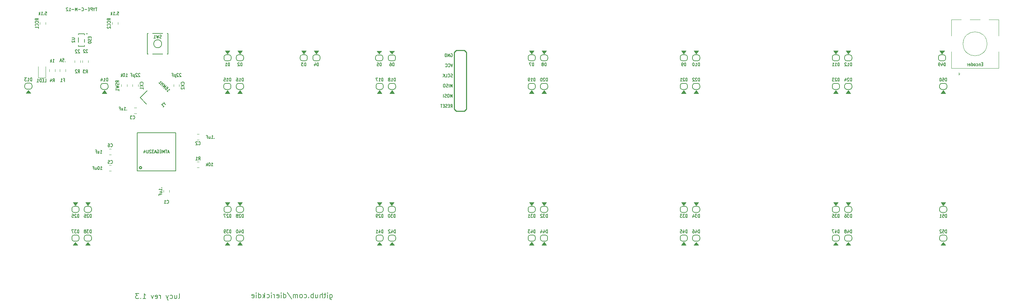
<source format=gbo>
G04 #@! TF.GenerationSoftware,KiCad,Pcbnew,(5.1.4-0)*
G04 #@! TF.CreationDate,2021-10-31T23:19:15-05:00*
G04 #@! TF.ProjectId,pcb,7063622e-6b69-4636-9164-5f7063625858,rev?*
G04 #@! TF.SameCoordinates,Original*
G04 #@! TF.FileFunction,Legend,Bot*
G04 #@! TF.FilePolarity,Positive*
%FSLAX46Y46*%
G04 Gerber Fmt 4.6, Leading zero omitted, Abs format (unit mm)*
G04 Created by KiCad (PCBNEW (5.1.4-0)) date 2021-10-31 23:19:15*
%MOMM*%
%LPD*%
G04 APERTURE LIST*
%ADD10C,0.150000*%
%ADD11C,0.200000*%
%ADD12C,0.120000*%
%ADD13C,0.100000*%
%ADD14C,0.254000*%
%ADD15C,0.203200*%
%ADD16C,0.600000*%
%ADD17O,1.300000X2.400000*%
%ADD18C,0.300000*%
%ADD19O,1.300000X1.900000*%
%ADD20C,0.650000*%
%ADD21C,1.150000*%
%ADD22C,1.800000*%
%ADD23R,0.800000X0.700000*%
%ADD24R,0.800000X1.100000*%
%ADD25C,1.000000*%
%ADD26C,2.540000*%
%ADD27C,1.701800*%
%ADD28C,3.987800*%
%ADD29R,2.000000X2.000000*%
%ADD30C,2.000000*%
%ADD31R,2.000000X3.200000*%
%ADD32C,1.803400*%
%ADD33R,0.900000X1.900000*%
%ADD34R,1.900000X0.900000*%
%ADD35R,1.100000X1.800000*%
G04 APERTURE END LIST*
D10*
X322196136Y-58283727D02*
X321962803Y-58283727D01*
X321862803Y-58702774D02*
X322196136Y-58702774D01*
X322196136Y-57902774D01*
X321862803Y-57902774D01*
X321562803Y-58169441D02*
X321562803Y-58702774D01*
X321562803Y-58245631D02*
X321529470Y-58207536D01*
X321462803Y-58169441D01*
X321362803Y-58169441D01*
X321296136Y-58207536D01*
X321262803Y-58283727D01*
X321262803Y-58702774D01*
X320629470Y-58664679D02*
X320696136Y-58702774D01*
X320829470Y-58702774D01*
X320896136Y-58664679D01*
X320929470Y-58626584D01*
X320962803Y-58550393D01*
X320962803Y-58321822D01*
X320929470Y-58245631D01*
X320896136Y-58207536D01*
X320829470Y-58169441D01*
X320696136Y-58169441D01*
X320629470Y-58207536D01*
X320229470Y-58702774D02*
X320296136Y-58664679D01*
X320329470Y-58626584D01*
X320362803Y-58550393D01*
X320362803Y-58321822D01*
X320329470Y-58245631D01*
X320296136Y-58207536D01*
X320229470Y-58169441D01*
X320129470Y-58169441D01*
X320062803Y-58207536D01*
X320029470Y-58245631D01*
X319996136Y-58321822D01*
X319996136Y-58550393D01*
X320029470Y-58626584D01*
X320062803Y-58664679D01*
X320129470Y-58702774D01*
X320229470Y-58702774D01*
X319396136Y-58702774D02*
X319396136Y-57902774D01*
X319396136Y-58664679D02*
X319462803Y-58702774D01*
X319596136Y-58702774D01*
X319662803Y-58664679D01*
X319696136Y-58626584D01*
X319729470Y-58550393D01*
X319729470Y-58321822D01*
X319696136Y-58245631D01*
X319662803Y-58207536D01*
X319596136Y-58169441D01*
X319462803Y-58169441D01*
X319396136Y-58207536D01*
X318796136Y-58664679D02*
X318862803Y-58702774D01*
X318996136Y-58702774D01*
X319062803Y-58664679D01*
X319096136Y-58588489D01*
X319096136Y-58283727D01*
X319062803Y-58207536D01*
X318996136Y-58169441D01*
X318862803Y-58169441D01*
X318796136Y-58207536D01*
X318762803Y-58283727D01*
X318762803Y-58359917D01*
X319096136Y-58436108D01*
X318462803Y-58702774D02*
X318462803Y-58169441D01*
X318462803Y-58321822D02*
X318429470Y-58245631D01*
X318396136Y-58207536D01*
X318329470Y-58169441D01*
X318262803Y-58169441D01*
D11*
X158626927Y-116016456D02*
X158626927Y-117028361D01*
X158686451Y-117147409D01*
X158745975Y-117206933D01*
X158865022Y-117266456D01*
X159043594Y-117266456D01*
X159162641Y-117206933D01*
X158626927Y-116790266D02*
X158745975Y-116849790D01*
X158984070Y-116849790D01*
X159103118Y-116790266D01*
X159162641Y-116730742D01*
X159222165Y-116611694D01*
X159222165Y-116254552D01*
X159162641Y-116135504D01*
X159103118Y-116075980D01*
X158984070Y-116016456D01*
X158745975Y-116016456D01*
X158626927Y-116075980D01*
X158031689Y-116849790D02*
X158031689Y-116016456D01*
X158031689Y-115599790D02*
X158091213Y-115659314D01*
X158031689Y-115718837D01*
X157972165Y-115659314D01*
X158031689Y-115599790D01*
X158031689Y-115718837D01*
X157615022Y-116016456D02*
X157138832Y-116016456D01*
X157436451Y-115599790D02*
X157436451Y-116671218D01*
X157376927Y-116790266D01*
X157257880Y-116849790D01*
X157138832Y-116849790D01*
X156722165Y-116849790D02*
X156722165Y-115599790D01*
X156186451Y-116849790D02*
X156186451Y-116195028D01*
X156245975Y-116075980D01*
X156365022Y-116016456D01*
X156543594Y-116016456D01*
X156662641Y-116075980D01*
X156722165Y-116135504D01*
X155055499Y-116016456D02*
X155055499Y-116849790D01*
X155591213Y-116016456D02*
X155591213Y-116671218D01*
X155531689Y-116790266D01*
X155412641Y-116849790D01*
X155234070Y-116849790D01*
X155115022Y-116790266D01*
X155055499Y-116730742D01*
X154460260Y-116849790D02*
X154460260Y-115599790D01*
X154460260Y-116075980D02*
X154341213Y-116016456D01*
X154103118Y-116016456D01*
X153984070Y-116075980D01*
X153924546Y-116135504D01*
X153865022Y-116254552D01*
X153865022Y-116611694D01*
X153924546Y-116730742D01*
X153984070Y-116790266D01*
X154103118Y-116849790D01*
X154341213Y-116849790D01*
X154460260Y-116790266D01*
X153329308Y-116730742D02*
X153269784Y-116790266D01*
X153329308Y-116849790D01*
X153388832Y-116790266D01*
X153329308Y-116730742D01*
X153329308Y-116849790D01*
X152198356Y-116790266D02*
X152317403Y-116849790D01*
X152555499Y-116849790D01*
X152674546Y-116790266D01*
X152734070Y-116730742D01*
X152793594Y-116611694D01*
X152793594Y-116254552D01*
X152734070Y-116135504D01*
X152674546Y-116075980D01*
X152555499Y-116016456D01*
X152317403Y-116016456D01*
X152198356Y-116075980D01*
X151484070Y-116849790D02*
X151603118Y-116790266D01*
X151662641Y-116730742D01*
X151722165Y-116611694D01*
X151722165Y-116254552D01*
X151662641Y-116135504D01*
X151603118Y-116075980D01*
X151484070Y-116016456D01*
X151305499Y-116016456D01*
X151186451Y-116075980D01*
X151126927Y-116135504D01*
X151067403Y-116254552D01*
X151067403Y-116611694D01*
X151126927Y-116730742D01*
X151186451Y-116790266D01*
X151305499Y-116849790D01*
X151484070Y-116849790D01*
X150531689Y-116849790D02*
X150531689Y-116016456D01*
X150531689Y-116135504D02*
X150472165Y-116075980D01*
X150353118Y-116016456D01*
X150174546Y-116016456D01*
X150055499Y-116075980D01*
X149995975Y-116195028D01*
X149995975Y-116849790D01*
X149995975Y-116195028D02*
X149936451Y-116075980D01*
X149817403Y-116016456D01*
X149638832Y-116016456D01*
X149519784Y-116075980D01*
X149460260Y-116195028D01*
X149460260Y-116849790D01*
X147972165Y-115540266D02*
X149043594Y-117147409D01*
X147019784Y-116849790D02*
X147019784Y-115599790D01*
X147019784Y-116790266D02*
X147138832Y-116849790D01*
X147376927Y-116849790D01*
X147495975Y-116790266D01*
X147555499Y-116730742D01*
X147615022Y-116611694D01*
X147615022Y-116254552D01*
X147555499Y-116135504D01*
X147495975Y-116075980D01*
X147376927Y-116016456D01*
X147138832Y-116016456D01*
X147019784Y-116075980D01*
X146424546Y-116849790D02*
X146424546Y-116016456D01*
X146424546Y-115599790D02*
X146484070Y-115659314D01*
X146424546Y-115718837D01*
X146365022Y-115659314D01*
X146424546Y-115599790D01*
X146424546Y-115718837D01*
X145353118Y-116790266D02*
X145472165Y-116849790D01*
X145710260Y-116849790D01*
X145829308Y-116790266D01*
X145888832Y-116671218D01*
X145888832Y-116195028D01*
X145829308Y-116075980D01*
X145710260Y-116016456D01*
X145472165Y-116016456D01*
X145353118Y-116075980D01*
X145293594Y-116195028D01*
X145293594Y-116314075D01*
X145888832Y-116433123D01*
X144757880Y-116849790D02*
X144757880Y-116016456D01*
X144757880Y-116254552D02*
X144698356Y-116135504D01*
X144638832Y-116075980D01*
X144519784Y-116016456D01*
X144400737Y-116016456D01*
X143984070Y-116849790D02*
X143984070Y-116016456D01*
X143984070Y-115599790D02*
X144043594Y-115659314D01*
X143984070Y-115718837D01*
X143924546Y-115659314D01*
X143984070Y-115599790D01*
X143984070Y-115718837D01*
X142853118Y-116790266D02*
X142972165Y-116849790D01*
X143210260Y-116849790D01*
X143329308Y-116790266D01*
X143388832Y-116730742D01*
X143448356Y-116611694D01*
X143448356Y-116254552D01*
X143388832Y-116135504D01*
X143329308Y-116075980D01*
X143210260Y-116016456D01*
X142972165Y-116016456D01*
X142853118Y-116075980D01*
X142317403Y-116849790D02*
X142317403Y-115599790D01*
X142198356Y-116373599D02*
X141841213Y-116849790D01*
X141841213Y-116016456D02*
X142317403Y-116492647D01*
X140769784Y-116849790D02*
X140769784Y-115599790D01*
X140769784Y-116790266D02*
X140888832Y-116849790D01*
X141126927Y-116849790D01*
X141245975Y-116790266D01*
X141305499Y-116730742D01*
X141365022Y-116611694D01*
X141365022Y-116254552D01*
X141305499Y-116135504D01*
X141245975Y-116075980D01*
X141126927Y-116016456D01*
X140888832Y-116016456D01*
X140769784Y-116075980D01*
X140174546Y-116849790D02*
X140174546Y-116016456D01*
X140174546Y-115599790D02*
X140234070Y-115659314D01*
X140174546Y-115718837D01*
X140115022Y-115659314D01*
X140174546Y-115599790D01*
X140174546Y-115718837D01*
X139103118Y-116790266D02*
X139222165Y-116849790D01*
X139460260Y-116849790D01*
X139579308Y-116790266D01*
X139638832Y-116671218D01*
X139638832Y-116195028D01*
X139579308Y-116075980D01*
X139460260Y-116016456D01*
X139222165Y-116016456D01*
X139103118Y-116075980D01*
X139043594Y-116195028D01*
X139043594Y-116314075D01*
X139638832Y-116433123D01*
X120750737Y-117065476D02*
X120869784Y-117005952D01*
X120929308Y-116886904D01*
X120929308Y-115815476D01*
X119738832Y-116232142D02*
X119738832Y-117065476D01*
X120274546Y-116232142D02*
X120274546Y-116886904D01*
X120215022Y-117005952D01*
X120095975Y-117065476D01*
X119917403Y-117065476D01*
X119798356Y-117005952D01*
X119738832Y-116946428D01*
X118607880Y-117005952D02*
X118726927Y-117065476D01*
X118965022Y-117065476D01*
X119084070Y-117005952D01*
X119143594Y-116946428D01*
X119203118Y-116827380D01*
X119203118Y-116470238D01*
X119143594Y-116351190D01*
X119084070Y-116291666D01*
X118965022Y-116232142D01*
X118726927Y-116232142D01*
X118607880Y-116291666D01*
X118191213Y-116232142D02*
X117893594Y-117065476D01*
X117595975Y-116232142D02*
X117893594Y-117065476D01*
X118012641Y-117363095D01*
X118072165Y-117422619D01*
X118191213Y-117482142D01*
X116167403Y-117065476D02*
X116167403Y-116232142D01*
X116167403Y-116470238D02*
X116107880Y-116351190D01*
X116048356Y-116291666D01*
X115929308Y-116232142D01*
X115810260Y-116232142D01*
X114917403Y-117005952D02*
X115036451Y-117065476D01*
X115274546Y-117065476D01*
X115393594Y-117005952D01*
X115453118Y-116886904D01*
X115453118Y-116410714D01*
X115393594Y-116291666D01*
X115274546Y-116232142D01*
X115036451Y-116232142D01*
X114917403Y-116291666D01*
X114857880Y-116410714D01*
X114857880Y-116529761D01*
X115453118Y-116648809D01*
X114441213Y-116232142D02*
X114143594Y-117065476D01*
X113845975Y-116232142D01*
X111762641Y-117065476D02*
X112476927Y-117065476D01*
X112119784Y-117065476D02*
X112119784Y-115815476D01*
X112238832Y-115994047D01*
X112357880Y-116113095D01*
X112476927Y-116172619D01*
X111226927Y-116946428D02*
X111167403Y-117005952D01*
X111226927Y-117065476D01*
X111286451Y-117005952D01*
X111226927Y-116946428D01*
X111226927Y-117065476D01*
X110750737Y-115815476D02*
X109976927Y-115815476D01*
X110393594Y-116291666D01*
X110215022Y-116291666D01*
X110095975Y-116351190D01*
X110036451Y-116410714D01*
X109976927Y-116529761D01*
X109976927Y-116827380D01*
X110036451Y-116946428D01*
X110095975Y-117005952D01*
X110215022Y-117065476D01*
X110572165Y-117065476D01*
X110691213Y-117005952D01*
X110750737Y-116946428D01*
D10*
X117771462Y-64948898D02*
X118054305Y-65231741D01*
X117912884Y-65090319D02*
X118478569Y-64524634D01*
X118444897Y-64652586D01*
X118438163Y-64753602D01*
X118458366Y-64827680D01*
X117912884Y-63958948D02*
X118007164Y-64053229D01*
X118027368Y-64127307D01*
X118024000Y-64177815D01*
X117990329Y-64305767D01*
X117906149Y-64437087D01*
X117690650Y-64652586D01*
X117613205Y-64682891D01*
X117562697Y-64686258D01*
X117488620Y-64666055D01*
X117394339Y-64571774D01*
X117374136Y-64497696D01*
X117377503Y-64447189D01*
X117407807Y-64369744D01*
X117542494Y-64235057D01*
X117619939Y-64204752D01*
X117670447Y-64201385D01*
X117744525Y-64221588D01*
X117838806Y-64315869D01*
X117859009Y-64389947D01*
X117855642Y-64440454D01*
X117825337Y-64517899D01*
X117087926Y-64265361D02*
X117653611Y-63699676D01*
X117084558Y-63938745D01*
X117323628Y-63369693D01*
X116757942Y-63935378D01*
X116522240Y-63699676D02*
X117087926Y-63133990D01*
X116818552Y-63403364D02*
X116535709Y-63120522D01*
X116239398Y-63416833D02*
X116805083Y-62851148D01*
X116427959Y-62851148D02*
X116168687Y-62591875D01*
X116050836Y-63228271D01*
X115791563Y-62968999D01*
D12*
X125329373Y-77266250D02*
X125851877Y-77266250D01*
X125329373Y-75846250D02*
X125851877Y-75846250D01*
D11*
X111118917Y-66715460D02*
X112914969Y-64919409D01*
X112645561Y-68242104D02*
X111118917Y-66715460D01*
D12*
X116980625Y-89894998D02*
X116980625Y-90417502D01*
X118400625Y-89894998D02*
X118400625Y-90417502D01*
D10*
X97190625Y-53842186D02*
X97190625Y-50642186D01*
X95590625Y-53842186D02*
X95590625Y-50642186D01*
X95590625Y-50642186D02*
X97190625Y-50642186D01*
X97590625Y-50642186D02*
X97890625Y-50642186D01*
X95590625Y-53842186D02*
X97190625Y-53842186D01*
D11*
X312390625Y-55956250D02*
X311590625Y-55956250D01*
X312890625Y-56956212D02*
X312890625Y-56456250D01*
X312390625Y-57456250D02*
X311590625Y-57456250D01*
X311090625Y-56456288D02*
X311090625Y-56956250D01*
D13*
G36*
X311990625Y-55742050D02*
G01*
X312590625Y-54942050D01*
X311390625Y-54942050D01*
X311990625Y-55742050D01*
G37*
X311990625Y-55742050D02*
X312590625Y-54942050D01*
X311390625Y-54942050D01*
X311990625Y-55742050D01*
D11*
X311590625Y-55956250D02*
G75*
G03X311090625Y-56456250I0J-500000D01*
G01*
X311090625Y-56956250D02*
G75*
G03X311590625Y-57456250I500000J0D01*
G01*
X312390625Y-57456250D02*
G75*
G03X312890625Y-56956250I0J500000D01*
G01*
X312890625Y-56456250D02*
G75*
G03X312390625Y-55956250I-500000J0D01*
G01*
X312690625Y-93956250D02*
X311890625Y-93956250D01*
X313190625Y-94956212D02*
X313190625Y-94456250D01*
X312690625Y-95456250D02*
X311890625Y-95456250D01*
X311390625Y-94456288D02*
X311390625Y-94956250D01*
D13*
G36*
X312290625Y-93742050D02*
G01*
X312890625Y-92942050D01*
X311690625Y-92942050D01*
X312290625Y-93742050D01*
G37*
X312290625Y-93742050D02*
X312890625Y-92942050D01*
X311690625Y-92942050D01*
X312290625Y-93742050D01*
D11*
X311890625Y-93956250D02*
G75*
G03X311390625Y-94456250I0J-500000D01*
G01*
X311390625Y-94956250D02*
G75*
G03X311890625Y-95456250I500000J0D01*
G01*
X312690625Y-95456250D02*
G75*
G03X313190625Y-94956250I0J500000D01*
G01*
X313190625Y-94456250D02*
G75*
G03X312690625Y-93956250I-500000J0D01*
G01*
X98390625Y-93956250D02*
X97590625Y-93956250D01*
X98890625Y-94956212D02*
X98890625Y-94456250D01*
X98390625Y-95456250D02*
X97590625Y-95456250D01*
X97090625Y-94456288D02*
X97090625Y-94956250D01*
D13*
G36*
X97990625Y-93742050D02*
G01*
X98590625Y-92942050D01*
X97390625Y-92942050D01*
X97990625Y-93742050D01*
G37*
X97990625Y-93742050D02*
X98590625Y-92942050D01*
X97390625Y-92942050D01*
X97990625Y-93742050D01*
D11*
X97590625Y-93956250D02*
G75*
G03X97090625Y-94456250I0J-500000D01*
G01*
X97090625Y-94956250D02*
G75*
G03X97590625Y-95456250I500000J0D01*
G01*
X98390625Y-95456250D02*
G75*
G03X98890625Y-94956250I0J500000D01*
G01*
X98890625Y-94456250D02*
G75*
G03X98390625Y-93956250I-500000J0D01*
G01*
D12*
X87450625Y-58850000D02*
X87450625Y-61710000D01*
X87450625Y-61710000D02*
X85530625Y-61710000D01*
X85530625Y-61710000D02*
X85530625Y-58850000D01*
D11*
X247690625Y-55956250D02*
X246890625Y-55956250D01*
X248190625Y-56956212D02*
X248190625Y-56456250D01*
X247690625Y-57456250D02*
X246890625Y-57456250D01*
X246390625Y-56456288D02*
X246390625Y-56956250D01*
D13*
G36*
X247290625Y-55742050D02*
G01*
X247890625Y-54942050D01*
X246690625Y-54942050D01*
X247290625Y-55742050D01*
G37*
X247290625Y-55742050D02*
X247890625Y-54942050D01*
X246690625Y-54942050D01*
X247290625Y-55742050D01*
D11*
X246890625Y-55956250D02*
G75*
G03X246390625Y-56456250I0J-500000D01*
G01*
X246390625Y-56956250D02*
G75*
G03X246890625Y-57456250I500000J0D01*
G01*
X247690625Y-57456250D02*
G75*
G03X248190625Y-56956250I0J500000D01*
G01*
X248190625Y-56456250D02*
G75*
G03X247690625Y-55956250I-500000J0D01*
G01*
D12*
X323252725Y-53193950D02*
G75*
G03X323252725Y-53193950I-3000000J0D01*
G01*
X314352725Y-59293950D02*
X326152725Y-59293950D01*
X314352725Y-51193950D02*
X314352725Y-47093950D01*
X314352725Y-47093950D02*
X316752725Y-47093950D01*
X318952725Y-47093950D02*
X321552725Y-47093950D01*
X323752725Y-47093950D02*
X326152725Y-47093950D01*
X326152725Y-47093950D02*
X326152725Y-51193950D01*
X314352725Y-55193950D02*
X314352725Y-59293950D01*
X326152725Y-55193950D02*
X326152725Y-59293950D01*
X316152725Y-60393950D02*
X316452725Y-60693950D01*
X316452725Y-60693950D02*
X316152725Y-60993950D01*
X316152725Y-60993950D02*
X316152725Y-60393950D01*
X88380625Y-59594998D02*
X88380625Y-60117502D01*
X89800625Y-59594998D02*
X89800625Y-60117502D01*
X106380625Y-63394998D02*
X106380625Y-63917502D01*
X107800625Y-63394998D02*
X107800625Y-63917502D01*
X104080625Y-47794998D02*
X104080625Y-48317502D01*
X105500625Y-47794998D02*
X105500625Y-48317502D01*
X87400625Y-47788748D02*
X87400625Y-48311252D01*
X85980625Y-47788748D02*
X85980625Y-48311252D01*
X98100625Y-57903438D02*
X98100625Y-57380934D01*
X96680625Y-57903438D02*
X96680625Y-57380934D01*
X96100625Y-57903438D02*
X96100625Y-57380934D01*
X94680625Y-57903438D02*
X94680625Y-57380934D01*
X125851877Y-82746250D02*
X125329373Y-82746250D01*
X125851877Y-84166250D02*
X125329373Y-84166250D01*
X110151877Y-69246250D02*
X109629373Y-69246250D01*
X110151877Y-70666250D02*
X109629373Y-70666250D01*
X103851877Y-83646250D02*
X103329373Y-83646250D01*
X103851877Y-85066250D02*
X103329373Y-85066250D01*
X110600625Y-63917502D02*
X110600625Y-63394998D01*
X109180625Y-63917502D02*
X109180625Y-63394998D01*
X120900625Y-63917502D02*
X120900625Y-63394998D01*
X119480625Y-63917502D02*
X119480625Y-63394998D01*
X103851877Y-79546250D02*
X103329373Y-79546250D01*
X103851877Y-80966250D02*
X103329373Y-80966250D01*
X92400625Y-60117502D02*
X92400625Y-59594998D01*
X90980625Y-60117502D02*
X90980625Y-59594998D01*
D14*
X192867200Y-69562000D02*
X192867200Y-55338000D01*
X192359200Y-70070000D02*
X192867200Y-69562000D01*
X190327200Y-70070000D02*
X192359200Y-70070000D01*
X189819200Y-69562000D02*
X190327200Y-70070000D01*
X189819200Y-55338000D02*
X189819200Y-69562000D01*
X190327200Y-54830000D02*
X189819200Y-55338000D01*
X192359200Y-54830000D02*
X190327200Y-54830000D01*
X192867200Y-55338000D02*
X192359200Y-54830000D01*
D15*
X110390625Y-85056250D02*
X119990625Y-85056250D01*
X119990625Y-85056250D02*
X119990625Y-75456250D01*
X119990625Y-75456250D02*
X110390625Y-75456250D01*
X110390625Y-75456250D02*
X110390625Y-85056250D01*
D14*
X111473325Y-84256250D02*
G75*
G03X111473325Y-84256250I-282700J0D01*
G01*
D11*
X133399835Y-55949950D02*
X132599835Y-55949950D01*
X133899835Y-56949912D02*
X133899835Y-56449950D01*
X133399835Y-57449950D02*
X132599835Y-57449950D01*
X132099835Y-56449988D02*
X132099835Y-56949950D01*
D13*
G36*
X132999835Y-55735750D02*
G01*
X133599835Y-54935750D01*
X132399835Y-54935750D01*
X132999835Y-55735750D01*
G37*
X132999835Y-55735750D02*
X133599835Y-54935750D01*
X132399835Y-54935750D01*
X132999835Y-55735750D01*
D11*
X132599835Y-55949950D02*
G75*
G03X132099835Y-56449950I0J-500000D01*
G01*
X132099835Y-56949950D02*
G75*
G03X132599835Y-57449950I500000J0D01*
G01*
X133399835Y-57449950D02*
G75*
G03X133899835Y-56949950I0J500000D01*
G01*
X133899835Y-56449950D02*
G75*
G03X133399835Y-55949950I-500000J0D01*
G01*
X136490625Y-55956250D02*
X135690625Y-55956250D01*
X136990625Y-56956212D02*
X136990625Y-56456250D01*
X136490625Y-57456250D02*
X135690625Y-57456250D01*
X135190625Y-56456288D02*
X135190625Y-56956250D01*
D13*
G36*
X136090625Y-55742050D02*
G01*
X136690625Y-54942050D01*
X135490625Y-54942050D01*
X136090625Y-55742050D01*
G37*
X136090625Y-55742050D02*
X136690625Y-54942050D01*
X135490625Y-54942050D01*
X136090625Y-55742050D01*
D11*
X135690625Y-55956250D02*
G75*
G03X135190625Y-56456250I0J-500000D01*
G01*
X135190625Y-56956250D02*
G75*
G03X135690625Y-57456250I500000J0D01*
G01*
X136490625Y-57456250D02*
G75*
G03X136990625Y-56956250I0J500000D01*
G01*
X136990625Y-56456250D02*
G75*
G03X136490625Y-55956250I-500000J0D01*
G01*
X152485999Y-55956250D02*
X151685999Y-55956250D01*
X152985999Y-56956212D02*
X152985999Y-56456250D01*
X152485999Y-57456250D02*
X151685999Y-57456250D01*
X151185999Y-56456288D02*
X151185999Y-56956250D01*
D13*
G36*
X152085999Y-55742050D02*
G01*
X152685999Y-54942050D01*
X151485999Y-54942050D01*
X152085999Y-55742050D01*
G37*
X152085999Y-55742050D02*
X152685999Y-54942050D01*
X151485999Y-54942050D01*
X152085999Y-55742050D01*
D11*
X151685999Y-55956250D02*
G75*
G03X151185999Y-56456250I0J-500000D01*
G01*
X151185999Y-56956250D02*
G75*
G03X151685999Y-57456250I500000J0D01*
G01*
X152485999Y-57456250D02*
G75*
G03X152985999Y-56956250I0J500000D01*
G01*
X152985999Y-56456250D02*
G75*
G03X152485999Y-55956250I-500000J0D01*
G01*
X155660999Y-55956250D02*
X154860999Y-55956250D01*
X156160999Y-56956212D02*
X156160999Y-56456250D01*
X155660999Y-57456250D02*
X154860999Y-57456250D01*
X154360999Y-56456288D02*
X154360999Y-56956250D01*
D13*
G36*
X155260999Y-55742050D02*
G01*
X155860999Y-54942050D01*
X154660999Y-54942050D01*
X155260999Y-55742050D01*
G37*
X155260999Y-55742050D02*
X155860999Y-54942050D01*
X154660999Y-54942050D01*
X155260999Y-55742050D01*
D11*
X154860999Y-55956250D02*
G75*
G03X154360999Y-56456250I0J-500000D01*
G01*
X154360999Y-56956250D02*
G75*
G03X154860999Y-57456250I500000J0D01*
G01*
X155660999Y-57456250D02*
G75*
G03X156160999Y-56956250I0J500000D01*
G01*
X156160999Y-56456250D02*
G75*
G03X155660999Y-55956250I-500000J0D01*
G01*
X171385999Y-55983377D02*
X170585999Y-55983377D01*
X171885999Y-56983339D02*
X171885999Y-56483377D01*
X171385999Y-57483377D02*
X170585999Y-57483377D01*
X170085999Y-56483415D02*
X170085999Y-56983377D01*
D13*
G36*
X170985999Y-55769177D02*
G01*
X171585999Y-54969177D01*
X170385999Y-54969177D01*
X170985999Y-55769177D01*
G37*
X170985999Y-55769177D02*
X171585999Y-54969177D01*
X170385999Y-54969177D01*
X170985999Y-55769177D01*
D11*
X170585999Y-55983377D02*
G75*
G03X170085999Y-56483377I0J-500000D01*
G01*
X170085999Y-56983377D02*
G75*
G03X170585999Y-57483377I500000J0D01*
G01*
X171385999Y-57483377D02*
G75*
G03X171885999Y-56983377I0J500000D01*
G01*
X171885999Y-56483377D02*
G75*
G03X171385999Y-55983377I-500000J0D01*
G01*
X174560999Y-55983377D02*
X173760999Y-55983377D01*
X175060999Y-56983339D02*
X175060999Y-56483377D01*
X174560999Y-57483377D02*
X173760999Y-57483377D01*
X173260999Y-56483415D02*
X173260999Y-56983377D01*
D13*
G36*
X174160999Y-55769177D02*
G01*
X174760999Y-54969177D01*
X173560999Y-54969177D01*
X174160999Y-55769177D01*
G37*
X174160999Y-55769177D02*
X174760999Y-54969177D01*
X173560999Y-54969177D01*
X174160999Y-55769177D01*
D11*
X173760999Y-55983377D02*
G75*
G03X173260999Y-56483377I0J-500000D01*
G01*
X173260999Y-56983377D02*
G75*
G03X173760999Y-57483377I500000J0D01*
G01*
X174560999Y-57483377D02*
G75*
G03X175060999Y-56983377I0J500000D01*
G01*
X175060999Y-56483377D02*
G75*
G03X174560999Y-55983377I-500000J0D01*
G01*
X209590625Y-55956250D02*
X208790625Y-55956250D01*
X210090625Y-56956212D02*
X210090625Y-56456250D01*
X209590625Y-57456250D02*
X208790625Y-57456250D01*
X208290625Y-56456288D02*
X208290625Y-56956250D01*
D13*
G36*
X209190625Y-55742050D02*
G01*
X209790625Y-54942050D01*
X208590625Y-54942050D01*
X209190625Y-55742050D01*
G37*
X209190625Y-55742050D02*
X209790625Y-54942050D01*
X208590625Y-54942050D01*
X209190625Y-55742050D01*
D11*
X208790625Y-55956250D02*
G75*
G03X208290625Y-56456250I0J-500000D01*
G01*
X208290625Y-56956250D02*
G75*
G03X208790625Y-57456250I500000J0D01*
G01*
X209590625Y-57456250D02*
G75*
G03X210090625Y-56956250I0J500000D01*
G01*
X210090625Y-56456250D02*
G75*
G03X209590625Y-55956250I-500000J0D01*
G01*
X212690625Y-55956250D02*
X211890625Y-55956250D01*
X213190625Y-56956212D02*
X213190625Y-56456250D01*
X212690625Y-57456250D02*
X211890625Y-57456250D01*
X211390625Y-56456288D02*
X211390625Y-56956250D01*
D13*
G36*
X212290625Y-55742050D02*
G01*
X212890625Y-54942050D01*
X211690625Y-54942050D01*
X212290625Y-55742050D01*
G37*
X212290625Y-55742050D02*
X212890625Y-54942050D01*
X211690625Y-54942050D01*
X212290625Y-55742050D01*
D11*
X211890625Y-55956250D02*
G75*
G03X211390625Y-56456250I0J-500000D01*
G01*
X211390625Y-56956250D02*
G75*
G03X211890625Y-57456250I500000J0D01*
G01*
X212690625Y-57456250D02*
G75*
G03X213190625Y-56956250I0J500000D01*
G01*
X213190625Y-56456250D02*
G75*
G03X212690625Y-55956250I-500000J0D01*
G01*
X250790625Y-55956250D02*
X249990625Y-55956250D01*
X251290625Y-56956212D02*
X251290625Y-56456250D01*
X250790625Y-57456250D02*
X249990625Y-57456250D01*
X249490625Y-56456288D02*
X249490625Y-56956250D01*
D13*
G36*
X250390625Y-55742050D02*
G01*
X250990625Y-54942050D01*
X249790625Y-54942050D01*
X250390625Y-55742050D01*
G37*
X250390625Y-55742050D02*
X250990625Y-54942050D01*
X249790625Y-54942050D01*
X250390625Y-55742050D01*
D11*
X249990625Y-55956250D02*
G75*
G03X249490625Y-56456250I0J-500000D01*
G01*
X249490625Y-56956250D02*
G75*
G03X249990625Y-57456250I500000J0D01*
G01*
X250790625Y-57456250D02*
G75*
G03X251290625Y-56956250I0J500000D01*
G01*
X251290625Y-56456250D02*
G75*
G03X250790625Y-55956250I-500000J0D01*
G01*
X285790625Y-55956250D02*
X284990625Y-55956250D01*
X286290625Y-56956212D02*
X286290625Y-56456250D01*
X285790625Y-57456250D02*
X284990625Y-57456250D01*
X284490625Y-56456288D02*
X284490625Y-56956250D01*
D13*
G36*
X285390625Y-55742050D02*
G01*
X285990625Y-54942050D01*
X284790625Y-54942050D01*
X285390625Y-55742050D01*
G37*
X285390625Y-55742050D02*
X285990625Y-54942050D01*
X284790625Y-54942050D01*
X285390625Y-55742050D01*
D11*
X284990625Y-55956250D02*
G75*
G03X284490625Y-56456250I0J-500000D01*
G01*
X284490625Y-56956250D02*
G75*
G03X284990625Y-57456250I500000J0D01*
G01*
X285790625Y-57456250D02*
G75*
G03X286290625Y-56956250I0J500000D01*
G01*
X286290625Y-56456250D02*
G75*
G03X285790625Y-55956250I-500000J0D01*
G01*
X82690625Y-64556250D02*
X83490625Y-64556250D01*
X82190625Y-63556288D02*
X82190625Y-64056250D01*
X82690625Y-63056250D02*
X83490625Y-63056250D01*
X83990625Y-64056212D02*
X83990625Y-63556250D01*
D13*
G36*
X83090625Y-64770450D02*
G01*
X82490625Y-65570450D01*
X83690625Y-65570450D01*
X83090625Y-64770450D01*
G37*
X83090625Y-64770450D02*
X82490625Y-65570450D01*
X83690625Y-65570450D01*
X83090625Y-64770450D01*
D11*
X83490625Y-64556250D02*
G75*
G03X83990625Y-64056250I0J500000D01*
G01*
X83990625Y-63556250D02*
G75*
G03X83490625Y-63056250I-500000J0D01*
G01*
X82690625Y-63056250D02*
G75*
G03X82190625Y-63556250I0J-500000D01*
G01*
X82190625Y-64056250D02*
G75*
G03X82690625Y-64556250I500000J0D01*
G01*
X101740625Y-64606250D02*
X102540625Y-64606250D01*
X101240625Y-63606288D02*
X101240625Y-64106250D01*
X101740625Y-63106250D02*
X102540625Y-63106250D01*
X103040625Y-64106212D02*
X103040625Y-63606250D01*
D13*
G36*
X102140625Y-64820450D02*
G01*
X101540625Y-65620450D01*
X102740625Y-65620450D01*
X102140625Y-64820450D01*
G37*
X102140625Y-64820450D02*
X101540625Y-65620450D01*
X102740625Y-65620450D01*
X102140625Y-64820450D01*
D11*
X102540625Y-64606250D02*
G75*
G03X103040625Y-64106250I0J500000D01*
G01*
X103040625Y-63606250D02*
G75*
G03X102540625Y-63106250I-500000J0D01*
G01*
X101740625Y-63106250D02*
G75*
G03X101240625Y-63606250I0J-500000D01*
G01*
X101240625Y-64106250D02*
G75*
G03X101740625Y-64606250I500000J0D01*
G01*
X132540625Y-64606250D02*
X133340625Y-64606250D01*
X132040625Y-63606288D02*
X132040625Y-64106250D01*
X132540625Y-63106250D02*
X133340625Y-63106250D01*
X133840625Y-64106212D02*
X133840625Y-63606250D01*
D13*
G36*
X132940625Y-64820450D02*
G01*
X132340625Y-65620450D01*
X133540625Y-65620450D01*
X132940625Y-64820450D01*
G37*
X132940625Y-64820450D02*
X132340625Y-65620450D01*
X133540625Y-65620450D01*
X132940625Y-64820450D01*
D11*
X133340625Y-64606250D02*
G75*
G03X133840625Y-64106250I0J500000D01*
G01*
X133840625Y-63606250D02*
G75*
G03X133340625Y-63106250I-500000J0D01*
G01*
X132540625Y-63106250D02*
G75*
G03X132040625Y-63606250I0J-500000D01*
G01*
X132040625Y-64106250D02*
G75*
G03X132540625Y-64606250I500000J0D01*
G01*
X135690625Y-64606250D02*
X136490625Y-64606250D01*
X135190625Y-63606288D02*
X135190625Y-64106250D01*
X135690625Y-63106250D02*
X136490625Y-63106250D01*
X136990625Y-64106212D02*
X136990625Y-63606250D01*
D13*
G36*
X136090625Y-64820450D02*
G01*
X135490625Y-65620450D01*
X136690625Y-65620450D01*
X136090625Y-64820450D01*
G37*
X136090625Y-64820450D02*
X135490625Y-65620450D01*
X136690625Y-65620450D01*
X136090625Y-64820450D01*
D11*
X136490625Y-64606250D02*
G75*
G03X136990625Y-64106250I0J500000D01*
G01*
X136990625Y-63606250D02*
G75*
G03X136490625Y-63106250I-500000J0D01*
G01*
X135690625Y-63106250D02*
G75*
G03X135190625Y-63606250I0J-500000D01*
G01*
X135190625Y-64106250D02*
G75*
G03X135690625Y-64606250I500000J0D01*
G01*
X170690625Y-64606250D02*
X171490625Y-64606250D01*
X170190625Y-63606288D02*
X170190625Y-64106250D01*
X170690625Y-63106250D02*
X171490625Y-63106250D01*
X171990625Y-64106212D02*
X171990625Y-63606250D01*
D13*
G36*
X171090625Y-64820450D02*
G01*
X170490625Y-65620450D01*
X171690625Y-65620450D01*
X171090625Y-64820450D01*
G37*
X171090625Y-64820450D02*
X170490625Y-65620450D01*
X171690625Y-65620450D01*
X171090625Y-64820450D01*
D11*
X171490625Y-64606250D02*
G75*
G03X171990625Y-64106250I0J500000D01*
G01*
X171990625Y-63606250D02*
G75*
G03X171490625Y-63106250I-500000J0D01*
G01*
X170690625Y-63106250D02*
G75*
G03X170190625Y-63606250I0J-500000D01*
G01*
X170190625Y-64106250D02*
G75*
G03X170690625Y-64606250I500000J0D01*
G01*
X173790625Y-64606250D02*
X174590625Y-64606250D01*
X173290625Y-63606288D02*
X173290625Y-64106250D01*
X173790625Y-63106250D02*
X174590625Y-63106250D01*
X175090625Y-64106212D02*
X175090625Y-63606250D01*
D13*
G36*
X174190625Y-64820450D02*
G01*
X173590625Y-65620450D01*
X174790625Y-65620450D01*
X174190625Y-64820450D01*
G37*
X174190625Y-64820450D02*
X173590625Y-65620450D01*
X174790625Y-65620450D01*
X174190625Y-64820450D01*
D11*
X174590625Y-64606250D02*
G75*
G03X175090625Y-64106250I0J500000D01*
G01*
X175090625Y-63606250D02*
G75*
G03X174590625Y-63106250I-500000J0D01*
G01*
X173790625Y-63106250D02*
G75*
G03X173290625Y-63606250I0J-500000D01*
G01*
X173290625Y-64106250D02*
G75*
G03X173790625Y-64606250I500000J0D01*
G01*
X208790625Y-64606250D02*
X209590625Y-64606250D01*
X208290625Y-63606288D02*
X208290625Y-64106250D01*
X208790625Y-63106250D02*
X209590625Y-63106250D01*
X210090625Y-64106212D02*
X210090625Y-63606250D01*
D13*
G36*
X209190625Y-64820450D02*
G01*
X208590625Y-65620450D01*
X209790625Y-65620450D01*
X209190625Y-64820450D01*
G37*
X209190625Y-64820450D02*
X208590625Y-65620450D01*
X209790625Y-65620450D01*
X209190625Y-64820450D01*
D11*
X209590625Y-64606250D02*
G75*
G03X210090625Y-64106250I0J500000D01*
G01*
X210090625Y-63606250D02*
G75*
G03X209590625Y-63106250I-500000J0D01*
G01*
X208790625Y-63106250D02*
G75*
G03X208290625Y-63606250I0J-500000D01*
G01*
X208290625Y-64106250D02*
G75*
G03X208790625Y-64606250I500000J0D01*
G01*
X211890625Y-64606250D02*
X212690625Y-64606250D01*
X211390625Y-63606288D02*
X211390625Y-64106250D01*
X211890625Y-63106250D02*
X212690625Y-63106250D01*
X213190625Y-64106212D02*
X213190625Y-63606250D01*
D13*
G36*
X212290625Y-64820450D02*
G01*
X211690625Y-65620450D01*
X212890625Y-65620450D01*
X212290625Y-64820450D01*
G37*
X212290625Y-64820450D02*
X211690625Y-65620450D01*
X212890625Y-65620450D01*
X212290625Y-64820450D01*
D11*
X212690625Y-64606250D02*
G75*
G03X213190625Y-64106250I0J500000D01*
G01*
X213190625Y-63606250D02*
G75*
G03X212690625Y-63106250I-500000J0D01*
G01*
X211890625Y-63106250D02*
G75*
G03X211390625Y-63606250I0J-500000D01*
G01*
X211390625Y-64106250D02*
G75*
G03X211890625Y-64606250I500000J0D01*
G01*
X246890625Y-64606250D02*
X247690625Y-64606250D01*
X246390625Y-63606288D02*
X246390625Y-64106250D01*
X246890625Y-63106250D02*
X247690625Y-63106250D01*
X248190625Y-64106212D02*
X248190625Y-63606250D01*
D13*
G36*
X247290625Y-64820450D02*
G01*
X246690625Y-65620450D01*
X247890625Y-65620450D01*
X247290625Y-64820450D01*
G37*
X247290625Y-64820450D02*
X246690625Y-65620450D01*
X247890625Y-65620450D01*
X247290625Y-64820450D01*
D11*
X247690625Y-64606250D02*
G75*
G03X248190625Y-64106250I0J500000D01*
G01*
X248190625Y-63606250D02*
G75*
G03X247690625Y-63106250I-500000J0D01*
G01*
X246890625Y-63106250D02*
G75*
G03X246390625Y-63606250I0J-500000D01*
G01*
X246390625Y-64106250D02*
G75*
G03X246890625Y-64606250I500000J0D01*
G01*
X249990625Y-64606250D02*
X250790625Y-64606250D01*
X249490625Y-63606288D02*
X249490625Y-64106250D01*
X249990625Y-63106250D02*
X250790625Y-63106250D01*
X251290625Y-64106212D02*
X251290625Y-63606250D01*
D13*
G36*
X250390625Y-64820450D02*
G01*
X249790625Y-65620450D01*
X250990625Y-65620450D01*
X250390625Y-64820450D01*
G37*
X250390625Y-64820450D02*
X249790625Y-65620450D01*
X250990625Y-65620450D01*
X250390625Y-64820450D01*
D11*
X250790625Y-64606250D02*
G75*
G03X251290625Y-64106250I0J500000D01*
G01*
X251290625Y-63606250D02*
G75*
G03X250790625Y-63106250I-500000J0D01*
G01*
X249990625Y-63106250D02*
G75*
G03X249490625Y-63606250I0J-500000D01*
G01*
X249490625Y-64106250D02*
G75*
G03X249990625Y-64606250I500000J0D01*
G01*
X284990625Y-64606250D02*
X285790625Y-64606250D01*
X284490625Y-63606288D02*
X284490625Y-64106250D01*
X284990625Y-63106250D02*
X285790625Y-63106250D01*
X286290625Y-64106212D02*
X286290625Y-63606250D01*
D13*
G36*
X285390625Y-64820450D02*
G01*
X284790625Y-65620450D01*
X285990625Y-65620450D01*
X285390625Y-64820450D01*
G37*
X285390625Y-64820450D02*
X284790625Y-65620450D01*
X285990625Y-65620450D01*
X285390625Y-64820450D01*
D11*
X285790625Y-64606250D02*
G75*
G03X286290625Y-64106250I0J500000D01*
G01*
X286290625Y-63606250D02*
G75*
G03X285790625Y-63106250I-500000J0D01*
G01*
X284990625Y-63106250D02*
G75*
G03X284490625Y-63606250I0J-500000D01*
G01*
X284490625Y-64106250D02*
G75*
G03X284990625Y-64606250I500000J0D01*
G01*
X288090625Y-64606250D02*
X288890625Y-64606250D01*
X287590625Y-63606288D02*
X287590625Y-64106250D01*
X288090625Y-63106250D02*
X288890625Y-63106250D01*
X289390625Y-64106212D02*
X289390625Y-63606250D01*
D13*
G36*
X288490625Y-64820450D02*
G01*
X287890625Y-65620450D01*
X289090625Y-65620450D01*
X288490625Y-64820450D01*
G37*
X288490625Y-64820450D02*
X287890625Y-65620450D01*
X289090625Y-65620450D01*
X288490625Y-64820450D01*
D11*
X288890625Y-64606250D02*
G75*
G03X289390625Y-64106250I0J500000D01*
G01*
X289390625Y-63606250D02*
G75*
G03X288890625Y-63106250I-500000J0D01*
G01*
X288090625Y-63106250D02*
G75*
G03X287590625Y-63606250I0J-500000D01*
G01*
X287590625Y-64106250D02*
G75*
G03X288090625Y-64606250I500000J0D01*
G01*
X95290625Y-93956250D02*
X94490625Y-93956250D01*
X95790625Y-94956212D02*
X95790625Y-94456250D01*
X95290625Y-95456250D02*
X94490625Y-95456250D01*
X93990625Y-94456288D02*
X93990625Y-94956250D01*
D13*
G36*
X94890625Y-93742050D02*
G01*
X95490625Y-92942050D01*
X94290625Y-92942050D01*
X94890625Y-93742050D01*
G37*
X94890625Y-93742050D02*
X95490625Y-92942050D01*
X94290625Y-92942050D01*
X94890625Y-93742050D01*
D11*
X94490625Y-93956250D02*
G75*
G03X93990625Y-94456250I0J-500000D01*
G01*
X93990625Y-94956250D02*
G75*
G03X94490625Y-95456250I500000J0D01*
G01*
X95290625Y-95456250D02*
G75*
G03X95790625Y-94956250I0J500000D01*
G01*
X95790625Y-94456250D02*
G75*
G03X95290625Y-93956250I-500000J0D01*
G01*
X133390625Y-93956250D02*
X132590625Y-93956250D01*
X133890625Y-94956212D02*
X133890625Y-94456250D01*
X133390625Y-95456250D02*
X132590625Y-95456250D01*
X132090625Y-94456288D02*
X132090625Y-94956250D01*
D13*
G36*
X132990625Y-93742050D02*
G01*
X133590625Y-92942050D01*
X132390625Y-92942050D01*
X132990625Y-93742050D01*
G37*
X132990625Y-93742050D02*
X133590625Y-92942050D01*
X132390625Y-92942050D01*
X132990625Y-93742050D01*
D11*
X132590625Y-93956250D02*
G75*
G03X132090625Y-94456250I0J-500000D01*
G01*
X132090625Y-94956250D02*
G75*
G03X132590625Y-95456250I500000J0D01*
G01*
X133390625Y-95456250D02*
G75*
G03X133890625Y-94956250I0J500000D01*
G01*
X133890625Y-94456250D02*
G75*
G03X133390625Y-93956250I-500000J0D01*
G01*
X136490625Y-93956250D02*
X135690625Y-93956250D01*
X136990625Y-94956212D02*
X136990625Y-94456250D01*
X136490625Y-95456250D02*
X135690625Y-95456250D01*
X135190625Y-94456288D02*
X135190625Y-94956250D01*
D13*
G36*
X136090625Y-93742050D02*
G01*
X136690625Y-92942050D01*
X135490625Y-92942050D01*
X136090625Y-93742050D01*
G37*
X136090625Y-93742050D02*
X136690625Y-92942050D01*
X135490625Y-92942050D01*
X136090625Y-93742050D01*
D11*
X135690625Y-93956250D02*
G75*
G03X135190625Y-94456250I0J-500000D01*
G01*
X135190625Y-94956250D02*
G75*
G03X135690625Y-95456250I500000J0D01*
G01*
X136490625Y-95456250D02*
G75*
G03X136990625Y-94956250I0J500000D01*
G01*
X136990625Y-94456250D02*
G75*
G03X136490625Y-93956250I-500000J0D01*
G01*
X171485999Y-93956250D02*
X170685999Y-93956250D01*
X171985999Y-94956212D02*
X171985999Y-94456250D01*
X171485999Y-95456250D02*
X170685999Y-95456250D01*
X170185999Y-94456288D02*
X170185999Y-94956250D01*
D13*
G36*
X171085999Y-93742050D02*
G01*
X171685999Y-92942050D01*
X170485999Y-92942050D01*
X171085999Y-93742050D01*
G37*
X171085999Y-93742050D02*
X171685999Y-92942050D01*
X170485999Y-92942050D01*
X171085999Y-93742050D01*
D11*
X170685999Y-93956250D02*
G75*
G03X170185999Y-94456250I0J-500000D01*
G01*
X170185999Y-94956250D02*
G75*
G03X170685999Y-95456250I500000J0D01*
G01*
X171485999Y-95456250D02*
G75*
G03X171985999Y-94956250I0J500000D01*
G01*
X171985999Y-94456250D02*
G75*
G03X171485999Y-93956250I-500000J0D01*
G01*
X174550000Y-93956250D02*
X173750000Y-93956250D01*
X175050000Y-94956212D02*
X175050000Y-94456250D01*
X174550000Y-95456250D02*
X173750000Y-95456250D01*
X173250000Y-94456288D02*
X173250000Y-94956250D01*
D13*
G36*
X174150000Y-93742050D02*
G01*
X174750000Y-92942050D01*
X173550000Y-92942050D01*
X174150000Y-93742050D01*
G37*
X174150000Y-93742050D02*
X174750000Y-92942050D01*
X173550000Y-92942050D01*
X174150000Y-93742050D01*
D11*
X173750000Y-93956250D02*
G75*
G03X173250000Y-94456250I0J-500000D01*
G01*
X173250000Y-94956250D02*
G75*
G03X173750000Y-95456250I500000J0D01*
G01*
X174550000Y-95456250D02*
G75*
G03X175050000Y-94956250I0J500000D01*
G01*
X175050000Y-94456250D02*
G75*
G03X174550000Y-93956250I-500000J0D01*
G01*
X209590625Y-93956250D02*
X208790625Y-93956250D01*
X210090625Y-94956212D02*
X210090625Y-94456250D01*
X209590625Y-95456250D02*
X208790625Y-95456250D01*
X208290625Y-94456288D02*
X208290625Y-94956250D01*
D13*
G36*
X209190625Y-93742050D02*
G01*
X209790625Y-92942050D01*
X208590625Y-92942050D01*
X209190625Y-93742050D01*
G37*
X209190625Y-93742050D02*
X209790625Y-92942050D01*
X208590625Y-92942050D01*
X209190625Y-93742050D01*
D11*
X208790625Y-93956250D02*
G75*
G03X208290625Y-94456250I0J-500000D01*
G01*
X208290625Y-94956250D02*
G75*
G03X208790625Y-95456250I500000J0D01*
G01*
X209590625Y-95456250D02*
G75*
G03X210090625Y-94956250I0J500000D01*
G01*
X210090625Y-94456250D02*
G75*
G03X209590625Y-93956250I-500000J0D01*
G01*
X212690625Y-93956250D02*
X211890625Y-93956250D01*
X213190625Y-94956212D02*
X213190625Y-94456250D01*
X212690625Y-95456250D02*
X211890625Y-95456250D01*
X211390625Y-94456288D02*
X211390625Y-94956250D01*
D13*
G36*
X212290625Y-93742050D02*
G01*
X212890625Y-92942050D01*
X211690625Y-92942050D01*
X212290625Y-93742050D01*
G37*
X212290625Y-93742050D02*
X212890625Y-92942050D01*
X211690625Y-92942050D01*
X212290625Y-93742050D01*
D11*
X211890625Y-93956250D02*
G75*
G03X211390625Y-94456250I0J-500000D01*
G01*
X211390625Y-94956250D02*
G75*
G03X211890625Y-95456250I500000J0D01*
G01*
X212690625Y-95456250D02*
G75*
G03X213190625Y-94956250I0J500000D01*
G01*
X213190625Y-94456250D02*
G75*
G03X212690625Y-93956250I-500000J0D01*
G01*
X247690625Y-93956250D02*
X246890625Y-93956250D01*
X248190625Y-94956212D02*
X248190625Y-94456250D01*
X247690625Y-95456250D02*
X246890625Y-95456250D01*
X246390625Y-94456288D02*
X246390625Y-94956250D01*
D13*
G36*
X247290625Y-93742050D02*
G01*
X247890625Y-92942050D01*
X246690625Y-92942050D01*
X247290625Y-93742050D01*
G37*
X247290625Y-93742050D02*
X247890625Y-92942050D01*
X246690625Y-92942050D01*
X247290625Y-93742050D01*
D11*
X246890625Y-93956250D02*
G75*
G03X246390625Y-94456250I0J-500000D01*
G01*
X246390625Y-94956250D02*
G75*
G03X246890625Y-95456250I500000J0D01*
G01*
X247690625Y-95456250D02*
G75*
G03X248190625Y-94956250I0J500000D01*
G01*
X248190625Y-94456250D02*
G75*
G03X247690625Y-93956250I-500000J0D01*
G01*
X250790625Y-93956250D02*
X249990625Y-93956250D01*
X251290625Y-94956212D02*
X251290625Y-94456250D01*
X250790625Y-95456250D02*
X249990625Y-95456250D01*
X249490625Y-94456288D02*
X249490625Y-94956250D01*
D13*
G36*
X250390625Y-93742050D02*
G01*
X250990625Y-92942050D01*
X249790625Y-92942050D01*
X250390625Y-93742050D01*
G37*
X250390625Y-93742050D02*
X250990625Y-92942050D01*
X249790625Y-92942050D01*
X250390625Y-93742050D01*
D11*
X249990625Y-93956250D02*
G75*
G03X249490625Y-94456250I0J-500000D01*
G01*
X249490625Y-94956250D02*
G75*
G03X249990625Y-95456250I500000J0D01*
G01*
X250790625Y-95456250D02*
G75*
G03X251290625Y-94956250I0J500000D01*
G01*
X251290625Y-94456250D02*
G75*
G03X250790625Y-93956250I-500000J0D01*
G01*
X285790625Y-93956250D02*
X284990625Y-93956250D01*
X286290625Y-94956212D02*
X286290625Y-94456250D01*
X285790625Y-95456250D02*
X284990625Y-95456250D01*
X284490625Y-94456288D02*
X284490625Y-94956250D01*
D13*
G36*
X285390625Y-93742050D02*
G01*
X285990625Y-92942050D01*
X284790625Y-92942050D01*
X285390625Y-93742050D01*
G37*
X285390625Y-93742050D02*
X285990625Y-92942050D01*
X284790625Y-92942050D01*
X285390625Y-93742050D01*
D11*
X284990625Y-93956250D02*
G75*
G03X284490625Y-94456250I0J-500000D01*
G01*
X284490625Y-94956250D02*
G75*
G03X284990625Y-95456250I500000J0D01*
G01*
X285790625Y-95456250D02*
G75*
G03X286290625Y-94956250I0J500000D01*
G01*
X286290625Y-94456250D02*
G75*
G03X285790625Y-93956250I-500000J0D01*
G01*
X288890625Y-93956250D02*
X288090625Y-93956250D01*
X289390625Y-94956212D02*
X289390625Y-94456250D01*
X288890625Y-95456250D02*
X288090625Y-95456250D01*
X287590625Y-94456288D02*
X287590625Y-94956250D01*
D13*
G36*
X288490625Y-93742050D02*
G01*
X289090625Y-92942050D01*
X287890625Y-92942050D01*
X288490625Y-93742050D01*
G37*
X288490625Y-93742050D02*
X289090625Y-92942050D01*
X287890625Y-92942050D01*
X288490625Y-93742050D01*
D11*
X288090625Y-93956250D02*
G75*
G03X287590625Y-94456250I0J-500000D01*
G01*
X287590625Y-94956250D02*
G75*
G03X288090625Y-95456250I500000J0D01*
G01*
X288890625Y-95456250D02*
G75*
G03X289390625Y-94956250I0J500000D01*
G01*
X289390625Y-94456250D02*
G75*
G03X288890625Y-93956250I-500000J0D01*
G01*
X94490625Y-102656250D02*
X95290625Y-102656250D01*
X93990625Y-101656288D02*
X93990625Y-102156250D01*
X94490625Y-101156250D02*
X95290625Y-101156250D01*
X95790625Y-102156212D02*
X95790625Y-101656250D01*
D13*
G36*
X94890625Y-102870450D02*
G01*
X94290625Y-103670450D01*
X95490625Y-103670450D01*
X94890625Y-102870450D01*
G37*
X94890625Y-102870450D02*
X94290625Y-103670450D01*
X95490625Y-103670450D01*
X94890625Y-102870450D01*
D11*
X95290625Y-102656250D02*
G75*
G03X95790625Y-102156250I0J500000D01*
G01*
X95790625Y-101656250D02*
G75*
G03X95290625Y-101156250I-500000J0D01*
G01*
X94490625Y-101156250D02*
G75*
G03X93990625Y-101656250I0J-500000D01*
G01*
X93990625Y-102156250D02*
G75*
G03X94490625Y-102656250I500000J0D01*
G01*
X97590625Y-102656250D02*
X98390625Y-102656250D01*
X97090625Y-101656288D02*
X97090625Y-102156250D01*
X97590625Y-101156250D02*
X98390625Y-101156250D01*
X98890625Y-102156212D02*
X98890625Y-101656250D01*
D13*
G36*
X97990625Y-102870450D02*
G01*
X97390625Y-103670450D01*
X98590625Y-103670450D01*
X97990625Y-102870450D01*
G37*
X97990625Y-102870450D02*
X97390625Y-103670450D01*
X98590625Y-103670450D01*
X97990625Y-102870450D01*
D11*
X98390625Y-102656250D02*
G75*
G03X98890625Y-102156250I0J500000D01*
G01*
X98890625Y-101656250D02*
G75*
G03X98390625Y-101156250I-500000J0D01*
G01*
X97590625Y-101156250D02*
G75*
G03X97090625Y-101656250I0J-500000D01*
G01*
X97090625Y-102156250D02*
G75*
G03X97590625Y-102656250I500000J0D01*
G01*
X132590625Y-102656250D02*
X133390625Y-102656250D01*
X132090625Y-101656288D02*
X132090625Y-102156250D01*
X132590625Y-101156250D02*
X133390625Y-101156250D01*
X133890625Y-102156212D02*
X133890625Y-101656250D01*
D13*
G36*
X132990625Y-102870450D02*
G01*
X132390625Y-103670450D01*
X133590625Y-103670450D01*
X132990625Y-102870450D01*
G37*
X132990625Y-102870450D02*
X132390625Y-103670450D01*
X133590625Y-103670450D01*
X132990625Y-102870450D01*
D11*
X133390625Y-102656250D02*
G75*
G03X133890625Y-102156250I0J500000D01*
G01*
X133890625Y-101656250D02*
G75*
G03X133390625Y-101156250I-500000J0D01*
G01*
X132590625Y-101156250D02*
G75*
G03X132090625Y-101656250I0J-500000D01*
G01*
X132090625Y-102156250D02*
G75*
G03X132590625Y-102656250I500000J0D01*
G01*
X135690625Y-102649377D02*
X136490625Y-102649377D01*
X135190625Y-101649415D02*
X135190625Y-102149377D01*
X135690625Y-101149377D02*
X136490625Y-101149377D01*
X136990625Y-102149339D02*
X136990625Y-101649377D01*
D13*
G36*
X136090625Y-102863577D02*
G01*
X135490625Y-103663577D01*
X136690625Y-103663577D01*
X136090625Y-102863577D01*
G37*
X136090625Y-102863577D02*
X135490625Y-103663577D01*
X136690625Y-103663577D01*
X136090625Y-102863577D01*
D11*
X136490625Y-102649377D02*
G75*
G03X136990625Y-102149377I0J500000D01*
G01*
X136990625Y-101649377D02*
G75*
G03X136490625Y-101149377I-500000J0D01*
G01*
X135690625Y-101149377D02*
G75*
G03X135190625Y-101649377I0J-500000D01*
G01*
X135190625Y-102149377D02*
G75*
G03X135690625Y-102649377I500000J0D01*
G01*
X170690625Y-102656250D02*
X171490625Y-102656250D01*
X170190625Y-101656288D02*
X170190625Y-102156250D01*
X170690625Y-101156250D02*
X171490625Y-101156250D01*
X171990625Y-102156212D02*
X171990625Y-101656250D01*
D13*
G36*
X171090625Y-102870450D02*
G01*
X170490625Y-103670450D01*
X171690625Y-103670450D01*
X171090625Y-102870450D01*
G37*
X171090625Y-102870450D02*
X170490625Y-103670450D01*
X171690625Y-103670450D01*
X171090625Y-102870450D01*
D11*
X171490625Y-102656250D02*
G75*
G03X171990625Y-102156250I0J500000D01*
G01*
X171990625Y-101656250D02*
G75*
G03X171490625Y-101156250I-500000J0D01*
G01*
X170690625Y-101156250D02*
G75*
G03X170190625Y-101656250I0J-500000D01*
G01*
X170190625Y-102156250D02*
G75*
G03X170690625Y-102656250I500000J0D01*
G01*
X173790625Y-102656250D02*
X174590625Y-102656250D01*
X173290625Y-101656288D02*
X173290625Y-102156250D01*
X173790625Y-101156250D02*
X174590625Y-101156250D01*
X175090625Y-102156212D02*
X175090625Y-101656250D01*
D13*
G36*
X174190625Y-102870450D02*
G01*
X173590625Y-103670450D01*
X174790625Y-103670450D01*
X174190625Y-102870450D01*
G37*
X174190625Y-102870450D02*
X173590625Y-103670450D01*
X174790625Y-103670450D01*
X174190625Y-102870450D01*
D11*
X174590625Y-102656250D02*
G75*
G03X175090625Y-102156250I0J500000D01*
G01*
X175090625Y-101656250D02*
G75*
G03X174590625Y-101156250I-500000J0D01*
G01*
X173790625Y-101156250D02*
G75*
G03X173290625Y-101656250I0J-500000D01*
G01*
X173290625Y-102156250D02*
G75*
G03X173790625Y-102656250I500000J0D01*
G01*
X208800000Y-102649377D02*
X209600000Y-102649377D01*
X208300000Y-101649415D02*
X208300000Y-102149377D01*
X208800000Y-101149377D02*
X209600000Y-101149377D01*
X210100000Y-102149339D02*
X210100000Y-101649377D01*
D13*
G36*
X209200000Y-102863577D02*
G01*
X208600000Y-103663577D01*
X209800000Y-103663577D01*
X209200000Y-102863577D01*
G37*
X209200000Y-102863577D02*
X208600000Y-103663577D01*
X209800000Y-103663577D01*
X209200000Y-102863577D01*
D11*
X209600000Y-102649377D02*
G75*
G03X210100000Y-102149377I0J500000D01*
G01*
X210100000Y-101649377D02*
G75*
G03X209600000Y-101149377I-500000J0D01*
G01*
X208800000Y-101149377D02*
G75*
G03X208300000Y-101649377I0J-500000D01*
G01*
X208300000Y-102149377D02*
G75*
G03X208800000Y-102649377I500000J0D01*
G01*
X211883999Y-102649377D02*
X212683999Y-102649377D01*
X211383999Y-101649415D02*
X211383999Y-102149377D01*
X211883999Y-101149377D02*
X212683999Y-101149377D01*
X213183999Y-102149339D02*
X213183999Y-101649377D01*
D13*
G36*
X212283999Y-102863577D02*
G01*
X211683999Y-103663577D01*
X212883999Y-103663577D01*
X212283999Y-102863577D01*
G37*
X212283999Y-102863577D02*
X211683999Y-103663577D01*
X212883999Y-103663577D01*
X212283999Y-102863577D01*
D11*
X212683999Y-102649377D02*
G75*
G03X213183999Y-102149377I0J500000D01*
G01*
X213183999Y-101649377D02*
G75*
G03X212683999Y-101149377I-500000J0D01*
G01*
X211883999Y-101149377D02*
G75*
G03X211383999Y-101649377I0J-500000D01*
G01*
X211383999Y-102149377D02*
G75*
G03X211883999Y-102649377I500000J0D01*
G01*
X246890625Y-102649377D02*
X247690625Y-102649377D01*
X246390625Y-101649415D02*
X246390625Y-102149377D01*
X246890625Y-101149377D02*
X247690625Y-101149377D01*
X248190625Y-102149339D02*
X248190625Y-101649377D01*
D13*
G36*
X247290625Y-102863577D02*
G01*
X246690625Y-103663577D01*
X247890625Y-103663577D01*
X247290625Y-102863577D01*
G37*
X247290625Y-102863577D02*
X246690625Y-103663577D01*
X247890625Y-103663577D01*
X247290625Y-102863577D01*
D11*
X247690625Y-102649377D02*
G75*
G03X248190625Y-102149377I0J500000D01*
G01*
X248190625Y-101649377D02*
G75*
G03X247690625Y-101149377I-500000J0D01*
G01*
X246890625Y-101149377D02*
G75*
G03X246390625Y-101649377I0J-500000D01*
G01*
X246390625Y-102149377D02*
G75*
G03X246890625Y-102649377I500000J0D01*
G01*
X249990625Y-102656250D02*
X250790625Y-102656250D01*
X249490625Y-101656288D02*
X249490625Y-102156250D01*
X249990625Y-101156250D02*
X250790625Y-101156250D01*
X251290625Y-102156212D02*
X251290625Y-101656250D01*
D13*
G36*
X250390625Y-102870450D02*
G01*
X249790625Y-103670450D01*
X250990625Y-103670450D01*
X250390625Y-102870450D01*
G37*
X250390625Y-102870450D02*
X249790625Y-103670450D01*
X250990625Y-103670450D01*
X250390625Y-102870450D01*
D11*
X250790625Y-102656250D02*
G75*
G03X251290625Y-102156250I0J500000D01*
G01*
X251290625Y-101656250D02*
G75*
G03X250790625Y-101156250I-500000J0D01*
G01*
X249990625Y-101156250D02*
G75*
G03X249490625Y-101656250I0J-500000D01*
G01*
X249490625Y-102156250D02*
G75*
G03X249990625Y-102656250I500000J0D01*
G01*
X284990625Y-102656250D02*
X285790625Y-102656250D01*
X284490625Y-101656288D02*
X284490625Y-102156250D01*
X284990625Y-101156250D02*
X285790625Y-101156250D01*
X286290625Y-102156212D02*
X286290625Y-101656250D01*
D13*
G36*
X285390625Y-102870450D02*
G01*
X284790625Y-103670450D01*
X285990625Y-103670450D01*
X285390625Y-102870450D01*
G37*
X285390625Y-102870450D02*
X284790625Y-103670450D01*
X285990625Y-103670450D01*
X285390625Y-102870450D01*
D11*
X285790625Y-102656250D02*
G75*
G03X286290625Y-102156250I0J500000D01*
G01*
X286290625Y-101656250D02*
G75*
G03X285790625Y-101156250I-500000J0D01*
G01*
X284990625Y-101156250D02*
G75*
G03X284490625Y-101656250I0J-500000D01*
G01*
X284490625Y-102156250D02*
G75*
G03X284990625Y-102656250I500000J0D01*
G01*
X288090625Y-102656250D02*
X288890625Y-102656250D01*
X287590625Y-101656288D02*
X287590625Y-102156250D01*
X288090625Y-101156250D02*
X288890625Y-101156250D01*
X289390625Y-102156212D02*
X289390625Y-101656250D01*
D13*
G36*
X288490625Y-102870450D02*
G01*
X287890625Y-103670450D01*
X289090625Y-103670450D01*
X288490625Y-102870450D01*
G37*
X288490625Y-102870450D02*
X287890625Y-103670450D01*
X289090625Y-103670450D01*
X288490625Y-102870450D01*
D11*
X288890625Y-102656250D02*
G75*
G03X289390625Y-102156250I0J500000D01*
G01*
X289390625Y-101656250D02*
G75*
G03X288890625Y-101156250I-500000J0D01*
G01*
X288090625Y-101156250D02*
G75*
G03X287590625Y-101656250I0J-500000D01*
G01*
X287590625Y-102156250D02*
G75*
G03X288090625Y-102656250I500000J0D01*
G01*
D10*
X116490785Y-53181290D02*
G75*
G03X116490785Y-53181290I-1000000J0D01*
G01*
X112890785Y-55781290D02*
X118090785Y-55781290D01*
X112890785Y-50581290D02*
X112890785Y-55781290D01*
X118090785Y-50581290D02*
X112890785Y-50581290D01*
X118090785Y-55781290D02*
X118090785Y-50581290D01*
D11*
X311890625Y-64606250D02*
X312690625Y-64606250D01*
X311390625Y-63606288D02*
X311390625Y-64106250D01*
X311890625Y-63106250D02*
X312690625Y-63106250D01*
X313190625Y-64106212D02*
X313190625Y-63606250D01*
D13*
G36*
X312290625Y-64820450D02*
G01*
X311690625Y-65620450D01*
X312890625Y-65620450D01*
X312290625Y-64820450D01*
G37*
X312290625Y-64820450D02*
X311690625Y-65620450D01*
X312890625Y-65620450D01*
X312290625Y-64820450D01*
D11*
X312690625Y-64606250D02*
G75*
G03X313190625Y-64106250I0J500000D01*
G01*
X313190625Y-63606250D02*
G75*
G03X312690625Y-63106250I-500000J0D01*
G01*
X311890625Y-63106250D02*
G75*
G03X311390625Y-63606250I0J-500000D01*
G01*
X311390625Y-64106250D02*
G75*
G03X311890625Y-64606250I500000J0D01*
G01*
X311890625Y-102656250D02*
X312690625Y-102656250D01*
X311390625Y-101656288D02*
X311390625Y-102156250D01*
X311890625Y-101156250D02*
X312690625Y-101156250D01*
X313190625Y-102156212D02*
X313190625Y-101656250D01*
D13*
G36*
X312290625Y-102870450D02*
G01*
X311690625Y-103670450D01*
X312890625Y-103670450D01*
X312290625Y-102870450D01*
G37*
X312290625Y-102870450D02*
X311690625Y-103670450D01*
X312890625Y-103670450D01*
X312290625Y-102870450D01*
D11*
X312690625Y-102656250D02*
G75*
G03X313190625Y-102156250I0J500000D01*
G01*
X313190625Y-101656250D02*
G75*
G03X312690625Y-101156250I-500000J0D01*
G01*
X311890625Y-101156250D02*
G75*
G03X311390625Y-101656250I0J-500000D01*
G01*
X311390625Y-102156250D02*
G75*
G03X311890625Y-102656250I500000J0D01*
G01*
X288890625Y-55956250D02*
X288090625Y-55956250D01*
X289390625Y-56956212D02*
X289390625Y-56456250D01*
X288890625Y-57456250D02*
X288090625Y-57456250D01*
X287590625Y-56456288D02*
X287590625Y-56956250D01*
D13*
G36*
X288490625Y-55742050D02*
G01*
X289090625Y-54942050D01*
X287890625Y-54942050D01*
X288490625Y-55742050D01*
G37*
X288490625Y-55742050D02*
X289090625Y-54942050D01*
X287890625Y-54942050D01*
X288490625Y-55742050D01*
D11*
X288090625Y-55956250D02*
G75*
G03X287590625Y-56456250I0J-500000D01*
G01*
X287590625Y-56956250D02*
G75*
G03X288090625Y-57456250I500000J0D01*
G01*
X288890625Y-57456250D02*
G75*
G03X289390625Y-56956250I0J500000D01*
G01*
X289390625Y-56456250D02*
G75*
G03X288890625Y-55956250I-500000J0D01*
G01*
D10*
X100310458Y-44115219D02*
X99910458Y-44115219D01*
X100110458Y-44915219D02*
X100110458Y-44115219D01*
X99543791Y-44534267D02*
X99543791Y-44915219D01*
X99777125Y-44115219D02*
X99543791Y-44534267D01*
X99310458Y-44115219D01*
X99077125Y-44915219D02*
X99077125Y-44115219D01*
X98810458Y-44115219D01*
X98743791Y-44153315D01*
X98710458Y-44191410D01*
X98677125Y-44267600D01*
X98677125Y-44381886D01*
X98710458Y-44458076D01*
X98743791Y-44496172D01*
X98810458Y-44534267D01*
X99077125Y-44534267D01*
X98377125Y-44496172D02*
X98143791Y-44496172D01*
X98043791Y-44915219D02*
X98377125Y-44915219D01*
X98377125Y-44115219D01*
X98043791Y-44115219D01*
X97743791Y-44610457D02*
X97210458Y-44610457D01*
X96477125Y-44839029D02*
X96510458Y-44877124D01*
X96610458Y-44915219D01*
X96677125Y-44915219D01*
X96777125Y-44877124D01*
X96843791Y-44800934D01*
X96877125Y-44724743D01*
X96910458Y-44572362D01*
X96910458Y-44458076D01*
X96877125Y-44305695D01*
X96843791Y-44229505D01*
X96777125Y-44153315D01*
X96677125Y-44115219D01*
X96610458Y-44115219D01*
X96510458Y-44153315D01*
X96477125Y-44191410D01*
X96177125Y-44610457D02*
X95643791Y-44610457D01*
X95310458Y-44915219D02*
X95310458Y-44115219D01*
X95077125Y-44686648D01*
X94843791Y-44115219D01*
X94843791Y-44915219D01*
X94510458Y-44610457D02*
X93977125Y-44610457D01*
X93277125Y-44915219D02*
X93677125Y-44915219D01*
X93477125Y-44915219D02*
X93477125Y-44115219D01*
X93543791Y-44229505D01*
X93610458Y-44305695D01*
X93677125Y-44343791D01*
X93010458Y-44191410D02*
X92977125Y-44153315D01*
X92910458Y-44115219D01*
X92743791Y-44115219D01*
X92677125Y-44153315D01*
X92643791Y-44191410D01*
X92610458Y-44267600D01*
X92610458Y-44343791D01*
X92643791Y-44458076D01*
X93043791Y-44915219D01*
X92610458Y-44915219D01*
X125707291Y-78441964D02*
X125740625Y-78480059D01*
X125840625Y-78518154D01*
X125907291Y-78518154D01*
X126007291Y-78480059D01*
X126073958Y-78403869D01*
X126107291Y-78327678D01*
X126140625Y-78175297D01*
X126140625Y-78061011D01*
X126107291Y-77908630D01*
X126073958Y-77832440D01*
X126007291Y-77756250D01*
X125907291Y-77718154D01*
X125840625Y-77718154D01*
X125740625Y-77756250D01*
X125707291Y-77794345D01*
X125440625Y-77794345D02*
X125407291Y-77756250D01*
X125340625Y-77718154D01*
X125173958Y-77718154D01*
X125107291Y-77756250D01*
X125073958Y-77794345D01*
X125040625Y-77870535D01*
X125040625Y-77946726D01*
X125073958Y-78061011D01*
X125473958Y-78518154D01*
X125040625Y-78518154D01*
X129640625Y-76841964D02*
X129607291Y-76880059D01*
X129640625Y-76918154D01*
X129673958Y-76880059D01*
X129640625Y-76841964D01*
X129640625Y-76918154D01*
X128940625Y-76918154D02*
X129340625Y-76918154D01*
X129140625Y-76918154D02*
X129140625Y-76118154D01*
X129207291Y-76232440D01*
X129273958Y-76308630D01*
X129340625Y-76346726D01*
X128340625Y-76384821D02*
X128340625Y-76918154D01*
X128640625Y-76384821D02*
X128640625Y-76803869D01*
X128607291Y-76880059D01*
X128540625Y-76918154D01*
X128440625Y-76918154D01*
X128373958Y-76880059D01*
X128340625Y-76841964D01*
X127773958Y-76499107D02*
X128007291Y-76499107D01*
X128007291Y-76918154D02*
X128007291Y-76118154D01*
X127673958Y-76118154D01*
X117212858Y-68207079D02*
X117482232Y-68476453D01*
X117081538Y-67745776D02*
X117212858Y-68207079D01*
X116751555Y-68075759D01*
X116892976Y-69065708D02*
X117175819Y-68782865D01*
X117034398Y-68924287D02*
X116468712Y-68358601D01*
X116596665Y-68392273D01*
X116697680Y-68399008D01*
X116771758Y-68378804D01*
X117807291Y-93116964D02*
X117840625Y-93155059D01*
X117940625Y-93193154D01*
X118007291Y-93193154D01*
X118107291Y-93155059D01*
X118173958Y-93078869D01*
X118207291Y-93002678D01*
X118240625Y-92850297D01*
X118240625Y-92736011D01*
X118207291Y-92583630D01*
X118173958Y-92507440D01*
X118107291Y-92431250D01*
X118007291Y-92393154D01*
X117940625Y-92393154D01*
X117840625Y-92431250D01*
X117807291Y-92469345D01*
X117140625Y-93193154D02*
X117540625Y-93193154D01*
X117340625Y-93193154D02*
X117340625Y-92393154D01*
X117407291Y-92507440D01*
X117473958Y-92583630D01*
X117540625Y-92621726D01*
X116476339Y-89231250D02*
X116514434Y-89264583D01*
X116552529Y-89231250D01*
X116514434Y-89197916D01*
X116476339Y-89231250D01*
X116552529Y-89231250D01*
X116552529Y-89931250D02*
X116552529Y-89531250D01*
X116552529Y-89731250D02*
X115752529Y-89731250D01*
X115866815Y-89664583D01*
X115943005Y-89597916D01*
X115981101Y-89531250D01*
X116019196Y-90531250D02*
X116552529Y-90531250D01*
X116019196Y-90231250D02*
X116438244Y-90231250D01*
X116514434Y-90264583D01*
X116552529Y-90331250D01*
X116552529Y-90431250D01*
X116514434Y-90497916D01*
X116476339Y-90531250D01*
X116133482Y-91097916D02*
X116133482Y-90864583D01*
X116552529Y-90864583D02*
X115752529Y-90864583D01*
X115752529Y-91197916D01*
X94007291Y-51708852D02*
X94573958Y-51708852D01*
X94640625Y-51742186D01*
X94673958Y-51775519D01*
X94707291Y-51842186D01*
X94707291Y-51975519D01*
X94673958Y-52042186D01*
X94640625Y-52075519D01*
X94573958Y-52108852D01*
X94007291Y-52108852D01*
X94073958Y-52408852D02*
X94040625Y-52442186D01*
X94007291Y-52508852D01*
X94007291Y-52675519D01*
X94040625Y-52742186D01*
X94073958Y-52775519D01*
X94140625Y-52808852D01*
X94207291Y-52808852D01*
X94307291Y-52775519D01*
X94707291Y-52375519D01*
X94707291Y-52808852D01*
X98440625Y-51408852D02*
X98440625Y-51642186D01*
X98807291Y-51742186D02*
X98807291Y-51408852D01*
X98107291Y-51408852D01*
X98107291Y-51742186D01*
X98773958Y-52008852D02*
X98807291Y-52108852D01*
X98807291Y-52275519D01*
X98773958Y-52342186D01*
X98740625Y-52375519D01*
X98673958Y-52408852D01*
X98607291Y-52408852D01*
X98540625Y-52375519D01*
X98507291Y-52342186D01*
X98473958Y-52275519D01*
X98440625Y-52142186D01*
X98407291Y-52075519D01*
X98373958Y-52042186D01*
X98307291Y-52008852D01*
X98240625Y-52008852D01*
X98173958Y-52042186D01*
X98140625Y-52075519D01*
X98107291Y-52142186D01*
X98107291Y-52308852D01*
X98140625Y-52408852D01*
X98807291Y-52708852D02*
X98107291Y-52708852D01*
X98107291Y-52875519D01*
X98140625Y-52975519D01*
X98207291Y-53042186D01*
X98273958Y-53075519D01*
X98407291Y-53108852D01*
X98507291Y-53108852D01*
X98640625Y-53075519D01*
X98707291Y-53042186D01*
X98773958Y-52975519D01*
X98807291Y-52875519D01*
X98807291Y-52708852D01*
X312840625Y-58720154D02*
X312840625Y-57920154D01*
X312673958Y-57920154D01*
X312573958Y-57958250D01*
X312507291Y-58034440D01*
X312473958Y-58110630D01*
X312440625Y-58263011D01*
X312440625Y-58377297D01*
X312473958Y-58529678D01*
X312507291Y-58605869D01*
X312573958Y-58682059D01*
X312673958Y-58720154D01*
X312840625Y-58720154D01*
X311840625Y-58186821D02*
X311840625Y-58720154D01*
X312007291Y-57882059D02*
X312173958Y-58453488D01*
X311740625Y-58453488D01*
X311440625Y-58720154D02*
X311307291Y-58720154D01*
X311240625Y-58682059D01*
X311207291Y-58643964D01*
X311140625Y-58529678D01*
X311107291Y-58377297D01*
X311107291Y-58072535D01*
X311140625Y-57996345D01*
X311173958Y-57958250D01*
X311240625Y-57920154D01*
X311373958Y-57920154D01*
X311440625Y-57958250D01*
X311473958Y-57996345D01*
X311507291Y-58072535D01*
X311507291Y-58263011D01*
X311473958Y-58339202D01*
X311440625Y-58377297D01*
X311373958Y-58415392D01*
X311240625Y-58415392D01*
X311173958Y-58377297D01*
X311140625Y-58339202D01*
X311107291Y-58263011D01*
X313140625Y-96720154D02*
X313140625Y-95920154D01*
X312973958Y-95920154D01*
X312873958Y-95958250D01*
X312807291Y-96034440D01*
X312773958Y-96110630D01*
X312740625Y-96263011D01*
X312740625Y-96377297D01*
X312773958Y-96529678D01*
X312807291Y-96605869D01*
X312873958Y-96682059D01*
X312973958Y-96720154D01*
X313140625Y-96720154D01*
X312107291Y-95920154D02*
X312440625Y-95920154D01*
X312473958Y-96301107D01*
X312440625Y-96263011D01*
X312373958Y-96224916D01*
X312207291Y-96224916D01*
X312140625Y-96263011D01*
X312107291Y-96301107D01*
X312073958Y-96377297D01*
X312073958Y-96567773D01*
X312107291Y-96643964D01*
X312140625Y-96682059D01*
X312207291Y-96720154D01*
X312373958Y-96720154D01*
X312440625Y-96682059D01*
X312473958Y-96643964D01*
X311407291Y-96720154D02*
X311807291Y-96720154D01*
X311607291Y-96720154D02*
X311607291Y-95920154D01*
X311673958Y-96034440D01*
X311740625Y-96110630D01*
X311807291Y-96148726D01*
X98840625Y-96720154D02*
X98840625Y-95920154D01*
X98673958Y-95920154D01*
X98573958Y-95958250D01*
X98507291Y-96034440D01*
X98473958Y-96110630D01*
X98440625Y-96263011D01*
X98440625Y-96377297D01*
X98473958Y-96529678D01*
X98507291Y-96605869D01*
X98573958Y-96682059D01*
X98673958Y-96720154D01*
X98840625Y-96720154D01*
X98173958Y-95996345D02*
X98140625Y-95958250D01*
X98073958Y-95920154D01*
X97907291Y-95920154D01*
X97840625Y-95958250D01*
X97807291Y-95996345D01*
X97773958Y-96072535D01*
X97773958Y-96148726D01*
X97807291Y-96263011D01*
X98207291Y-96720154D01*
X97773958Y-96720154D01*
X97173958Y-95920154D02*
X97307291Y-95920154D01*
X97373958Y-95958250D01*
X97407291Y-95996345D01*
X97473958Y-96110630D01*
X97507291Y-96263011D01*
X97507291Y-96567773D01*
X97473958Y-96643964D01*
X97440625Y-96682059D01*
X97373958Y-96720154D01*
X97240625Y-96720154D01*
X97173958Y-96682059D01*
X97140625Y-96643964D01*
X97107291Y-96567773D01*
X97107291Y-96377297D01*
X97140625Y-96301107D01*
X97173958Y-96263011D01*
X97240625Y-96224916D01*
X97373958Y-96224916D01*
X97440625Y-96263011D01*
X97473958Y-96301107D01*
X97507291Y-96377297D01*
X87173958Y-62761904D02*
X87507291Y-62761904D01*
X87507291Y-61961904D01*
X86940625Y-62342857D02*
X86707291Y-62342857D01*
X86607291Y-62761904D02*
X86940625Y-62761904D01*
X86940625Y-61961904D01*
X86607291Y-61961904D01*
X86307291Y-62761904D02*
X86307291Y-61961904D01*
X86140625Y-61961904D01*
X86040625Y-62000000D01*
X85973958Y-62076190D01*
X85940625Y-62152380D01*
X85907291Y-62304761D01*
X85907291Y-62419047D01*
X85940625Y-62571428D01*
X85973958Y-62647619D01*
X86040625Y-62723809D01*
X86140625Y-62761904D01*
X86307291Y-62761904D01*
X85240625Y-62761904D02*
X85640625Y-62761904D01*
X85440625Y-62761904D02*
X85440625Y-61961904D01*
X85507291Y-62076190D01*
X85573958Y-62152380D01*
X85640625Y-62190476D01*
X247807291Y-58720154D02*
X247807291Y-57920154D01*
X247640625Y-57920154D01*
X247540625Y-57958250D01*
X247473958Y-58034440D01*
X247440625Y-58110630D01*
X247407291Y-58263011D01*
X247407291Y-58377297D01*
X247440625Y-58529678D01*
X247473958Y-58605869D01*
X247540625Y-58682059D01*
X247640625Y-58720154D01*
X247807291Y-58720154D01*
X247073958Y-58720154D02*
X246940625Y-58720154D01*
X246873958Y-58682059D01*
X246840625Y-58643964D01*
X246773958Y-58529678D01*
X246740625Y-58377297D01*
X246740625Y-58072535D01*
X246773958Y-57996345D01*
X246807291Y-57958250D01*
X246873958Y-57920154D01*
X247007291Y-57920154D01*
X247073958Y-57958250D01*
X247107291Y-57996345D01*
X247140625Y-58072535D01*
X247140625Y-58263011D01*
X247107291Y-58339202D01*
X247073958Y-58377297D01*
X247007291Y-58415392D01*
X246873958Y-58415392D01*
X246807291Y-58377297D01*
X246773958Y-58339202D01*
X246740625Y-58263011D01*
X89204291Y-62730154D02*
X89437625Y-62349202D01*
X89604291Y-62730154D02*
X89604291Y-61930154D01*
X89337625Y-61930154D01*
X89270958Y-61968250D01*
X89237625Y-62006345D01*
X89204291Y-62082535D01*
X89204291Y-62196821D01*
X89237625Y-62273011D01*
X89270958Y-62311107D01*
X89337625Y-62349202D01*
X89604291Y-62349202D01*
X88604291Y-62196821D02*
X88604291Y-62730154D01*
X88770958Y-61892059D02*
X88937625Y-62463488D01*
X88504291Y-62463488D01*
X89173958Y-57780154D02*
X89573958Y-57780154D01*
X89373958Y-57780154D02*
X89373958Y-56980154D01*
X89440625Y-57094440D01*
X89507291Y-57170630D01*
X89573958Y-57208726D01*
X88873958Y-57780154D02*
X88873958Y-56980154D01*
X88807291Y-57475392D02*
X88607291Y-57780154D01*
X88607291Y-57246821D02*
X88873958Y-57551583D01*
X105752529Y-62806250D02*
X105371577Y-62572916D01*
X105752529Y-62406250D02*
X104952529Y-62406250D01*
X104952529Y-62672916D01*
X104990625Y-62739583D01*
X105028720Y-62772916D01*
X105104910Y-62806250D01*
X105219196Y-62806250D01*
X105295386Y-62772916D01*
X105333482Y-62739583D01*
X105371577Y-62672916D01*
X105371577Y-62406250D01*
X105714434Y-63072916D02*
X105752529Y-63172916D01*
X105752529Y-63339583D01*
X105714434Y-63406250D01*
X105676339Y-63439583D01*
X105600148Y-63472916D01*
X105523958Y-63472916D01*
X105447767Y-63439583D01*
X105409672Y-63406250D01*
X105371577Y-63339583D01*
X105333482Y-63206250D01*
X105295386Y-63139583D01*
X105257291Y-63106250D01*
X105181101Y-63072916D01*
X105104910Y-63072916D01*
X105028720Y-63106250D01*
X104990625Y-63139583D01*
X104952529Y-63206250D01*
X104952529Y-63372916D01*
X104990625Y-63472916D01*
X104952529Y-63706250D02*
X105752529Y-63872916D01*
X105181101Y-64006250D01*
X105752529Y-64139583D01*
X104952529Y-64306250D01*
X105752529Y-64939583D02*
X105752529Y-64539583D01*
X105752529Y-64739583D02*
X104952529Y-64739583D01*
X105066815Y-64672916D01*
X105143005Y-64606250D01*
X105181101Y-64539583D01*
X107507291Y-61418154D02*
X107907291Y-61418154D01*
X107707291Y-61418154D02*
X107707291Y-60618154D01*
X107773958Y-60732440D01*
X107840625Y-60808630D01*
X107907291Y-60846726D01*
X107073958Y-60618154D02*
X107007291Y-60618154D01*
X106940625Y-60656250D01*
X106907291Y-60694345D01*
X106873958Y-60770535D01*
X106840625Y-60922916D01*
X106840625Y-61113392D01*
X106873958Y-61265773D01*
X106907291Y-61341964D01*
X106940625Y-61380059D01*
X107007291Y-61418154D01*
X107073958Y-61418154D01*
X107140625Y-61380059D01*
X107173958Y-61341964D01*
X107207291Y-61265773D01*
X107240625Y-61113392D01*
X107240625Y-60922916D01*
X107207291Y-60770535D01*
X107173958Y-60694345D01*
X107140625Y-60656250D01*
X107073958Y-60618154D01*
X106540625Y-61418154D02*
X106540625Y-60618154D01*
X106473958Y-61113392D02*
X106273958Y-61418154D01*
X106273958Y-60884821D02*
X106540625Y-61189583D01*
X103652529Y-47239583D02*
X103271577Y-47006250D01*
X103652529Y-46839583D02*
X102852529Y-46839583D01*
X102852529Y-47106250D01*
X102890625Y-47172916D01*
X102928720Y-47206250D01*
X103004910Y-47239583D01*
X103119196Y-47239583D01*
X103195386Y-47206250D01*
X103233482Y-47172916D01*
X103271577Y-47106250D01*
X103271577Y-46839583D01*
X103576339Y-47939583D02*
X103614434Y-47906250D01*
X103652529Y-47806250D01*
X103652529Y-47739583D01*
X103614434Y-47639583D01*
X103538244Y-47572916D01*
X103462053Y-47539583D01*
X103309672Y-47506250D01*
X103195386Y-47506250D01*
X103043005Y-47539583D01*
X102966815Y-47572916D01*
X102890625Y-47639583D01*
X102852529Y-47739583D01*
X102852529Y-47806250D01*
X102890625Y-47906250D01*
X102928720Y-47939583D01*
X103576339Y-48639583D02*
X103614434Y-48606250D01*
X103652529Y-48506250D01*
X103652529Y-48439583D01*
X103614434Y-48339583D01*
X103538244Y-48272916D01*
X103462053Y-48239583D01*
X103309672Y-48206250D01*
X103195386Y-48206250D01*
X103043005Y-48239583D01*
X102966815Y-48272916D01*
X102890625Y-48339583D01*
X102852529Y-48439583D01*
X102852529Y-48506250D01*
X102890625Y-48606250D01*
X102928720Y-48639583D01*
X102928720Y-48906250D02*
X102890625Y-48939583D01*
X102852529Y-49006250D01*
X102852529Y-49172916D01*
X102890625Y-49239583D01*
X102928720Y-49272916D01*
X103004910Y-49306250D01*
X103081101Y-49306250D01*
X103195386Y-49272916D01*
X103652529Y-48872916D01*
X103652529Y-49306250D01*
X105378292Y-45143152D02*
X105711626Y-45143152D01*
X105744959Y-45524105D01*
X105711626Y-45486009D01*
X105644959Y-45447914D01*
X105478292Y-45447914D01*
X105411626Y-45486009D01*
X105378292Y-45524105D01*
X105344959Y-45600295D01*
X105344959Y-45790771D01*
X105378292Y-45866962D01*
X105411626Y-45905057D01*
X105478292Y-45943152D01*
X105644959Y-45943152D01*
X105711626Y-45905057D01*
X105744959Y-45866962D01*
X105044959Y-45866962D02*
X105011626Y-45905057D01*
X105044959Y-45943152D01*
X105078292Y-45905057D01*
X105044959Y-45866962D01*
X105044959Y-45943152D01*
X104344959Y-45943152D02*
X104744959Y-45943152D01*
X104544959Y-45943152D02*
X104544959Y-45143152D01*
X104611626Y-45257438D01*
X104678292Y-45333628D01*
X104744959Y-45371724D01*
X104044959Y-45943152D02*
X104044959Y-45143152D01*
X103978292Y-45638390D02*
X103778292Y-45943152D01*
X103778292Y-45409819D02*
X104044959Y-45714581D01*
X85602529Y-47233333D02*
X85221577Y-47000000D01*
X85602529Y-46833333D02*
X84802529Y-46833333D01*
X84802529Y-47100000D01*
X84840625Y-47166666D01*
X84878720Y-47200000D01*
X84954910Y-47233333D01*
X85069196Y-47233333D01*
X85145386Y-47200000D01*
X85183482Y-47166666D01*
X85221577Y-47100000D01*
X85221577Y-46833333D01*
X85526339Y-47933333D02*
X85564434Y-47900000D01*
X85602529Y-47800000D01*
X85602529Y-47733333D01*
X85564434Y-47633333D01*
X85488244Y-47566666D01*
X85412053Y-47533333D01*
X85259672Y-47500000D01*
X85145386Y-47500000D01*
X84993005Y-47533333D01*
X84916815Y-47566666D01*
X84840625Y-47633333D01*
X84802529Y-47733333D01*
X84802529Y-47800000D01*
X84840625Y-47900000D01*
X84878720Y-47933333D01*
X85526339Y-48633333D02*
X85564434Y-48600000D01*
X85602529Y-48500000D01*
X85602529Y-48433333D01*
X85564434Y-48333333D01*
X85488244Y-48266666D01*
X85412053Y-48233333D01*
X85259672Y-48200000D01*
X85145386Y-48200000D01*
X84993005Y-48233333D01*
X84916815Y-48266666D01*
X84840625Y-48333333D01*
X84802529Y-48433333D01*
X84802529Y-48500000D01*
X84840625Y-48600000D01*
X84878720Y-48633333D01*
X85602529Y-49300000D02*
X85602529Y-48900000D01*
X85602529Y-49100000D02*
X84802529Y-49100000D01*
X84916815Y-49033333D01*
X84993005Y-48966666D01*
X85031101Y-48900000D01*
X87307291Y-45136902D02*
X87640625Y-45136902D01*
X87673958Y-45517855D01*
X87640625Y-45479759D01*
X87573958Y-45441664D01*
X87407291Y-45441664D01*
X87340625Y-45479759D01*
X87307291Y-45517855D01*
X87273958Y-45594045D01*
X87273958Y-45784521D01*
X87307291Y-45860712D01*
X87340625Y-45898807D01*
X87407291Y-45936902D01*
X87573958Y-45936902D01*
X87640625Y-45898807D01*
X87673958Y-45860712D01*
X86973958Y-45860712D02*
X86940625Y-45898807D01*
X86973958Y-45936902D01*
X87007291Y-45898807D01*
X86973958Y-45860712D01*
X86973958Y-45936902D01*
X86273958Y-45936902D02*
X86673958Y-45936902D01*
X86473958Y-45936902D02*
X86473958Y-45136902D01*
X86540625Y-45251188D01*
X86607291Y-45327378D01*
X86673958Y-45365474D01*
X85973958Y-45936902D02*
X85973958Y-45136902D01*
X85907291Y-45632140D02*
X85707291Y-45936902D01*
X85707291Y-45403569D02*
X85973958Y-45708331D01*
X97502292Y-60496088D02*
X97735626Y-60115136D01*
X97902292Y-60496088D02*
X97902292Y-59696088D01*
X97635626Y-59696088D01*
X97568959Y-59734184D01*
X97535626Y-59772279D01*
X97502292Y-59848469D01*
X97502292Y-59962755D01*
X97535626Y-60038945D01*
X97568959Y-60077041D01*
X97635626Y-60115136D01*
X97902292Y-60115136D01*
X97268959Y-59696088D02*
X96835626Y-59696088D01*
X97068959Y-60000850D01*
X96968959Y-60000850D01*
X96902292Y-60038945D01*
X96868959Y-60077041D01*
X96835626Y-60153231D01*
X96835626Y-60343707D01*
X96868959Y-60419898D01*
X96902292Y-60457993D01*
X96968959Y-60496088D01*
X97168959Y-60496088D01*
X97235626Y-60457993D01*
X97268959Y-60419898D01*
X97923958Y-54731279D02*
X97890625Y-54693184D01*
X97823958Y-54655088D01*
X97657291Y-54655088D01*
X97590625Y-54693184D01*
X97557291Y-54731279D01*
X97523958Y-54807469D01*
X97523958Y-54883660D01*
X97557291Y-54997945D01*
X97957291Y-55455088D01*
X97523958Y-55455088D01*
X97257291Y-54731279D02*
X97223958Y-54693184D01*
X97157291Y-54655088D01*
X96990625Y-54655088D01*
X96923958Y-54693184D01*
X96890625Y-54731279D01*
X96857291Y-54807469D01*
X96857291Y-54883660D01*
X96890625Y-54997945D01*
X97290625Y-55455088D01*
X96857291Y-55455088D01*
X95511291Y-60480090D02*
X95744625Y-60099138D01*
X95911291Y-60480090D02*
X95911291Y-59680090D01*
X95644625Y-59680090D01*
X95577958Y-59718186D01*
X95544625Y-59756281D01*
X95511291Y-59832471D01*
X95511291Y-59946757D01*
X95544625Y-60022947D01*
X95577958Y-60061043D01*
X95644625Y-60099138D01*
X95911291Y-60099138D01*
X95244625Y-59756281D02*
X95211291Y-59718186D01*
X95144625Y-59680090D01*
X94977958Y-59680090D01*
X94911291Y-59718186D01*
X94877958Y-59756281D01*
X94844625Y-59832471D01*
X94844625Y-59908662D01*
X94877958Y-60022947D01*
X95277958Y-60480090D01*
X94844625Y-60480090D01*
X95923958Y-54740281D02*
X95890625Y-54702186D01*
X95823958Y-54664090D01*
X95657291Y-54664090D01*
X95590625Y-54702186D01*
X95557291Y-54740281D01*
X95523958Y-54816471D01*
X95523958Y-54892662D01*
X95557291Y-55006947D01*
X95957291Y-55464090D01*
X95523958Y-55464090D01*
X95257291Y-54740281D02*
X95223958Y-54702186D01*
X95157291Y-54664090D01*
X94990625Y-54664090D01*
X94923958Y-54702186D01*
X94890625Y-54740281D01*
X94857291Y-54816471D01*
X94857291Y-54892662D01*
X94890625Y-55006947D01*
X95290625Y-55464090D01*
X94857291Y-55464090D01*
X125707291Y-82318154D02*
X125940625Y-81937202D01*
X126107291Y-82318154D02*
X126107291Y-81518154D01*
X125840625Y-81518154D01*
X125773958Y-81556250D01*
X125740625Y-81594345D01*
X125707291Y-81670535D01*
X125707291Y-81784821D01*
X125740625Y-81861011D01*
X125773958Y-81899107D01*
X125840625Y-81937202D01*
X126107291Y-81937202D01*
X125040625Y-82318154D02*
X125440625Y-82318154D01*
X125240625Y-82318154D02*
X125240625Y-81518154D01*
X125307291Y-81632440D01*
X125373958Y-81708630D01*
X125440625Y-81746726D01*
X128907291Y-83818154D02*
X129307291Y-83818154D01*
X129107291Y-83818154D02*
X129107291Y-83018154D01*
X129173958Y-83132440D01*
X129240625Y-83208630D01*
X129307291Y-83246726D01*
X128473958Y-83018154D02*
X128407291Y-83018154D01*
X128340625Y-83056250D01*
X128307291Y-83094345D01*
X128273958Y-83170535D01*
X128240625Y-83322916D01*
X128240625Y-83513392D01*
X128273958Y-83665773D01*
X128307291Y-83741964D01*
X128340625Y-83780059D01*
X128407291Y-83818154D01*
X128473958Y-83818154D01*
X128540625Y-83780059D01*
X128573958Y-83741964D01*
X128607291Y-83665773D01*
X128640625Y-83513392D01*
X128640625Y-83322916D01*
X128607291Y-83170535D01*
X128573958Y-83094345D01*
X128540625Y-83056250D01*
X128473958Y-83018154D01*
X127940625Y-83818154D02*
X127940625Y-83018154D01*
X127873958Y-83513392D02*
X127673958Y-83818154D01*
X127673958Y-83284821D02*
X127940625Y-83589583D01*
X109307291Y-71941964D02*
X109340625Y-71980059D01*
X109440625Y-72018154D01*
X109507291Y-72018154D01*
X109607291Y-71980059D01*
X109673958Y-71903869D01*
X109707291Y-71827678D01*
X109740625Y-71675297D01*
X109740625Y-71561011D01*
X109707291Y-71408630D01*
X109673958Y-71332440D01*
X109607291Y-71256250D01*
X109507291Y-71218154D01*
X109440625Y-71218154D01*
X109340625Y-71256250D01*
X109307291Y-71294345D01*
X109073958Y-71218154D02*
X108640625Y-71218154D01*
X108873958Y-71522916D01*
X108773958Y-71522916D01*
X108707291Y-71561011D01*
X108673958Y-71599107D01*
X108640625Y-71675297D01*
X108640625Y-71865773D01*
X108673958Y-71941964D01*
X108707291Y-71980059D01*
X108773958Y-72018154D01*
X108973958Y-72018154D01*
X109040625Y-71980059D01*
X109073958Y-71941964D01*
X107740625Y-69741964D02*
X107707291Y-69780059D01*
X107740625Y-69818154D01*
X107773958Y-69780059D01*
X107740625Y-69741964D01*
X107740625Y-69818154D01*
X107040625Y-69818154D02*
X107440625Y-69818154D01*
X107240625Y-69818154D02*
X107240625Y-69018154D01*
X107307291Y-69132440D01*
X107373958Y-69208630D01*
X107440625Y-69246726D01*
X106440625Y-69284821D02*
X106440625Y-69818154D01*
X106740625Y-69284821D02*
X106740625Y-69703869D01*
X106707291Y-69780059D01*
X106640625Y-69818154D01*
X106540625Y-69818154D01*
X106473958Y-69780059D01*
X106440625Y-69741964D01*
X105873958Y-69399107D02*
X106107291Y-69399107D01*
X106107291Y-69818154D02*
X106107291Y-69018154D01*
X105773958Y-69018154D01*
X103707291Y-83141964D02*
X103740625Y-83180059D01*
X103840625Y-83218154D01*
X103907291Y-83218154D01*
X104007291Y-83180059D01*
X104073958Y-83103869D01*
X104107291Y-83027678D01*
X104140625Y-82875297D01*
X104140625Y-82761011D01*
X104107291Y-82608630D01*
X104073958Y-82532440D01*
X104007291Y-82456250D01*
X103907291Y-82418154D01*
X103840625Y-82418154D01*
X103740625Y-82456250D01*
X103707291Y-82494345D01*
X103073958Y-82418154D02*
X103407291Y-82418154D01*
X103440625Y-82799107D01*
X103407291Y-82761011D01*
X103340625Y-82722916D01*
X103173958Y-82722916D01*
X103107291Y-82761011D01*
X103073958Y-82799107D01*
X103040625Y-82875297D01*
X103040625Y-83065773D01*
X103073958Y-83141964D01*
X103107291Y-83180059D01*
X103173958Y-83218154D01*
X103340625Y-83218154D01*
X103407291Y-83180059D01*
X103440625Y-83141964D01*
X101140625Y-84718154D02*
X101540625Y-84718154D01*
X101340625Y-84718154D02*
X101340625Y-83918154D01*
X101407291Y-84032440D01*
X101473958Y-84108630D01*
X101540625Y-84146726D01*
X100707291Y-83918154D02*
X100640625Y-83918154D01*
X100573958Y-83956250D01*
X100540625Y-83994345D01*
X100507291Y-84070535D01*
X100473958Y-84222916D01*
X100473958Y-84413392D01*
X100507291Y-84565773D01*
X100540625Y-84641964D01*
X100573958Y-84680059D01*
X100640625Y-84718154D01*
X100707291Y-84718154D01*
X100773958Y-84680059D01*
X100807291Y-84641964D01*
X100840625Y-84565773D01*
X100873958Y-84413392D01*
X100873958Y-84222916D01*
X100840625Y-84070535D01*
X100807291Y-83994345D01*
X100773958Y-83956250D01*
X100707291Y-83918154D01*
X99873958Y-84184821D02*
X99873958Y-84718154D01*
X100173958Y-84184821D02*
X100173958Y-84603869D01*
X100140625Y-84680059D01*
X100073958Y-84718154D01*
X99973958Y-84718154D01*
X99907291Y-84680059D01*
X99873958Y-84641964D01*
X99307291Y-84299107D02*
X99540625Y-84299107D01*
X99540625Y-84718154D02*
X99540625Y-83918154D01*
X99207291Y-83918154D01*
X111776339Y-63206250D02*
X111814434Y-63172916D01*
X111852529Y-63072916D01*
X111852529Y-63006250D01*
X111814434Y-62906250D01*
X111738244Y-62839583D01*
X111662053Y-62806250D01*
X111509672Y-62772916D01*
X111395386Y-62772916D01*
X111243005Y-62806250D01*
X111166815Y-62839583D01*
X111090625Y-62906250D01*
X111052529Y-63006250D01*
X111052529Y-63072916D01*
X111090625Y-63172916D01*
X111128720Y-63206250D01*
X111052529Y-63439583D02*
X111852529Y-63906250D01*
X111052529Y-63906250D02*
X111852529Y-63439583D01*
X111852529Y-64539583D02*
X111852529Y-64139583D01*
X111852529Y-64339583D02*
X111052529Y-64339583D01*
X111166815Y-64272916D01*
X111243005Y-64206250D01*
X111281101Y-64139583D01*
X111040625Y-60694345D02*
X111007291Y-60656250D01*
X110940625Y-60618154D01*
X110773958Y-60618154D01*
X110707291Y-60656250D01*
X110673958Y-60694345D01*
X110640625Y-60770535D01*
X110640625Y-60846726D01*
X110673958Y-60961011D01*
X111073958Y-61418154D01*
X110640625Y-61418154D01*
X110373958Y-60694345D02*
X110340625Y-60656250D01*
X110273958Y-60618154D01*
X110107291Y-60618154D01*
X110040625Y-60656250D01*
X110007291Y-60694345D01*
X109973958Y-60770535D01*
X109973958Y-60846726D01*
X110007291Y-60961011D01*
X110407291Y-61418154D01*
X109973958Y-61418154D01*
X109673958Y-60884821D02*
X109673958Y-61684821D01*
X109673958Y-60922916D02*
X109607291Y-60884821D01*
X109473958Y-60884821D01*
X109407291Y-60922916D01*
X109373958Y-60961011D01*
X109340625Y-61037202D01*
X109340625Y-61265773D01*
X109373958Y-61341964D01*
X109407291Y-61380059D01*
X109473958Y-61418154D01*
X109607291Y-61418154D01*
X109673958Y-61380059D01*
X108807291Y-60999107D02*
X109040625Y-60999107D01*
X109040625Y-61418154D02*
X109040625Y-60618154D01*
X108707291Y-60618154D01*
X122076339Y-63206250D02*
X122114434Y-63172916D01*
X122152529Y-63072916D01*
X122152529Y-63006250D01*
X122114434Y-62906250D01*
X122038244Y-62839583D01*
X121962053Y-62806250D01*
X121809672Y-62772916D01*
X121695386Y-62772916D01*
X121543005Y-62806250D01*
X121466815Y-62839583D01*
X121390625Y-62906250D01*
X121352529Y-63006250D01*
X121352529Y-63072916D01*
X121390625Y-63172916D01*
X121428720Y-63206250D01*
X121352529Y-63439583D02*
X122152529Y-63906250D01*
X121352529Y-63906250D02*
X122152529Y-63439583D01*
X121428720Y-64139583D02*
X121390625Y-64172916D01*
X121352529Y-64239583D01*
X121352529Y-64406250D01*
X121390625Y-64472916D01*
X121428720Y-64506250D01*
X121504910Y-64539583D01*
X121581101Y-64539583D01*
X121695386Y-64506250D01*
X122152529Y-64106250D01*
X122152529Y-64539583D01*
X121340625Y-60694345D02*
X121307291Y-60656250D01*
X121240625Y-60618154D01*
X121073958Y-60618154D01*
X121007291Y-60656250D01*
X120973958Y-60694345D01*
X120940625Y-60770535D01*
X120940625Y-60846726D01*
X120973958Y-60961011D01*
X121373958Y-61418154D01*
X120940625Y-61418154D01*
X120673958Y-60694345D02*
X120640625Y-60656250D01*
X120573958Y-60618154D01*
X120407291Y-60618154D01*
X120340625Y-60656250D01*
X120307291Y-60694345D01*
X120273958Y-60770535D01*
X120273958Y-60846726D01*
X120307291Y-60961011D01*
X120707291Y-61418154D01*
X120273958Y-61418154D01*
X119973958Y-60884821D02*
X119973958Y-61684821D01*
X119973958Y-60922916D02*
X119907291Y-60884821D01*
X119773958Y-60884821D01*
X119707291Y-60922916D01*
X119673958Y-60961011D01*
X119640625Y-61037202D01*
X119640625Y-61265773D01*
X119673958Y-61341964D01*
X119707291Y-61380059D01*
X119773958Y-61418154D01*
X119907291Y-61418154D01*
X119973958Y-61380059D01*
X119107291Y-60999107D02*
X119340625Y-60999107D01*
X119340625Y-61418154D02*
X119340625Y-60618154D01*
X119007291Y-60618154D01*
X103707291Y-78941964D02*
X103740625Y-78980059D01*
X103840625Y-79018154D01*
X103907291Y-79018154D01*
X104007291Y-78980059D01*
X104073958Y-78903869D01*
X104107291Y-78827678D01*
X104140625Y-78675297D01*
X104140625Y-78561011D01*
X104107291Y-78408630D01*
X104073958Y-78332440D01*
X104007291Y-78256250D01*
X103907291Y-78218154D01*
X103840625Y-78218154D01*
X103740625Y-78256250D01*
X103707291Y-78294345D01*
X103107291Y-78218154D02*
X103240625Y-78218154D01*
X103307291Y-78256250D01*
X103340625Y-78294345D01*
X103407291Y-78408630D01*
X103440625Y-78561011D01*
X103440625Y-78865773D01*
X103407291Y-78941964D01*
X103373958Y-78980059D01*
X103307291Y-79018154D01*
X103173958Y-79018154D01*
X103107291Y-78980059D01*
X103073958Y-78941964D01*
X103040625Y-78865773D01*
X103040625Y-78675297D01*
X103073958Y-78599107D01*
X103107291Y-78561011D01*
X103173958Y-78522916D01*
X103307291Y-78522916D01*
X103373958Y-78561011D01*
X103407291Y-78599107D01*
X103440625Y-78675297D01*
X101107291Y-80618154D02*
X101507291Y-80618154D01*
X101307291Y-80618154D02*
X101307291Y-79818154D01*
X101373958Y-79932440D01*
X101440625Y-80008630D01*
X101507291Y-80046726D01*
X100507291Y-80084821D02*
X100507291Y-80618154D01*
X100807291Y-80084821D02*
X100807291Y-80503869D01*
X100773958Y-80580059D01*
X100707291Y-80618154D01*
X100607291Y-80618154D01*
X100540625Y-80580059D01*
X100507291Y-80541964D01*
X99940625Y-80199107D02*
X100173958Y-80199107D01*
X100173958Y-80618154D02*
X100173958Y-79818154D01*
X99840625Y-79818154D01*
X91911958Y-62268107D02*
X92145291Y-62268107D01*
X92145291Y-62687154D02*
X92145291Y-61887154D01*
X91811958Y-61887154D01*
X91178625Y-62687154D02*
X91578625Y-62687154D01*
X91378625Y-62687154D02*
X91378625Y-61887154D01*
X91445291Y-62001440D01*
X91511958Y-62077630D01*
X91578625Y-62115726D01*
X92323958Y-57601964D02*
X92290625Y-57640059D01*
X92323958Y-57678154D01*
X92357291Y-57640059D01*
X92323958Y-57601964D01*
X92323958Y-57678154D01*
X91657291Y-56878154D02*
X91990625Y-56878154D01*
X92023958Y-57259107D01*
X91990625Y-57221011D01*
X91923958Y-57182916D01*
X91757291Y-57182916D01*
X91690625Y-57221011D01*
X91657291Y-57259107D01*
X91623958Y-57335297D01*
X91623958Y-57525773D01*
X91657291Y-57601964D01*
X91690625Y-57640059D01*
X91757291Y-57678154D01*
X91923958Y-57678154D01*
X91990625Y-57640059D01*
X92023958Y-57601964D01*
X91357291Y-57449583D02*
X91023958Y-57449583D01*
X91423958Y-57678154D02*
X91190625Y-56878154D01*
X90957291Y-57678154D01*
X188921666Y-55687300D02*
X188988333Y-55649204D01*
X189088333Y-55649204D01*
X189188333Y-55687300D01*
X189255000Y-55763490D01*
X189288333Y-55839680D01*
X189321666Y-55992061D01*
X189321666Y-56106347D01*
X189288333Y-56258728D01*
X189255000Y-56334919D01*
X189188333Y-56411109D01*
X189088333Y-56449204D01*
X189021666Y-56449204D01*
X188921666Y-56411109D01*
X188888333Y-56373014D01*
X188888333Y-56106347D01*
X189021666Y-56106347D01*
X188588333Y-56449204D02*
X188588333Y-55649204D01*
X188188333Y-56449204D01*
X188188333Y-55649204D01*
X187855000Y-56449204D02*
X187855000Y-55649204D01*
X187688333Y-55649204D01*
X187588333Y-55687300D01*
X187521666Y-55763490D01*
X187488333Y-55839680D01*
X187455000Y-55992061D01*
X187455000Y-56106347D01*
X187488333Y-56258728D01*
X187521666Y-56334919D01*
X187588333Y-56411109D01*
X187688333Y-56449204D01*
X187855000Y-56449204D01*
X189388333Y-58189204D02*
X189155000Y-58989204D01*
X188921666Y-58189204D01*
X188288333Y-58913014D02*
X188321666Y-58951109D01*
X188421666Y-58989204D01*
X188488333Y-58989204D01*
X188588333Y-58951109D01*
X188655000Y-58874919D01*
X188688333Y-58798728D01*
X188721666Y-58646347D01*
X188721666Y-58532061D01*
X188688333Y-58379680D01*
X188655000Y-58303490D01*
X188588333Y-58227300D01*
X188488333Y-58189204D01*
X188421666Y-58189204D01*
X188321666Y-58227300D01*
X188288333Y-58265395D01*
X187588333Y-58913014D02*
X187621666Y-58951109D01*
X187721666Y-58989204D01*
X187788333Y-58989204D01*
X187888333Y-58951109D01*
X187955000Y-58874919D01*
X187988333Y-58798728D01*
X188021666Y-58646347D01*
X188021666Y-58532061D01*
X187988333Y-58379680D01*
X187955000Y-58303490D01*
X187888333Y-58227300D01*
X187788333Y-58189204D01*
X187721666Y-58189204D01*
X187621666Y-58227300D01*
X187588333Y-58265395D01*
X188901033Y-69161904D02*
X189134366Y-68780952D01*
X189301033Y-69161904D02*
X189301033Y-68361904D01*
X189034366Y-68361904D01*
X188967700Y-68400000D01*
X188934366Y-68438095D01*
X188901033Y-68514285D01*
X188901033Y-68628571D01*
X188934366Y-68704761D01*
X188967700Y-68742857D01*
X189034366Y-68780952D01*
X189301033Y-68780952D01*
X188601033Y-68742857D02*
X188367700Y-68742857D01*
X188267700Y-69161904D02*
X188601033Y-69161904D01*
X188601033Y-68361904D01*
X188267700Y-68361904D01*
X188001033Y-69123809D02*
X187901033Y-69161904D01*
X187734366Y-69161904D01*
X187667700Y-69123809D01*
X187634366Y-69085714D01*
X187601033Y-69009523D01*
X187601033Y-68933333D01*
X187634366Y-68857142D01*
X187667700Y-68819047D01*
X187734366Y-68780952D01*
X187867700Y-68742857D01*
X187934366Y-68704761D01*
X187967700Y-68666666D01*
X188001033Y-68590476D01*
X188001033Y-68514285D01*
X187967700Y-68438095D01*
X187934366Y-68400000D01*
X187867700Y-68361904D01*
X187701033Y-68361904D01*
X187601033Y-68400000D01*
X187301033Y-68742857D02*
X187067700Y-68742857D01*
X186967700Y-69161904D02*
X187301033Y-69161904D01*
X187301033Y-68361904D01*
X186967700Y-68361904D01*
X186767700Y-68361904D02*
X186367700Y-68361904D01*
X186567700Y-69161904D02*
X186567700Y-68361904D01*
X189334366Y-61503809D02*
X189234366Y-61541904D01*
X189067700Y-61541904D01*
X189001033Y-61503809D01*
X188967700Y-61465714D01*
X188934366Y-61389523D01*
X188934366Y-61313333D01*
X188967700Y-61237142D01*
X189001033Y-61199047D01*
X189067700Y-61160952D01*
X189201033Y-61122857D01*
X189267700Y-61084761D01*
X189301033Y-61046666D01*
X189334366Y-60970476D01*
X189334366Y-60894285D01*
X189301033Y-60818095D01*
X189267700Y-60780000D01*
X189201033Y-60741904D01*
X189034366Y-60741904D01*
X188934366Y-60780000D01*
X188234366Y-61465714D02*
X188267700Y-61503809D01*
X188367700Y-61541904D01*
X188434366Y-61541904D01*
X188534366Y-61503809D01*
X188601033Y-61427619D01*
X188634366Y-61351428D01*
X188667700Y-61199047D01*
X188667700Y-61084761D01*
X188634366Y-60932380D01*
X188601033Y-60856190D01*
X188534366Y-60780000D01*
X188434366Y-60741904D01*
X188367700Y-60741904D01*
X188267700Y-60780000D01*
X188234366Y-60818095D01*
X187601033Y-61541904D02*
X187934366Y-61541904D01*
X187934366Y-60741904D01*
X187367700Y-61541904D02*
X187367700Y-60741904D01*
X186967700Y-61541904D02*
X187267700Y-61084761D01*
X186967700Y-60741904D02*
X187367700Y-61199047D01*
X189301033Y-66621904D02*
X189301033Y-65821904D01*
X189067700Y-66393333D01*
X188834366Y-65821904D01*
X188834366Y-66621904D01*
X188367700Y-65821904D02*
X188234366Y-65821904D01*
X188167700Y-65860000D01*
X188101033Y-65936190D01*
X188067700Y-66088571D01*
X188067700Y-66355238D01*
X188101033Y-66507619D01*
X188167700Y-66583809D01*
X188234366Y-66621904D01*
X188367700Y-66621904D01*
X188434366Y-66583809D01*
X188501033Y-66507619D01*
X188534366Y-66355238D01*
X188534366Y-66088571D01*
X188501033Y-65936190D01*
X188434366Y-65860000D01*
X188367700Y-65821904D01*
X187801033Y-66583809D02*
X187701033Y-66621904D01*
X187534366Y-66621904D01*
X187467700Y-66583809D01*
X187434366Y-66545714D01*
X187401033Y-66469523D01*
X187401033Y-66393333D01*
X187434366Y-66317142D01*
X187467700Y-66279047D01*
X187534366Y-66240952D01*
X187667700Y-66202857D01*
X187734366Y-66164761D01*
X187767700Y-66126666D01*
X187801033Y-66050476D01*
X187801033Y-65974285D01*
X187767700Y-65898095D01*
X187734366Y-65860000D01*
X187667700Y-65821904D01*
X187501033Y-65821904D01*
X187401033Y-65860000D01*
X187101033Y-66621904D02*
X187101033Y-65821904D01*
X189301033Y-64081904D02*
X189301033Y-63281904D01*
X189067700Y-63853333D01*
X188834366Y-63281904D01*
X188834366Y-64081904D01*
X188501033Y-64081904D02*
X188501033Y-63281904D01*
X188201033Y-64043809D02*
X188101033Y-64081904D01*
X187934366Y-64081904D01*
X187867700Y-64043809D01*
X187834366Y-64005714D01*
X187801033Y-63929523D01*
X187801033Y-63853333D01*
X187834366Y-63777142D01*
X187867700Y-63739047D01*
X187934366Y-63700952D01*
X188067700Y-63662857D01*
X188134366Y-63624761D01*
X188167700Y-63586666D01*
X188201033Y-63510476D01*
X188201033Y-63434285D01*
X188167700Y-63358095D01*
X188134366Y-63320000D01*
X188067700Y-63281904D01*
X187901033Y-63281904D01*
X187801033Y-63320000D01*
X187367700Y-63281904D02*
X187234366Y-63281904D01*
X187167700Y-63320000D01*
X187101033Y-63396190D01*
X187067700Y-63548571D01*
X187067700Y-63815238D01*
X187101033Y-63967619D01*
X187167700Y-64043809D01*
X187234366Y-64081904D01*
X187367700Y-64081904D01*
X187434366Y-64043809D01*
X187501033Y-63967619D01*
X187534366Y-63815238D01*
X187534366Y-63548571D01*
X187501033Y-63396190D01*
X187434366Y-63320000D01*
X187367700Y-63281904D01*
X118357291Y-80369083D02*
X118023958Y-80369083D01*
X118423958Y-80597654D02*
X118190625Y-79797654D01*
X117957291Y-80597654D01*
X117823958Y-79797654D02*
X117423958Y-79797654D01*
X117623958Y-80597654D02*
X117623958Y-79797654D01*
X117190625Y-80597654D02*
X117190625Y-79797654D01*
X116957291Y-80369083D01*
X116723958Y-79797654D01*
X116723958Y-80597654D01*
X116390625Y-80178607D02*
X116157291Y-80178607D01*
X116057291Y-80597654D02*
X116390625Y-80597654D01*
X116390625Y-79797654D01*
X116057291Y-79797654D01*
X115390625Y-79835750D02*
X115457291Y-79797654D01*
X115557291Y-79797654D01*
X115657291Y-79835750D01*
X115723958Y-79911940D01*
X115757291Y-79988130D01*
X115790625Y-80140511D01*
X115790625Y-80254797D01*
X115757291Y-80407178D01*
X115723958Y-80483369D01*
X115657291Y-80559559D01*
X115557291Y-80597654D01*
X115490625Y-80597654D01*
X115390625Y-80559559D01*
X115357291Y-80521464D01*
X115357291Y-80254797D01*
X115490625Y-80254797D01*
X115090625Y-80369083D02*
X114757291Y-80369083D01*
X115157291Y-80597654D02*
X114923958Y-79797654D01*
X114690625Y-80597654D01*
X114523958Y-79797654D02*
X114090625Y-79797654D01*
X114323958Y-80102416D01*
X114223958Y-80102416D01*
X114157291Y-80140511D01*
X114123958Y-80178607D01*
X114090625Y-80254797D01*
X114090625Y-80445273D01*
X114123958Y-80521464D01*
X114157291Y-80559559D01*
X114223958Y-80597654D01*
X114423958Y-80597654D01*
X114490625Y-80559559D01*
X114523958Y-80521464D01*
X113823958Y-79873845D02*
X113790625Y-79835750D01*
X113723958Y-79797654D01*
X113557291Y-79797654D01*
X113490625Y-79835750D01*
X113457291Y-79873845D01*
X113423958Y-79950035D01*
X113423958Y-80026226D01*
X113457291Y-80140511D01*
X113857291Y-80597654D01*
X113423958Y-80597654D01*
X113123958Y-79797654D02*
X113123958Y-80445273D01*
X113090625Y-80521464D01*
X113057291Y-80559559D01*
X112990625Y-80597654D01*
X112857291Y-80597654D01*
X112790625Y-80559559D01*
X112757291Y-80521464D01*
X112723958Y-80445273D01*
X112723958Y-79797654D01*
X112090625Y-80064321D02*
X112090625Y-80597654D01*
X112257291Y-79759559D02*
X112423958Y-80330988D01*
X111990625Y-80330988D01*
X133516501Y-58713854D02*
X133516501Y-57913854D01*
X133349835Y-57913854D01*
X133249835Y-57951950D01*
X133183168Y-58028140D01*
X133149835Y-58104330D01*
X133116501Y-58256711D01*
X133116501Y-58370997D01*
X133149835Y-58523378D01*
X133183168Y-58599569D01*
X133249835Y-58675759D01*
X133349835Y-58713854D01*
X133516501Y-58713854D01*
X132449835Y-58713854D02*
X132849835Y-58713854D01*
X132649835Y-58713854D02*
X132649835Y-57913854D01*
X132716501Y-58028140D01*
X132783168Y-58104330D01*
X132849835Y-58142426D01*
X136607291Y-58720154D02*
X136607291Y-57920154D01*
X136440625Y-57920154D01*
X136340625Y-57958250D01*
X136273958Y-58034440D01*
X136240625Y-58110630D01*
X136207291Y-58263011D01*
X136207291Y-58377297D01*
X136240625Y-58529678D01*
X136273958Y-58605869D01*
X136340625Y-58682059D01*
X136440625Y-58720154D01*
X136607291Y-58720154D01*
X135940625Y-57996345D02*
X135907291Y-57958250D01*
X135840625Y-57920154D01*
X135673958Y-57920154D01*
X135607291Y-57958250D01*
X135573958Y-57996345D01*
X135540625Y-58072535D01*
X135540625Y-58148726D01*
X135573958Y-58263011D01*
X135973958Y-58720154D01*
X135540625Y-58720154D01*
X152602665Y-58720154D02*
X152602665Y-57920154D01*
X152435999Y-57920154D01*
X152335999Y-57958250D01*
X152269332Y-58034440D01*
X152235999Y-58110630D01*
X152202665Y-58263011D01*
X152202665Y-58377297D01*
X152235999Y-58529678D01*
X152269332Y-58605869D01*
X152335999Y-58682059D01*
X152435999Y-58720154D01*
X152602665Y-58720154D01*
X151969332Y-57920154D02*
X151535999Y-57920154D01*
X151769332Y-58224916D01*
X151669332Y-58224916D01*
X151602665Y-58263011D01*
X151569332Y-58301107D01*
X151535999Y-58377297D01*
X151535999Y-58567773D01*
X151569332Y-58643964D01*
X151602665Y-58682059D01*
X151669332Y-58720154D01*
X151869332Y-58720154D01*
X151935999Y-58682059D01*
X151969332Y-58643964D01*
X155777665Y-58720154D02*
X155777665Y-57920154D01*
X155610999Y-57920154D01*
X155510999Y-57958250D01*
X155444332Y-58034440D01*
X155410999Y-58110630D01*
X155377665Y-58263011D01*
X155377665Y-58377297D01*
X155410999Y-58529678D01*
X155444332Y-58605869D01*
X155510999Y-58682059D01*
X155610999Y-58720154D01*
X155777665Y-58720154D01*
X154777665Y-58186821D02*
X154777665Y-58720154D01*
X154944332Y-57882059D02*
X155110999Y-58453488D01*
X154677665Y-58453488D01*
X171502665Y-58747281D02*
X171502665Y-57947281D01*
X171335999Y-57947281D01*
X171235999Y-57985377D01*
X171169332Y-58061567D01*
X171135999Y-58137757D01*
X171102665Y-58290138D01*
X171102665Y-58404424D01*
X171135999Y-58556805D01*
X171169332Y-58632996D01*
X171235999Y-58709186D01*
X171335999Y-58747281D01*
X171502665Y-58747281D01*
X170469332Y-57947281D02*
X170802665Y-57947281D01*
X170835999Y-58328234D01*
X170802665Y-58290138D01*
X170735999Y-58252043D01*
X170569332Y-58252043D01*
X170502665Y-58290138D01*
X170469332Y-58328234D01*
X170435999Y-58404424D01*
X170435999Y-58594900D01*
X170469332Y-58671091D01*
X170502665Y-58709186D01*
X170569332Y-58747281D01*
X170735999Y-58747281D01*
X170802665Y-58709186D01*
X170835999Y-58671091D01*
X174677665Y-58747281D02*
X174677665Y-57947281D01*
X174510999Y-57947281D01*
X174410999Y-57985377D01*
X174344332Y-58061567D01*
X174310999Y-58137757D01*
X174277665Y-58290138D01*
X174277665Y-58404424D01*
X174310999Y-58556805D01*
X174344332Y-58632996D01*
X174410999Y-58709186D01*
X174510999Y-58747281D01*
X174677665Y-58747281D01*
X173677665Y-57947281D02*
X173810999Y-57947281D01*
X173877665Y-57985377D01*
X173910999Y-58023472D01*
X173977665Y-58137757D01*
X174010999Y-58290138D01*
X174010999Y-58594900D01*
X173977665Y-58671091D01*
X173944332Y-58709186D01*
X173877665Y-58747281D01*
X173744332Y-58747281D01*
X173677665Y-58709186D01*
X173644332Y-58671091D01*
X173610999Y-58594900D01*
X173610999Y-58404424D01*
X173644332Y-58328234D01*
X173677665Y-58290138D01*
X173744332Y-58252043D01*
X173877665Y-58252043D01*
X173944332Y-58290138D01*
X173977665Y-58328234D01*
X174010999Y-58404424D01*
X209707291Y-58720154D02*
X209707291Y-57920154D01*
X209540625Y-57920154D01*
X209440625Y-57958250D01*
X209373958Y-58034440D01*
X209340625Y-58110630D01*
X209307291Y-58263011D01*
X209307291Y-58377297D01*
X209340625Y-58529678D01*
X209373958Y-58605869D01*
X209440625Y-58682059D01*
X209540625Y-58720154D01*
X209707291Y-58720154D01*
X209073958Y-57920154D02*
X208607291Y-57920154D01*
X208907291Y-58720154D01*
X212807291Y-58720154D02*
X212807291Y-57920154D01*
X212640625Y-57920154D01*
X212540625Y-57958250D01*
X212473958Y-58034440D01*
X212440625Y-58110630D01*
X212407291Y-58263011D01*
X212407291Y-58377297D01*
X212440625Y-58529678D01*
X212473958Y-58605869D01*
X212540625Y-58682059D01*
X212640625Y-58720154D01*
X212807291Y-58720154D01*
X212007291Y-58263011D02*
X212073958Y-58224916D01*
X212107291Y-58186821D01*
X212140625Y-58110630D01*
X212140625Y-58072535D01*
X212107291Y-57996345D01*
X212073958Y-57958250D01*
X212007291Y-57920154D01*
X211873958Y-57920154D01*
X211807291Y-57958250D01*
X211773958Y-57996345D01*
X211740625Y-58072535D01*
X211740625Y-58110630D01*
X211773958Y-58186821D01*
X211807291Y-58224916D01*
X211873958Y-58263011D01*
X212007291Y-58263011D01*
X212073958Y-58301107D01*
X212107291Y-58339202D01*
X212140625Y-58415392D01*
X212140625Y-58567773D01*
X212107291Y-58643964D01*
X212073958Y-58682059D01*
X212007291Y-58720154D01*
X211873958Y-58720154D01*
X211807291Y-58682059D01*
X211773958Y-58643964D01*
X211740625Y-58567773D01*
X211740625Y-58415392D01*
X211773958Y-58339202D01*
X211807291Y-58301107D01*
X211873958Y-58263011D01*
X251240625Y-58720154D02*
X251240625Y-57920154D01*
X251073958Y-57920154D01*
X250973958Y-57958250D01*
X250907291Y-58034440D01*
X250873958Y-58110630D01*
X250840625Y-58263011D01*
X250840625Y-58377297D01*
X250873958Y-58529678D01*
X250907291Y-58605869D01*
X250973958Y-58682059D01*
X251073958Y-58720154D01*
X251240625Y-58720154D01*
X250173958Y-58720154D02*
X250573958Y-58720154D01*
X250373958Y-58720154D02*
X250373958Y-57920154D01*
X250440625Y-58034440D01*
X250507291Y-58110630D01*
X250573958Y-58148726D01*
X249740625Y-57920154D02*
X249673958Y-57920154D01*
X249607291Y-57958250D01*
X249573958Y-57996345D01*
X249540625Y-58072535D01*
X249507291Y-58224916D01*
X249507291Y-58415392D01*
X249540625Y-58567773D01*
X249573958Y-58643964D01*
X249607291Y-58682059D01*
X249673958Y-58720154D01*
X249740625Y-58720154D01*
X249807291Y-58682059D01*
X249840625Y-58643964D01*
X249873958Y-58567773D01*
X249907291Y-58415392D01*
X249907291Y-58224916D01*
X249873958Y-58072535D01*
X249840625Y-57996345D01*
X249807291Y-57958250D01*
X249740625Y-57920154D01*
X286240625Y-58720154D02*
X286240625Y-57920154D01*
X286073958Y-57920154D01*
X285973958Y-57958250D01*
X285907291Y-58034440D01*
X285873958Y-58110630D01*
X285840625Y-58263011D01*
X285840625Y-58377297D01*
X285873958Y-58529678D01*
X285907291Y-58605869D01*
X285973958Y-58682059D01*
X286073958Y-58720154D01*
X286240625Y-58720154D01*
X285173958Y-58720154D02*
X285573958Y-58720154D01*
X285373958Y-58720154D02*
X285373958Y-57920154D01*
X285440625Y-58034440D01*
X285507291Y-58110630D01*
X285573958Y-58148726D01*
X284507291Y-58720154D02*
X284907291Y-58720154D01*
X284707291Y-58720154D02*
X284707291Y-57920154D01*
X284773958Y-58034440D01*
X284840625Y-58110630D01*
X284907291Y-58148726D01*
X83940625Y-62516154D02*
X83940625Y-61716154D01*
X83773958Y-61716154D01*
X83673958Y-61754250D01*
X83607291Y-61830440D01*
X83573958Y-61906630D01*
X83540625Y-62059011D01*
X83540625Y-62173297D01*
X83573958Y-62325678D01*
X83607291Y-62401869D01*
X83673958Y-62478059D01*
X83773958Y-62516154D01*
X83940625Y-62516154D01*
X82873958Y-62516154D02*
X83273958Y-62516154D01*
X83073958Y-62516154D02*
X83073958Y-61716154D01*
X83140625Y-61830440D01*
X83207291Y-61906630D01*
X83273958Y-61944726D01*
X82640625Y-61716154D02*
X82207291Y-61716154D01*
X82440625Y-62020916D01*
X82340625Y-62020916D01*
X82273958Y-62059011D01*
X82240625Y-62097107D01*
X82207291Y-62173297D01*
X82207291Y-62363773D01*
X82240625Y-62439964D01*
X82273958Y-62478059D01*
X82340625Y-62516154D01*
X82540625Y-62516154D01*
X82607291Y-62478059D01*
X82640625Y-62439964D01*
X102990625Y-62566154D02*
X102990625Y-61766154D01*
X102823958Y-61766154D01*
X102723958Y-61804250D01*
X102657291Y-61880440D01*
X102623958Y-61956630D01*
X102590625Y-62109011D01*
X102590625Y-62223297D01*
X102623958Y-62375678D01*
X102657291Y-62451869D01*
X102723958Y-62528059D01*
X102823958Y-62566154D01*
X102990625Y-62566154D01*
X101923958Y-62566154D02*
X102323958Y-62566154D01*
X102123958Y-62566154D02*
X102123958Y-61766154D01*
X102190625Y-61880440D01*
X102257291Y-61956630D01*
X102323958Y-61994726D01*
X101323958Y-62032821D02*
X101323958Y-62566154D01*
X101490625Y-61728059D02*
X101657291Y-62299488D01*
X101223958Y-62299488D01*
X133790625Y-62566154D02*
X133790625Y-61766154D01*
X133623958Y-61766154D01*
X133523958Y-61804250D01*
X133457291Y-61880440D01*
X133423958Y-61956630D01*
X133390625Y-62109011D01*
X133390625Y-62223297D01*
X133423958Y-62375678D01*
X133457291Y-62451869D01*
X133523958Y-62528059D01*
X133623958Y-62566154D01*
X133790625Y-62566154D01*
X132723958Y-62566154D02*
X133123958Y-62566154D01*
X132923958Y-62566154D02*
X132923958Y-61766154D01*
X132990625Y-61880440D01*
X133057291Y-61956630D01*
X133123958Y-61994726D01*
X132090625Y-61766154D02*
X132423958Y-61766154D01*
X132457291Y-62147107D01*
X132423958Y-62109011D01*
X132357291Y-62070916D01*
X132190625Y-62070916D01*
X132123958Y-62109011D01*
X132090625Y-62147107D01*
X132057291Y-62223297D01*
X132057291Y-62413773D01*
X132090625Y-62489964D01*
X132123958Y-62528059D01*
X132190625Y-62566154D01*
X132357291Y-62566154D01*
X132423958Y-62528059D01*
X132457291Y-62489964D01*
X136940625Y-62566154D02*
X136940625Y-61766154D01*
X136773958Y-61766154D01*
X136673958Y-61804250D01*
X136607291Y-61880440D01*
X136573958Y-61956630D01*
X136540625Y-62109011D01*
X136540625Y-62223297D01*
X136573958Y-62375678D01*
X136607291Y-62451869D01*
X136673958Y-62528059D01*
X136773958Y-62566154D01*
X136940625Y-62566154D01*
X135873958Y-62566154D02*
X136273958Y-62566154D01*
X136073958Y-62566154D02*
X136073958Y-61766154D01*
X136140625Y-61880440D01*
X136207291Y-61956630D01*
X136273958Y-61994726D01*
X135273958Y-61766154D02*
X135407291Y-61766154D01*
X135473958Y-61804250D01*
X135507291Y-61842345D01*
X135573958Y-61956630D01*
X135607291Y-62109011D01*
X135607291Y-62413773D01*
X135573958Y-62489964D01*
X135540625Y-62528059D01*
X135473958Y-62566154D01*
X135340625Y-62566154D01*
X135273958Y-62528059D01*
X135240625Y-62489964D01*
X135207291Y-62413773D01*
X135207291Y-62223297D01*
X135240625Y-62147107D01*
X135273958Y-62109011D01*
X135340625Y-62070916D01*
X135473958Y-62070916D01*
X135540625Y-62109011D01*
X135573958Y-62147107D01*
X135607291Y-62223297D01*
X171940625Y-62566154D02*
X171940625Y-61766154D01*
X171773958Y-61766154D01*
X171673958Y-61804250D01*
X171607291Y-61880440D01*
X171573958Y-61956630D01*
X171540625Y-62109011D01*
X171540625Y-62223297D01*
X171573958Y-62375678D01*
X171607291Y-62451869D01*
X171673958Y-62528059D01*
X171773958Y-62566154D01*
X171940625Y-62566154D01*
X170873958Y-62566154D02*
X171273958Y-62566154D01*
X171073958Y-62566154D02*
X171073958Y-61766154D01*
X171140625Y-61880440D01*
X171207291Y-61956630D01*
X171273958Y-61994726D01*
X170640625Y-61766154D02*
X170173958Y-61766154D01*
X170473958Y-62566154D01*
X175040625Y-62566154D02*
X175040625Y-61766154D01*
X174873958Y-61766154D01*
X174773958Y-61804250D01*
X174707291Y-61880440D01*
X174673958Y-61956630D01*
X174640625Y-62109011D01*
X174640625Y-62223297D01*
X174673958Y-62375678D01*
X174707291Y-62451869D01*
X174773958Y-62528059D01*
X174873958Y-62566154D01*
X175040625Y-62566154D01*
X173973958Y-62566154D02*
X174373958Y-62566154D01*
X174173958Y-62566154D02*
X174173958Y-61766154D01*
X174240625Y-61880440D01*
X174307291Y-61956630D01*
X174373958Y-61994726D01*
X173573958Y-62109011D02*
X173640625Y-62070916D01*
X173673958Y-62032821D01*
X173707291Y-61956630D01*
X173707291Y-61918535D01*
X173673958Y-61842345D01*
X173640625Y-61804250D01*
X173573958Y-61766154D01*
X173440625Y-61766154D01*
X173373958Y-61804250D01*
X173340625Y-61842345D01*
X173307291Y-61918535D01*
X173307291Y-61956630D01*
X173340625Y-62032821D01*
X173373958Y-62070916D01*
X173440625Y-62109011D01*
X173573958Y-62109011D01*
X173640625Y-62147107D01*
X173673958Y-62185202D01*
X173707291Y-62261392D01*
X173707291Y-62413773D01*
X173673958Y-62489964D01*
X173640625Y-62528059D01*
X173573958Y-62566154D01*
X173440625Y-62566154D01*
X173373958Y-62528059D01*
X173340625Y-62489964D01*
X173307291Y-62413773D01*
X173307291Y-62261392D01*
X173340625Y-62185202D01*
X173373958Y-62147107D01*
X173440625Y-62109011D01*
X210040625Y-62566154D02*
X210040625Y-61766154D01*
X209873958Y-61766154D01*
X209773958Y-61804250D01*
X209707291Y-61880440D01*
X209673958Y-61956630D01*
X209640625Y-62109011D01*
X209640625Y-62223297D01*
X209673958Y-62375678D01*
X209707291Y-62451869D01*
X209773958Y-62528059D01*
X209873958Y-62566154D01*
X210040625Y-62566154D01*
X208973958Y-62566154D02*
X209373958Y-62566154D01*
X209173958Y-62566154D02*
X209173958Y-61766154D01*
X209240625Y-61880440D01*
X209307291Y-61956630D01*
X209373958Y-61994726D01*
X208640625Y-62566154D02*
X208507291Y-62566154D01*
X208440625Y-62528059D01*
X208407291Y-62489964D01*
X208340625Y-62375678D01*
X208307291Y-62223297D01*
X208307291Y-61918535D01*
X208340625Y-61842345D01*
X208373958Y-61804250D01*
X208440625Y-61766154D01*
X208573958Y-61766154D01*
X208640625Y-61804250D01*
X208673958Y-61842345D01*
X208707291Y-61918535D01*
X208707291Y-62109011D01*
X208673958Y-62185202D01*
X208640625Y-62223297D01*
X208573958Y-62261392D01*
X208440625Y-62261392D01*
X208373958Y-62223297D01*
X208340625Y-62185202D01*
X208307291Y-62109011D01*
X213140625Y-62566154D02*
X213140625Y-61766154D01*
X212973958Y-61766154D01*
X212873958Y-61804250D01*
X212807291Y-61880440D01*
X212773958Y-61956630D01*
X212740625Y-62109011D01*
X212740625Y-62223297D01*
X212773958Y-62375678D01*
X212807291Y-62451869D01*
X212873958Y-62528059D01*
X212973958Y-62566154D01*
X213140625Y-62566154D01*
X212473958Y-61842345D02*
X212440625Y-61804250D01*
X212373958Y-61766154D01*
X212207291Y-61766154D01*
X212140625Y-61804250D01*
X212107291Y-61842345D01*
X212073958Y-61918535D01*
X212073958Y-61994726D01*
X212107291Y-62109011D01*
X212507291Y-62566154D01*
X212073958Y-62566154D01*
X211640625Y-61766154D02*
X211573958Y-61766154D01*
X211507291Y-61804250D01*
X211473958Y-61842345D01*
X211440625Y-61918535D01*
X211407291Y-62070916D01*
X211407291Y-62261392D01*
X211440625Y-62413773D01*
X211473958Y-62489964D01*
X211507291Y-62528059D01*
X211573958Y-62566154D01*
X211640625Y-62566154D01*
X211707291Y-62528059D01*
X211740625Y-62489964D01*
X211773958Y-62413773D01*
X211807291Y-62261392D01*
X211807291Y-62070916D01*
X211773958Y-61918535D01*
X211740625Y-61842345D01*
X211707291Y-61804250D01*
X211640625Y-61766154D01*
X248140625Y-62566154D02*
X248140625Y-61766154D01*
X247973958Y-61766154D01*
X247873958Y-61804250D01*
X247807291Y-61880440D01*
X247773958Y-61956630D01*
X247740625Y-62109011D01*
X247740625Y-62223297D01*
X247773958Y-62375678D01*
X247807291Y-62451869D01*
X247873958Y-62528059D01*
X247973958Y-62566154D01*
X248140625Y-62566154D01*
X247473958Y-61842345D02*
X247440625Y-61804250D01*
X247373958Y-61766154D01*
X247207291Y-61766154D01*
X247140625Y-61804250D01*
X247107291Y-61842345D01*
X247073958Y-61918535D01*
X247073958Y-61994726D01*
X247107291Y-62109011D01*
X247507291Y-62566154D01*
X247073958Y-62566154D01*
X246407291Y-62566154D02*
X246807291Y-62566154D01*
X246607291Y-62566154D02*
X246607291Y-61766154D01*
X246673958Y-61880440D01*
X246740625Y-61956630D01*
X246807291Y-61994726D01*
X251240625Y-62566154D02*
X251240625Y-61766154D01*
X251073958Y-61766154D01*
X250973958Y-61804250D01*
X250907291Y-61880440D01*
X250873958Y-61956630D01*
X250840625Y-62109011D01*
X250840625Y-62223297D01*
X250873958Y-62375678D01*
X250907291Y-62451869D01*
X250973958Y-62528059D01*
X251073958Y-62566154D01*
X251240625Y-62566154D01*
X250573958Y-61842345D02*
X250540625Y-61804250D01*
X250473958Y-61766154D01*
X250307291Y-61766154D01*
X250240625Y-61804250D01*
X250207291Y-61842345D01*
X250173958Y-61918535D01*
X250173958Y-61994726D01*
X250207291Y-62109011D01*
X250607291Y-62566154D01*
X250173958Y-62566154D01*
X249907291Y-61842345D02*
X249873958Y-61804250D01*
X249807291Y-61766154D01*
X249640625Y-61766154D01*
X249573958Y-61804250D01*
X249540625Y-61842345D01*
X249507291Y-61918535D01*
X249507291Y-61994726D01*
X249540625Y-62109011D01*
X249940625Y-62566154D01*
X249507291Y-62566154D01*
X286240625Y-62566154D02*
X286240625Y-61766154D01*
X286073958Y-61766154D01*
X285973958Y-61804250D01*
X285907291Y-61880440D01*
X285873958Y-61956630D01*
X285840625Y-62109011D01*
X285840625Y-62223297D01*
X285873958Y-62375678D01*
X285907291Y-62451869D01*
X285973958Y-62528059D01*
X286073958Y-62566154D01*
X286240625Y-62566154D01*
X285573958Y-61842345D02*
X285540625Y-61804250D01*
X285473958Y-61766154D01*
X285307291Y-61766154D01*
X285240625Y-61804250D01*
X285207291Y-61842345D01*
X285173958Y-61918535D01*
X285173958Y-61994726D01*
X285207291Y-62109011D01*
X285607291Y-62566154D01*
X285173958Y-62566154D01*
X284940625Y-61766154D02*
X284507291Y-61766154D01*
X284740625Y-62070916D01*
X284640625Y-62070916D01*
X284573958Y-62109011D01*
X284540625Y-62147107D01*
X284507291Y-62223297D01*
X284507291Y-62413773D01*
X284540625Y-62489964D01*
X284573958Y-62528059D01*
X284640625Y-62566154D01*
X284840625Y-62566154D01*
X284907291Y-62528059D01*
X284940625Y-62489964D01*
X289340625Y-62566154D02*
X289340625Y-61766154D01*
X289173958Y-61766154D01*
X289073958Y-61804250D01*
X289007291Y-61880440D01*
X288973958Y-61956630D01*
X288940625Y-62109011D01*
X288940625Y-62223297D01*
X288973958Y-62375678D01*
X289007291Y-62451869D01*
X289073958Y-62528059D01*
X289173958Y-62566154D01*
X289340625Y-62566154D01*
X288673958Y-61842345D02*
X288640625Y-61804250D01*
X288573958Y-61766154D01*
X288407291Y-61766154D01*
X288340625Y-61804250D01*
X288307291Y-61842345D01*
X288273958Y-61918535D01*
X288273958Y-61994726D01*
X288307291Y-62109011D01*
X288707291Y-62566154D01*
X288273958Y-62566154D01*
X287673958Y-62032821D02*
X287673958Y-62566154D01*
X287840625Y-61728059D02*
X288007291Y-62299488D01*
X287573958Y-62299488D01*
X95740625Y-96720154D02*
X95740625Y-95920154D01*
X95573958Y-95920154D01*
X95473958Y-95958250D01*
X95407291Y-96034440D01*
X95373958Y-96110630D01*
X95340625Y-96263011D01*
X95340625Y-96377297D01*
X95373958Y-96529678D01*
X95407291Y-96605869D01*
X95473958Y-96682059D01*
X95573958Y-96720154D01*
X95740625Y-96720154D01*
X95073958Y-95996345D02*
X95040625Y-95958250D01*
X94973958Y-95920154D01*
X94807291Y-95920154D01*
X94740625Y-95958250D01*
X94707291Y-95996345D01*
X94673958Y-96072535D01*
X94673958Y-96148726D01*
X94707291Y-96263011D01*
X95107291Y-96720154D01*
X94673958Y-96720154D01*
X94040625Y-95920154D02*
X94373958Y-95920154D01*
X94407291Y-96301107D01*
X94373958Y-96263011D01*
X94307291Y-96224916D01*
X94140625Y-96224916D01*
X94073958Y-96263011D01*
X94040625Y-96301107D01*
X94007291Y-96377297D01*
X94007291Y-96567773D01*
X94040625Y-96643964D01*
X94073958Y-96682059D01*
X94140625Y-96720154D01*
X94307291Y-96720154D01*
X94373958Y-96682059D01*
X94407291Y-96643964D01*
X133840625Y-96720154D02*
X133840625Y-95920154D01*
X133673958Y-95920154D01*
X133573958Y-95958250D01*
X133507291Y-96034440D01*
X133473958Y-96110630D01*
X133440625Y-96263011D01*
X133440625Y-96377297D01*
X133473958Y-96529678D01*
X133507291Y-96605869D01*
X133573958Y-96682059D01*
X133673958Y-96720154D01*
X133840625Y-96720154D01*
X133173958Y-95996345D02*
X133140625Y-95958250D01*
X133073958Y-95920154D01*
X132907291Y-95920154D01*
X132840625Y-95958250D01*
X132807291Y-95996345D01*
X132773958Y-96072535D01*
X132773958Y-96148726D01*
X132807291Y-96263011D01*
X133207291Y-96720154D01*
X132773958Y-96720154D01*
X132540625Y-95920154D02*
X132073958Y-95920154D01*
X132373958Y-96720154D01*
X136940625Y-96720154D02*
X136940625Y-95920154D01*
X136773958Y-95920154D01*
X136673958Y-95958250D01*
X136607291Y-96034440D01*
X136573958Y-96110630D01*
X136540625Y-96263011D01*
X136540625Y-96377297D01*
X136573958Y-96529678D01*
X136607291Y-96605869D01*
X136673958Y-96682059D01*
X136773958Y-96720154D01*
X136940625Y-96720154D01*
X136273958Y-95996345D02*
X136240625Y-95958250D01*
X136173958Y-95920154D01*
X136007291Y-95920154D01*
X135940625Y-95958250D01*
X135907291Y-95996345D01*
X135873958Y-96072535D01*
X135873958Y-96148726D01*
X135907291Y-96263011D01*
X136307291Y-96720154D01*
X135873958Y-96720154D01*
X135473958Y-96263011D02*
X135540625Y-96224916D01*
X135573958Y-96186821D01*
X135607291Y-96110630D01*
X135607291Y-96072535D01*
X135573958Y-95996345D01*
X135540625Y-95958250D01*
X135473958Y-95920154D01*
X135340625Y-95920154D01*
X135273958Y-95958250D01*
X135240625Y-95996345D01*
X135207291Y-96072535D01*
X135207291Y-96110630D01*
X135240625Y-96186821D01*
X135273958Y-96224916D01*
X135340625Y-96263011D01*
X135473958Y-96263011D01*
X135540625Y-96301107D01*
X135573958Y-96339202D01*
X135607291Y-96415392D01*
X135607291Y-96567773D01*
X135573958Y-96643964D01*
X135540625Y-96682059D01*
X135473958Y-96720154D01*
X135340625Y-96720154D01*
X135273958Y-96682059D01*
X135240625Y-96643964D01*
X135207291Y-96567773D01*
X135207291Y-96415392D01*
X135240625Y-96339202D01*
X135273958Y-96301107D01*
X135340625Y-96263011D01*
X171935999Y-96720154D02*
X171935999Y-95920154D01*
X171769332Y-95920154D01*
X171669332Y-95958250D01*
X171602665Y-96034440D01*
X171569332Y-96110630D01*
X171535999Y-96263011D01*
X171535999Y-96377297D01*
X171569332Y-96529678D01*
X171602665Y-96605869D01*
X171669332Y-96682059D01*
X171769332Y-96720154D01*
X171935999Y-96720154D01*
X171269332Y-95996345D02*
X171235999Y-95958250D01*
X171169332Y-95920154D01*
X171002665Y-95920154D01*
X170935999Y-95958250D01*
X170902665Y-95996345D01*
X170869332Y-96072535D01*
X170869332Y-96148726D01*
X170902665Y-96263011D01*
X171302665Y-96720154D01*
X170869332Y-96720154D01*
X170535999Y-96720154D02*
X170402665Y-96720154D01*
X170335999Y-96682059D01*
X170302665Y-96643964D01*
X170235999Y-96529678D01*
X170202665Y-96377297D01*
X170202665Y-96072535D01*
X170235999Y-95996345D01*
X170269332Y-95958250D01*
X170335999Y-95920154D01*
X170469332Y-95920154D01*
X170535999Y-95958250D01*
X170569332Y-95996345D01*
X170602665Y-96072535D01*
X170602665Y-96263011D01*
X170569332Y-96339202D01*
X170535999Y-96377297D01*
X170469332Y-96415392D01*
X170335999Y-96415392D01*
X170269332Y-96377297D01*
X170235999Y-96339202D01*
X170202665Y-96263011D01*
X175000000Y-96720154D02*
X175000000Y-95920154D01*
X174833333Y-95920154D01*
X174733333Y-95958250D01*
X174666666Y-96034440D01*
X174633333Y-96110630D01*
X174600000Y-96263011D01*
X174600000Y-96377297D01*
X174633333Y-96529678D01*
X174666666Y-96605869D01*
X174733333Y-96682059D01*
X174833333Y-96720154D01*
X175000000Y-96720154D01*
X174366666Y-95920154D02*
X173933333Y-95920154D01*
X174166666Y-96224916D01*
X174066666Y-96224916D01*
X174000000Y-96263011D01*
X173966666Y-96301107D01*
X173933333Y-96377297D01*
X173933333Y-96567773D01*
X173966666Y-96643964D01*
X174000000Y-96682059D01*
X174066666Y-96720154D01*
X174266666Y-96720154D01*
X174333333Y-96682059D01*
X174366666Y-96643964D01*
X173500000Y-95920154D02*
X173433333Y-95920154D01*
X173366666Y-95958250D01*
X173333333Y-95996345D01*
X173300000Y-96072535D01*
X173266666Y-96224916D01*
X173266666Y-96415392D01*
X173300000Y-96567773D01*
X173333333Y-96643964D01*
X173366666Y-96682059D01*
X173433333Y-96720154D01*
X173500000Y-96720154D01*
X173566666Y-96682059D01*
X173600000Y-96643964D01*
X173633333Y-96567773D01*
X173666666Y-96415392D01*
X173666666Y-96224916D01*
X173633333Y-96072535D01*
X173600000Y-95996345D01*
X173566666Y-95958250D01*
X173500000Y-95920154D01*
X210040625Y-96720154D02*
X210040625Y-95920154D01*
X209873958Y-95920154D01*
X209773958Y-95958250D01*
X209707291Y-96034440D01*
X209673958Y-96110630D01*
X209640625Y-96263011D01*
X209640625Y-96377297D01*
X209673958Y-96529678D01*
X209707291Y-96605869D01*
X209773958Y-96682059D01*
X209873958Y-96720154D01*
X210040625Y-96720154D01*
X209407291Y-95920154D02*
X208973958Y-95920154D01*
X209207291Y-96224916D01*
X209107291Y-96224916D01*
X209040625Y-96263011D01*
X209007291Y-96301107D01*
X208973958Y-96377297D01*
X208973958Y-96567773D01*
X209007291Y-96643964D01*
X209040625Y-96682059D01*
X209107291Y-96720154D01*
X209307291Y-96720154D01*
X209373958Y-96682059D01*
X209407291Y-96643964D01*
X208307291Y-96720154D02*
X208707291Y-96720154D01*
X208507291Y-96720154D02*
X208507291Y-95920154D01*
X208573958Y-96034440D01*
X208640625Y-96110630D01*
X208707291Y-96148726D01*
X213140625Y-96720154D02*
X213140625Y-95920154D01*
X212973958Y-95920154D01*
X212873958Y-95958250D01*
X212807291Y-96034440D01*
X212773958Y-96110630D01*
X212740625Y-96263011D01*
X212740625Y-96377297D01*
X212773958Y-96529678D01*
X212807291Y-96605869D01*
X212873958Y-96682059D01*
X212973958Y-96720154D01*
X213140625Y-96720154D01*
X212507291Y-95920154D02*
X212073958Y-95920154D01*
X212307291Y-96224916D01*
X212207291Y-96224916D01*
X212140625Y-96263011D01*
X212107291Y-96301107D01*
X212073958Y-96377297D01*
X212073958Y-96567773D01*
X212107291Y-96643964D01*
X212140625Y-96682059D01*
X212207291Y-96720154D01*
X212407291Y-96720154D01*
X212473958Y-96682059D01*
X212507291Y-96643964D01*
X211807291Y-95996345D02*
X211773958Y-95958250D01*
X211707291Y-95920154D01*
X211540625Y-95920154D01*
X211473958Y-95958250D01*
X211440625Y-95996345D01*
X211407291Y-96072535D01*
X211407291Y-96148726D01*
X211440625Y-96263011D01*
X211840625Y-96720154D01*
X211407291Y-96720154D01*
X248140625Y-96720154D02*
X248140625Y-95920154D01*
X247973958Y-95920154D01*
X247873958Y-95958250D01*
X247807291Y-96034440D01*
X247773958Y-96110630D01*
X247740625Y-96263011D01*
X247740625Y-96377297D01*
X247773958Y-96529678D01*
X247807291Y-96605869D01*
X247873958Y-96682059D01*
X247973958Y-96720154D01*
X248140625Y-96720154D01*
X247507291Y-95920154D02*
X247073958Y-95920154D01*
X247307291Y-96224916D01*
X247207291Y-96224916D01*
X247140625Y-96263011D01*
X247107291Y-96301107D01*
X247073958Y-96377297D01*
X247073958Y-96567773D01*
X247107291Y-96643964D01*
X247140625Y-96682059D01*
X247207291Y-96720154D01*
X247407291Y-96720154D01*
X247473958Y-96682059D01*
X247507291Y-96643964D01*
X246840625Y-95920154D02*
X246407291Y-95920154D01*
X246640625Y-96224916D01*
X246540625Y-96224916D01*
X246473958Y-96263011D01*
X246440625Y-96301107D01*
X246407291Y-96377297D01*
X246407291Y-96567773D01*
X246440625Y-96643964D01*
X246473958Y-96682059D01*
X246540625Y-96720154D01*
X246740625Y-96720154D01*
X246807291Y-96682059D01*
X246840625Y-96643964D01*
X251240625Y-96720154D02*
X251240625Y-95920154D01*
X251073958Y-95920154D01*
X250973958Y-95958250D01*
X250907291Y-96034440D01*
X250873958Y-96110630D01*
X250840625Y-96263011D01*
X250840625Y-96377297D01*
X250873958Y-96529678D01*
X250907291Y-96605869D01*
X250973958Y-96682059D01*
X251073958Y-96720154D01*
X251240625Y-96720154D01*
X250607291Y-95920154D02*
X250173958Y-95920154D01*
X250407291Y-96224916D01*
X250307291Y-96224916D01*
X250240625Y-96263011D01*
X250207291Y-96301107D01*
X250173958Y-96377297D01*
X250173958Y-96567773D01*
X250207291Y-96643964D01*
X250240625Y-96682059D01*
X250307291Y-96720154D01*
X250507291Y-96720154D01*
X250573958Y-96682059D01*
X250607291Y-96643964D01*
X249573958Y-96186821D02*
X249573958Y-96720154D01*
X249740625Y-95882059D02*
X249907291Y-96453488D01*
X249473958Y-96453488D01*
X286240625Y-96720154D02*
X286240625Y-95920154D01*
X286073958Y-95920154D01*
X285973958Y-95958250D01*
X285907291Y-96034440D01*
X285873958Y-96110630D01*
X285840625Y-96263011D01*
X285840625Y-96377297D01*
X285873958Y-96529678D01*
X285907291Y-96605869D01*
X285973958Y-96682059D01*
X286073958Y-96720154D01*
X286240625Y-96720154D01*
X285607291Y-95920154D02*
X285173958Y-95920154D01*
X285407291Y-96224916D01*
X285307291Y-96224916D01*
X285240625Y-96263011D01*
X285207291Y-96301107D01*
X285173958Y-96377297D01*
X285173958Y-96567773D01*
X285207291Y-96643964D01*
X285240625Y-96682059D01*
X285307291Y-96720154D01*
X285507291Y-96720154D01*
X285573958Y-96682059D01*
X285607291Y-96643964D01*
X284540625Y-95920154D02*
X284873958Y-95920154D01*
X284907291Y-96301107D01*
X284873958Y-96263011D01*
X284807291Y-96224916D01*
X284640625Y-96224916D01*
X284573958Y-96263011D01*
X284540625Y-96301107D01*
X284507291Y-96377297D01*
X284507291Y-96567773D01*
X284540625Y-96643964D01*
X284573958Y-96682059D01*
X284640625Y-96720154D01*
X284807291Y-96720154D01*
X284873958Y-96682059D01*
X284907291Y-96643964D01*
X289340625Y-96720154D02*
X289340625Y-95920154D01*
X289173958Y-95920154D01*
X289073958Y-95958250D01*
X289007291Y-96034440D01*
X288973958Y-96110630D01*
X288940625Y-96263011D01*
X288940625Y-96377297D01*
X288973958Y-96529678D01*
X289007291Y-96605869D01*
X289073958Y-96682059D01*
X289173958Y-96720154D01*
X289340625Y-96720154D01*
X288707291Y-95920154D02*
X288273958Y-95920154D01*
X288507291Y-96224916D01*
X288407291Y-96224916D01*
X288340625Y-96263011D01*
X288307291Y-96301107D01*
X288273958Y-96377297D01*
X288273958Y-96567773D01*
X288307291Y-96643964D01*
X288340625Y-96682059D01*
X288407291Y-96720154D01*
X288607291Y-96720154D01*
X288673958Y-96682059D01*
X288707291Y-96643964D01*
X287673958Y-95920154D02*
X287807291Y-95920154D01*
X287873958Y-95958250D01*
X287907291Y-95996345D01*
X287973958Y-96110630D01*
X288007291Y-96263011D01*
X288007291Y-96567773D01*
X287973958Y-96643964D01*
X287940625Y-96682059D01*
X287873958Y-96720154D01*
X287740625Y-96720154D01*
X287673958Y-96682059D01*
X287640625Y-96643964D01*
X287607291Y-96567773D01*
X287607291Y-96377297D01*
X287640625Y-96301107D01*
X287673958Y-96263011D01*
X287740625Y-96224916D01*
X287873958Y-96224916D01*
X287940625Y-96263011D01*
X287973958Y-96301107D01*
X288007291Y-96377297D01*
X95740625Y-100616154D02*
X95740625Y-99816154D01*
X95573958Y-99816154D01*
X95473958Y-99854250D01*
X95407291Y-99930440D01*
X95373958Y-100006630D01*
X95340625Y-100159011D01*
X95340625Y-100273297D01*
X95373958Y-100425678D01*
X95407291Y-100501869D01*
X95473958Y-100578059D01*
X95573958Y-100616154D01*
X95740625Y-100616154D01*
X95107291Y-99816154D02*
X94673958Y-99816154D01*
X94907291Y-100120916D01*
X94807291Y-100120916D01*
X94740625Y-100159011D01*
X94707291Y-100197107D01*
X94673958Y-100273297D01*
X94673958Y-100463773D01*
X94707291Y-100539964D01*
X94740625Y-100578059D01*
X94807291Y-100616154D01*
X95007291Y-100616154D01*
X95073958Y-100578059D01*
X95107291Y-100539964D01*
X94440625Y-99816154D02*
X93973958Y-99816154D01*
X94273958Y-100616154D01*
X98840625Y-100616154D02*
X98840625Y-99816154D01*
X98673958Y-99816154D01*
X98573958Y-99854250D01*
X98507291Y-99930440D01*
X98473958Y-100006630D01*
X98440625Y-100159011D01*
X98440625Y-100273297D01*
X98473958Y-100425678D01*
X98507291Y-100501869D01*
X98573958Y-100578059D01*
X98673958Y-100616154D01*
X98840625Y-100616154D01*
X98207291Y-99816154D02*
X97773958Y-99816154D01*
X98007291Y-100120916D01*
X97907291Y-100120916D01*
X97840625Y-100159011D01*
X97807291Y-100197107D01*
X97773958Y-100273297D01*
X97773958Y-100463773D01*
X97807291Y-100539964D01*
X97840625Y-100578059D01*
X97907291Y-100616154D01*
X98107291Y-100616154D01*
X98173958Y-100578059D01*
X98207291Y-100539964D01*
X97373958Y-100159011D02*
X97440625Y-100120916D01*
X97473958Y-100082821D01*
X97507291Y-100006630D01*
X97507291Y-99968535D01*
X97473958Y-99892345D01*
X97440625Y-99854250D01*
X97373958Y-99816154D01*
X97240625Y-99816154D01*
X97173958Y-99854250D01*
X97140625Y-99892345D01*
X97107291Y-99968535D01*
X97107291Y-100006630D01*
X97140625Y-100082821D01*
X97173958Y-100120916D01*
X97240625Y-100159011D01*
X97373958Y-100159011D01*
X97440625Y-100197107D01*
X97473958Y-100235202D01*
X97507291Y-100311392D01*
X97507291Y-100463773D01*
X97473958Y-100539964D01*
X97440625Y-100578059D01*
X97373958Y-100616154D01*
X97240625Y-100616154D01*
X97173958Y-100578059D01*
X97140625Y-100539964D01*
X97107291Y-100463773D01*
X97107291Y-100311392D01*
X97140625Y-100235202D01*
X97173958Y-100197107D01*
X97240625Y-100159011D01*
X133840625Y-100616154D02*
X133840625Y-99816154D01*
X133673958Y-99816154D01*
X133573958Y-99854250D01*
X133507291Y-99930440D01*
X133473958Y-100006630D01*
X133440625Y-100159011D01*
X133440625Y-100273297D01*
X133473958Y-100425678D01*
X133507291Y-100501869D01*
X133573958Y-100578059D01*
X133673958Y-100616154D01*
X133840625Y-100616154D01*
X133207291Y-99816154D02*
X132773958Y-99816154D01*
X133007291Y-100120916D01*
X132907291Y-100120916D01*
X132840625Y-100159011D01*
X132807291Y-100197107D01*
X132773958Y-100273297D01*
X132773958Y-100463773D01*
X132807291Y-100539964D01*
X132840625Y-100578059D01*
X132907291Y-100616154D01*
X133107291Y-100616154D01*
X133173958Y-100578059D01*
X133207291Y-100539964D01*
X132440625Y-100616154D02*
X132307291Y-100616154D01*
X132240625Y-100578059D01*
X132207291Y-100539964D01*
X132140625Y-100425678D01*
X132107291Y-100273297D01*
X132107291Y-99968535D01*
X132140625Y-99892345D01*
X132173958Y-99854250D01*
X132240625Y-99816154D01*
X132373958Y-99816154D01*
X132440625Y-99854250D01*
X132473958Y-99892345D01*
X132507291Y-99968535D01*
X132507291Y-100159011D01*
X132473958Y-100235202D01*
X132440625Y-100273297D01*
X132373958Y-100311392D01*
X132240625Y-100311392D01*
X132173958Y-100273297D01*
X132140625Y-100235202D01*
X132107291Y-100159011D01*
X136940625Y-100609281D02*
X136940625Y-99809281D01*
X136773958Y-99809281D01*
X136673958Y-99847377D01*
X136607291Y-99923567D01*
X136573958Y-99999757D01*
X136540625Y-100152138D01*
X136540625Y-100266424D01*
X136573958Y-100418805D01*
X136607291Y-100494996D01*
X136673958Y-100571186D01*
X136773958Y-100609281D01*
X136940625Y-100609281D01*
X135940625Y-100075948D02*
X135940625Y-100609281D01*
X136107291Y-99771186D02*
X136273958Y-100342615D01*
X135840625Y-100342615D01*
X135440625Y-99809281D02*
X135373958Y-99809281D01*
X135307291Y-99847377D01*
X135273958Y-99885472D01*
X135240625Y-99961662D01*
X135207291Y-100114043D01*
X135207291Y-100304519D01*
X135240625Y-100456900D01*
X135273958Y-100533091D01*
X135307291Y-100571186D01*
X135373958Y-100609281D01*
X135440625Y-100609281D01*
X135507291Y-100571186D01*
X135540625Y-100533091D01*
X135573958Y-100456900D01*
X135607291Y-100304519D01*
X135607291Y-100114043D01*
X135573958Y-99961662D01*
X135540625Y-99885472D01*
X135507291Y-99847377D01*
X135440625Y-99809281D01*
X171940625Y-100616154D02*
X171940625Y-99816154D01*
X171773958Y-99816154D01*
X171673958Y-99854250D01*
X171607291Y-99930440D01*
X171573958Y-100006630D01*
X171540625Y-100159011D01*
X171540625Y-100273297D01*
X171573958Y-100425678D01*
X171607291Y-100501869D01*
X171673958Y-100578059D01*
X171773958Y-100616154D01*
X171940625Y-100616154D01*
X170940625Y-100082821D02*
X170940625Y-100616154D01*
X171107291Y-99778059D02*
X171273958Y-100349488D01*
X170840625Y-100349488D01*
X170207291Y-100616154D02*
X170607291Y-100616154D01*
X170407291Y-100616154D02*
X170407291Y-99816154D01*
X170473958Y-99930440D01*
X170540625Y-100006630D01*
X170607291Y-100044726D01*
X175040625Y-100616154D02*
X175040625Y-99816154D01*
X174873958Y-99816154D01*
X174773958Y-99854250D01*
X174707291Y-99930440D01*
X174673958Y-100006630D01*
X174640625Y-100159011D01*
X174640625Y-100273297D01*
X174673958Y-100425678D01*
X174707291Y-100501869D01*
X174773958Y-100578059D01*
X174873958Y-100616154D01*
X175040625Y-100616154D01*
X174040625Y-100082821D02*
X174040625Y-100616154D01*
X174207291Y-99778059D02*
X174373958Y-100349488D01*
X173940625Y-100349488D01*
X173707291Y-99892345D02*
X173673958Y-99854250D01*
X173607291Y-99816154D01*
X173440625Y-99816154D01*
X173373958Y-99854250D01*
X173340625Y-99892345D01*
X173307291Y-99968535D01*
X173307291Y-100044726D01*
X173340625Y-100159011D01*
X173740625Y-100616154D01*
X173307291Y-100616154D01*
X210050000Y-100609281D02*
X210050000Y-99809281D01*
X209883333Y-99809281D01*
X209783333Y-99847377D01*
X209716666Y-99923567D01*
X209683333Y-99999757D01*
X209650000Y-100152138D01*
X209650000Y-100266424D01*
X209683333Y-100418805D01*
X209716666Y-100494996D01*
X209783333Y-100571186D01*
X209883333Y-100609281D01*
X210050000Y-100609281D01*
X209050000Y-100075948D02*
X209050000Y-100609281D01*
X209216666Y-99771186D02*
X209383333Y-100342615D01*
X208950000Y-100342615D01*
X208750000Y-99809281D02*
X208316666Y-99809281D01*
X208550000Y-100114043D01*
X208450000Y-100114043D01*
X208383333Y-100152138D01*
X208350000Y-100190234D01*
X208316666Y-100266424D01*
X208316666Y-100456900D01*
X208350000Y-100533091D01*
X208383333Y-100571186D01*
X208450000Y-100609281D01*
X208650000Y-100609281D01*
X208716666Y-100571186D01*
X208750000Y-100533091D01*
X213133999Y-100609281D02*
X213133999Y-99809281D01*
X212967332Y-99809281D01*
X212867332Y-99847377D01*
X212800665Y-99923567D01*
X212767332Y-99999757D01*
X212733999Y-100152138D01*
X212733999Y-100266424D01*
X212767332Y-100418805D01*
X212800665Y-100494996D01*
X212867332Y-100571186D01*
X212967332Y-100609281D01*
X213133999Y-100609281D01*
X212133999Y-100075948D02*
X212133999Y-100609281D01*
X212300665Y-99771186D02*
X212467332Y-100342615D01*
X212033999Y-100342615D01*
X211467332Y-100075948D02*
X211467332Y-100609281D01*
X211633999Y-99771186D02*
X211800665Y-100342615D01*
X211367332Y-100342615D01*
X248140625Y-100609281D02*
X248140625Y-99809281D01*
X247973958Y-99809281D01*
X247873958Y-99847377D01*
X247807291Y-99923567D01*
X247773958Y-99999757D01*
X247740625Y-100152138D01*
X247740625Y-100266424D01*
X247773958Y-100418805D01*
X247807291Y-100494996D01*
X247873958Y-100571186D01*
X247973958Y-100609281D01*
X248140625Y-100609281D01*
X247140625Y-100075948D02*
X247140625Y-100609281D01*
X247307291Y-99771186D02*
X247473958Y-100342615D01*
X247040625Y-100342615D01*
X246440625Y-99809281D02*
X246773958Y-99809281D01*
X246807291Y-100190234D01*
X246773958Y-100152138D01*
X246707291Y-100114043D01*
X246540625Y-100114043D01*
X246473958Y-100152138D01*
X246440625Y-100190234D01*
X246407291Y-100266424D01*
X246407291Y-100456900D01*
X246440625Y-100533091D01*
X246473958Y-100571186D01*
X246540625Y-100609281D01*
X246707291Y-100609281D01*
X246773958Y-100571186D01*
X246807291Y-100533091D01*
X251240625Y-100616154D02*
X251240625Y-99816154D01*
X251073958Y-99816154D01*
X250973958Y-99854250D01*
X250907291Y-99930440D01*
X250873958Y-100006630D01*
X250840625Y-100159011D01*
X250840625Y-100273297D01*
X250873958Y-100425678D01*
X250907291Y-100501869D01*
X250973958Y-100578059D01*
X251073958Y-100616154D01*
X251240625Y-100616154D01*
X250240625Y-100082821D02*
X250240625Y-100616154D01*
X250407291Y-99778059D02*
X250573958Y-100349488D01*
X250140625Y-100349488D01*
X249573958Y-99816154D02*
X249707291Y-99816154D01*
X249773958Y-99854250D01*
X249807291Y-99892345D01*
X249873958Y-100006630D01*
X249907291Y-100159011D01*
X249907291Y-100463773D01*
X249873958Y-100539964D01*
X249840625Y-100578059D01*
X249773958Y-100616154D01*
X249640625Y-100616154D01*
X249573958Y-100578059D01*
X249540625Y-100539964D01*
X249507291Y-100463773D01*
X249507291Y-100273297D01*
X249540625Y-100197107D01*
X249573958Y-100159011D01*
X249640625Y-100120916D01*
X249773958Y-100120916D01*
X249840625Y-100159011D01*
X249873958Y-100197107D01*
X249907291Y-100273297D01*
X286240625Y-100616154D02*
X286240625Y-99816154D01*
X286073958Y-99816154D01*
X285973958Y-99854250D01*
X285907291Y-99930440D01*
X285873958Y-100006630D01*
X285840625Y-100159011D01*
X285840625Y-100273297D01*
X285873958Y-100425678D01*
X285907291Y-100501869D01*
X285973958Y-100578059D01*
X286073958Y-100616154D01*
X286240625Y-100616154D01*
X285240625Y-100082821D02*
X285240625Y-100616154D01*
X285407291Y-99778059D02*
X285573958Y-100349488D01*
X285140625Y-100349488D01*
X284940625Y-99816154D02*
X284473958Y-99816154D01*
X284773958Y-100616154D01*
X289340625Y-100616154D02*
X289340625Y-99816154D01*
X289173958Y-99816154D01*
X289073958Y-99854250D01*
X289007291Y-99930440D01*
X288973958Y-100006630D01*
X288940625Y-100159011D01*
X288940625Y-100273297D01*
X288973958Y-100425678D01*
X289007291Y-100501869D01*
X289073958Y-100578059D01*
X289173958Y-100616154D01*
X289340625Y-100616154D01*
X288340625Y-100082821D02*
X288340625Y-100616154D01*
X288507291Y-99778059D02*
X288673958Y-100349488D01*
X288240625Y-100349488D01*
X287873958Y-100159011D02*
X287940625Y-100120916D01*
X287973958Y-100082821D01*
X288007291Y-100006630D01*
X288007291Y-99968535D01*
X287973958Y-99892345D01*
X287940625Y-99854250D01*
X287873958Y-99816154D01*
X287740625Y-99816154D01*
X287673958Y-99854250D01*
X287640625Y-99892345D01*
X287607291Y-99968535D01*
X287607291Y-100006630D01*
X287640625Y-100082821D01*
X287673958Y-100120916D01*
X287740625Y-100159011D01*
X287873958Y-100159011D01*
X287940625Y-100197107D01*
X287973958Y-100235202D01*
X288007291Y-100311392D01*
X288007291Y-100463773D01*
X287973958Y-100539964D01*
X287940625Y-100578059D01*
X287873958Y-100616154D01*
X287740625Y-100616154D01*
X287673958Y-100578059D01*
X287640625Y-100539964D01*
X287607291Y-100463773D01*
X287607291Y-100311392D01*
X287640625Y-100235202D01*
X287673958Y-100197107D01*
X287740625Y-100159011D01*
X116404119Y-51735097D02*
X116304119Y-51773192D01*
X116137452Y-51773192D01*
X116070786Y-51735097D01*
X116037452Y-51697002D01*
X116004119Y-51620811D01*
X116004119Y-51544621D01*
X116037452Y-51468430D01*
X116070786Y-51430335D01*
X116137452Y-51392240D01*
X116270786Y-51354145D01*
X116337452Y-51316049D01*
X116370786Y-51277954D01*
X116404119Y-51201764D01*
X116404119Y-51125573D01*
X116370786Y-51049383D01*
X116337452Y-51011288D01*
X116270786Y-50973192D01*
X116104119Y-50973192D01*
X116004119Y-51011288D01*
X115770786Y-50973192D02*
X115604119Y-51773192D01*
X115470786Y-51201764D01*
X115337452Y-51773192D01*
X115170786Y-50973192D01*
X114537452Y-51773192D02*
X114937452Y-51773192D01*
X114737452Y-51773192D02*
X114737452Y-50973192D01*
X114804119Y-51087478D01*
X114870786Y-51163668D01*
X114937452Y-51201764D01*
X313140625Y-62566154D02*
X313140625Y-61766154D01*
X312973958Y-61766154D01*
X312873958Y-61804250D01*
X312807291Y-61880440D01*
X312773958Y-61956630D01*
X312740625Y-62109011D01*
X312740625Y-62223297D01*
X312773958Y-62375678D01*
X312807291Y-62451869D01*
X312873958Y-62528059D01*
X312973958Y-62566154D01*
X313140625Y-62566154D01*
X312107291Y-61766154D02*
X312440625Y-61766154D01*
X312473958Y-62147107D01*
X312440625Y-62109011D01*
X312373958Y-62070916D01*
X312207291Y-62070916D01*
X312140625Y-62109011D01*
X312107291Y-62147107D01*
X312073958Y-62223297D01*
X312073958Y-62413773D01*
X312107291Y-62489964D01*
X312140625Y-62528059D01*
X312207291Y-62566154D01*
X312373958Y-62566154D01*
X312440625Y-62528059D01*
X312473958Y-62489964D01*
X311640625Y-61766154D02*
X311573958Y-61766154D01*
X311507291Y-61804250D01*
X311473958Y-61842345D01*
X311440625Y-61918535D01*
X311407291Y-62070916D01*
X311407291Y-62261392D01*
X311440625Y-62413773D01*
X311473958Y-62489964D01*
X311507291Y-62528059D01*
X311573958Y-62566154D01*
X311640625Y-62566154D01*
X311707291Y-62528059D01*
X311740625Y-62489964D01*
X311773958Y-62413773D01*
X311807291Y-62261392D01*
X311807291Y-62070916D01*
X311773958Y-61918535D01*
X311740625Y-61842345D01*
X311707291Y-61804250D01*
X311640625Y-61766154D01*
X313140625Y-100616154D02*
X313140625Y-99816154D01*
X312973958Y-99816154D01*
X312873958Y-99854250D01*
X312807291Y-99930440D01*
X312773958Y-100006630D01*
X312740625Y-100159011D01*
X312740625Y-100273297D01*
X312773958Y-100425678D01*
X312807291Y-100501869D01*
X312873958Y-100578059D01*
X312973958Y-100616154D01*
X313140625Y-100616154D01*
X312107291Y-99816154D02*
X312440625Y-99816154D01*
X312473958Y-100197107D01*
X312440625Y-100159011D01*
X312373958Y-100120916D01*
X312207291Y-100120916D01*
X312140625Y-100159011D01*
X312107291Y-100197107D01*
X312073958Y-100273297D01*
X312073958Y-100463773D01*
X312107291Y-100539964D01*
X312140625Y-100578059D01*
X312207291Y-100616154D01*
X312373958Y-100616154D01*
X312440625Y-100578059D01*
X312473958Y-100539964D01*
X311807291Y-99892345D02*
X311773958Y-99854250D01*
X311707291Y-99816154D01*
X311540625Y-99816154D01*
X311473958Y-99854250D01*
X311440625Y-99892345D01*
X311407291Y-99968535D01*
X311407291Y-100044726D01*
X311440625Y-100159011D01*
X311840625Y-100616154D01*
X311407291Y-100616154D01*
X289340625Y-58720154D02*
X289340625Y-57920154D01*
X289173958Y-57920154D01*
X289073958Y-57958250D01*
X289007291Y-58034440D01*
X288973958Y-58110630D01*
X288940625Y-58263011D01*
X288940625Y-58377297D01*
X288973958Y-58529678D01*
X289007291Y-58605869D01*
X289073958Y-58682059D01*
X289173958Y-58720154D01*
X289340625Y-58720154D01*
X288273958Y-58720154D02*
X288673958Y-58720154D01*
X288473958Y-58720154D02*
X288473958Y-57920154D01*
X288540625Y-58034440D01*
X288607291Y-58110630D01*
X288673958Y-58148726D01*
X288007291Y-57996345D02*
X287973958Y-57958250D01*
X287907291Y-57920154D01*
X287740625Y-57920154D01*
X287673958Y-57958250D01*
X287640625Y-57996345D01*
X287607291Y-58072535D01*
X287607291Y-58148726D01*
X287640625Y-58263011D01*
X288040625Y-58720154D01*
X287607291Y-58720154D01*
%LPC*%
D13*
G36*
X99054528Y-46914037D02*
G01*
X99069089Y-46916197D01*
X99083368Y-46919774D01*
X99097228Y-46924733D01*
X99110535Y-46931027D01*
X99123161Y-46938595D01*
X99134984Y-46947363D01*
X99145891Y-46957249D01*
X99155777Y-46968156D01*
X99164545Y-46979979D01*
X99172113Y-46992605D01*
X99178407Y-47005912D01*
X99183366Y-47019772D01*
X99186943Y-47034051D01*
X99189103Y-47048612D01*
X99189825Y-47063315D01*
X99189825Y-48213315D01*
X99189103Y-48228018D01*
X99186943Y-48242579D01*
X99183366Y-48256858D01*
X99178407Y-48270718D01*
X99172113Y-48284025D01*
X99164545Y-48296651D01*
X99155777Y-48308474D01*
X99145891Y-48319381D01*
X99134984Y-48329267D01*
X99123161Y-48338035D01*
X99110535Y-48345603D01*
X99097228Y-48351897D01*
X99083368Y-48356856D01*
X99069089Y-48360433D01*
X99054528Y-48362593D01*
X99039825Y-48363315D01*
X98739825Y-48363315D01*
X98725122Y-48362593D01*
X98710561Y-48360433D01*
X98696282Y-48356856D01*
X98682422Y-48351897D01*
X98669115Y-48345603D01*
X98656489Y-48338035D01*
X98644666Y-48329267D01*
X98633759Y-48319381D01*
X98623873Y-48308474D01*
X98615105Y-48296651D01*
X98607537Y-48284025D01*
X98601243Y-48270718D01*
X98596284Y-48256858D01*
X98592707Y-48242579D01*
X98590547Y-48228018D01*
X98589825Y-48213315D01*
X98589825Y-47063315D01*
X98590547Y-47048612D01*
X98592707Y-47034051D01*
X98596284Y-47019772D01*
X98601243Y-47005912D01*
X98607537Y-46992605D01*
X98615105Y-46979979D01*
X98623873Y-46968156D01*
X98633759Y-46957249D01*
X98644666Y-46947363D01*
X98656489Y-46938595D01*
X98669115Y-46931027D01*
X98682422Y-46924733D01*
X98696282Y-46919774D01*
X98710561Y-46916197D01*
X98725122Y-46914037D01*
X98739825Y-46913315D01*
X99039825Y-46913315D01*
X99054528Y-46914037D01*
X99054528Y-46914037D01*
G37*
D16*
X98889825Y-47638315D03*
D13*
G36*
X99854528Y-46914037D02*
G01*
X99869089Y-46916197D01*
X99883368Y-46919774D01*
X99897228Y-46924733D01*
X99910535Y-46931027D01*
X99923161Y-46938595D01*
X99934984Y-46947363D01*
X99945891Y-46957249D01*
X99955777Y-46968156D01*
X99964545Y-46979979D01*
X99972113Y-46992605D01*
X99978407Y-47005912D01*
X99983366Y-47019772D01*
X99986943Y-47034051D01*
X99989103Y-47048612D01*
X99989825Y-47063315D01*
X99989825Y-48213315D01*
X99989103Y-48228018D01*
X99986943Y-48242579D01*
X99983366Y-48256858D01*
X99978407Y-48270718D01*
X99972113Y-48284025D01*
X99964545Y-48296651D01*
X99955777Y-48308474D01*
X99945891Y-48319381D01*
X99934984Y-48329267D01*
X99923161Y-48338035D01*
X99910535Y-48345603D01*
X99897228Y-48351897D01*
X99883368Y-48356856D01*
X99869089Y-48360433D01*
X99854528Y-48362593D01*
X99839825Y-48363315D01*
X99539825Y-48363315D01*
X99525122Y-48362593D01*
X99510561Y-48360433D01*
X99496282Y-48356856D01*
X99482422Y-48351897D01*
X99469115Y-48345603D01*
X99456489Y-48338035D01*
X99444666Y-48329267D01*
X99433759Y-48319381D01*
X99423873Y-48308474D01*
X99415105Y-48296651D01*
X99407537Y-48284025D01*
X99401243Y-48270718D01*
X99396284Y-48256858D01*
X99392707Y-48242579D01*
X99390547Y-48228018D01*
X99389825Y-48213315D01*
X99389825Y-47063315D01*
X99390547Y-47048612D01*
X99392707Y-47034051D01*
X99396284Y-47019772D01*
X99401243Y-47005912D01*
X99407537Y-46992605D01*
X99415105Y-46979979D01*
X99423873Y-46968156D01*
X99433759Y-46957249D01*
X99444666Y-46947363D01*
X99456489Y-46938595D01*
X99469115Y-46931027D01*
X99482422Y-46924733D01*
X99496282Y-46919774D01*
X99510561Y-46916197D01*
X99525122Y-46914037D01*
X99539825Y-46913315D01*
X99839825Y-46913315D01*
X99854528Y-46914037D01*
X99854528Y-46914037D01*
G37*
D16*
X99689825Y-47638315D03*
D13*
G36*
X94154528Y-46914037D02*
G01*
X94169089Y-46916197D01*
X94183368Y-46919774D01*
X94197228Y-46924733D01*
X94210535Y-46931027D01*
X94223161Y-46938595D01*
X94234984Y-46947363D01*
X94245891Y-46957249D01*
X94255777Y-46968156D01*
X94264545Y-46979979D01*
X94272113Y-46992605D01*
X94278407Y-47005912D01*
X94283366Y-47019772D01*
X94286943Y-47034051D01*
X94289103Y-47048612D01*
X94289825Y-47063315D01*
X94289825Y-48213315D01*
X94289103Y-48228018D01*
X94286943Y-48242579D01*
X94283366Y-48256858D01*
X94278407Y-48270718D01*
X94272113Y-48284025D01*
X94264545Y-48296651D01*
X94255777Y-48308474D01*
X94245891Y-48319381D01*
X94234984Y-48329267D01*
X94223161Y-48338035D01*
X94210535Y-48345603D01*
X94197228Y-48351897D01*
X94183368Y-48356856D01*
X94169089Y-48360433D01*
X94154528Y-48362593D01*
X94139825Y-48363315D01*
X93839825Y-48363315D01*
X93825122Y-48362593D01*
X93810561Y-48360433D01*
X93796282Y-48356856D01*
X93782422Y-48351897D01*
X93769115Y-48345603D01*
X93756489Y-48338035D01*
X93744666Y-48329267D01*
X93733759Y-48319381D01*
X93723873Y-48308474D01*
X93715105Y-48296651D01*
X93707537Y-48284025D01*
X93701243Y-48270718D01*
X93696284Y-48256858D01*
X93692707Y-48242579D01*
X93690547Y-48228018D01*
X93689825Y-48213315D01*
X93689825Y-47063315D01*
X93690547Y-47048612D01*
X93692707Y-47034051D01*
X93696284Y-47019772D01*
X93701243Y-47005912D01*
X93707537Y-46992605D01*
X93715105Y-46979979D01*
X93723873Y-46968156D01*
X93733759Y-46957249D01*
X93744666Y-46947363D01*
X93756489Y-46938595D01*
X93769115Y-46931027D01*
X93782422Y-46924733D01*
X93796282Y-46919774D01*
X93810561Y-46916197D01*
X93825122Y-46914037D01*
X93839825Y-46913315D01*
X94139825Y-46913315D01*
X94154528Y-46914037D01*
X94154528Y-46914037D01*
G37*
D16*
X93989825Y-47638315D03*
D17*
X92139825Y-46863315D03*
D13*
G36*
X96772176Y-46913676D02*
G01*
X96779457Y-46914756D01*
X96786596Y-46916544D01*
X96793526Y-46919024D01*
X96800180Y-46922171D01*
X96806493Y-46925955D01*
X96812404Y-46930339D01*
X96817858Y-46935282D01*
X96822801Y-46940736D01*
X96827185Y-46946647D01*
X96830969Y-46952960D01*
X96834116Y-46959614D01*
X96836596Y-46966544D01*
X96838384Y-46973683D01*
X96839464Y-46980964D01*
X96839825Y-46988315D01*
X96839825Y-48288315D01*
X96839464Y-48295666D01*
X96838384Y-48302947D01*
X96836596Y-48310086D01*
X96834116Y-48317016D01*
X96830969Y-48323670D01*
X96827185Y-48329983D01*
X96822801Y-48335894D01*
X96817858Y-48341348D01*
X96812404Y-48346291D01*
X96806493Y-48350675D01*
X96800180Y-48354459D01*
X96793526Y-48357606D01*
X96786596Y-48360086D01*
X96779457Y-48361874D01*
X96772176Y-48362954D01*
X96764825Y-48363315D01*
X96614825Y-48363315D01*
X96607474Y-48362954D01*
X96600193Y-48361874D01*
X96593054Y-48360086D01*
X96586124Y-48357606D01*
X96579470Y-48354459D01*
X96573157Y-48350675D01*
X96567246Y-48346291D01*
X96561792Y-48341348D01*
X96556849Y-48335894D01*
X96552465Y-48329983D01*
X96548681Y-48323670D01*
X96545534Y-48317016D01*
X96543054Y-48310086D01*
X96541266Y-48302947D01*
X96540186Y-48295666D01*
X96539825Y-48288315D01*
X96539825Y-46988315D01*
X96540186Y-46980964D01*
X96541266Y-46973683D01*
X96543054Y-46966544D01*
X96545534Y-46959614D01*
X96548681Y-46952960D01*
X96552465Y-46946647D01*
X96556849Y-46940736D01*
X96561792Y-46935282D01*
X96567246Y-46930339D01*
X96573157Y-46925955D01*
X96579470Y-46922171D01*
X96586124Y-46919024D01*
X96593054Y-46916544D01*
X96600193Y-46914756D01*
X96607474Y-46913676D01*
X96614825Y-46913315D01*
X96764825Y-46913315D01*
X96772176Y-46913676D01*
X96772176Y-46913676D01*
G37*
D18*
X96689825Y-47638315D03*
D13*
G36*
X97272176Y-46913676D02*
G01*
X97279457Y-46914756D01*
X97286596Y-46916544D01*
X97293526Y-46919024D01*
X97300180Y-46922171D01*
X97306493Y-46925955D01*
X97312404Y-46930339D01*
X97317858Y-46935282D01*
X97322801Y-46940736D01*
X97327185Y-46946647D01*
X97330969Y-46952960D01*
X97334116Y-46959614D01*
X97336596Y-46966544D01*
X97338384Y-46973683D01*
X97339464Y-46980964D01*
X97339825Y-46988315D01*
X97339825Y-48288315D01*
X97339464Y-48295666D01*
X97338384Y-48302947D01*
X97336596Y-48310086D01*
X97334116Y-48317016D01*
X97330969Y-48323670D01*
X97327185Y-48329983D01*
X97322801Y-48335894D01*
X97317858Y-48341348D01*
X97312404Y-48346291D01*
X97306493Y-48350675D01*
X97300180Y-48354459D01*
X97293526Y-48357606D01*
X97286596Y-48360086D01*
X97279457Y-48361874D01*
X97272176Y-48362954D01*
X97264825Y-48363315D01*
X97114825Y-48363315D01*
X97107474Y-48362954D01*
X97100193Y-48361874D01*
X97093054Y-48360086D01*
X97086124Y-48357606D01*
X97079470Y-48354459D01*
X97073157Y-48350675D01*
X97067246Y-48346291D01*
X97061792Y-48341348D01*
X97056849Y-48335894D01*
X97052465Y-48329983D01*
X97048681Y-48323670D01*
X97045534Y-48317016D01*
X97043054Y-48310086D01*
X97041266Y-48302947D01*
X97040186Y-48295666D01*
X97039825Y-48288315D01*
X97039825Y-46988315D01*
X97040186Y-46980964D01*
X97041266Y-46973683D01*
X97043054Y-46966544D01*
X97045534Y-46959614D01*
X97048681Y-46952960D01*
X97052465Y-46946647D01*
X97056849Y-46940736D01*
X97061792Y-46935282D01*
X97067246Y-46930339D01*
X97073157Y-46925955D01*
X97079470Y-46922171D01*
X97086124Y-46919024D01*
X97093054Y-46916544D01*
X97100193Y-46914756D01*
X97107474Y-46913676D01*
X97114825Y-46913315D01*
X97264825Y-46913315D01*
X97272176Y-46913676D01*
X97272176Y-46913676D01*
G37*
D18*
X97189825Y-47638315D03*
D13*
G36*
X97772176Y-46913676D02*
G01*
X97779457Y-46914756D01*
X97786596Y-46916544D01*
X97793526Y-46919024D01*
X97800180Y-46922171D01*
X97806493Y-46925955D01*
X97812404Y-46930339D01*
X97817858Y-46935282D01*
X97822801Y-46940736D01*
X97827185Y-46946647D01*
X97830969Y-46952960D01*
X97834116Y-46959614D01*
X97836596Y-46966544D01*
X97838384Y-46973683D01*
X97839464Y-46980964D01*
X97839825Y-46988315D01*
X97839825Y-48288315D01*
X97839464Y-48295666D01*
X97838384Y-48302947D01*
X97836596Y-48310086D01*
X97834116Y-48317016D01*
X97830969Y-48323670D01*
X97827185Y-48329983D01*
X97822801Y-48335894D01*
X97817858Y-48341348D01*
X97812404Y-48346291D01*
X97806493Y-48350675D01*
X97800180Y-48354459D01*
X97793526Y-48357606D01*
X97786596Y-48360086D01*
X97779457Y-48361874D01*
X97772176Y-48362954D01*
X97764825Y-48363315D01*
X97614825Y-48363315D01*
X97607474Y-48362954D01*
X97600193Y-48361874D01*
X97593054Y-48360086D01*
X97586124Y-48357606D01*
X97579470Y-48354459D01*
X97573157Y-48350675D01*
X97567246Y-48346291D01*
X97561792Y-48341348D01*
X97556849Y-48335894D01*
X97552465Y-48329983D01*
X97548681Y-48323670D01*
X97545534Y-48317016D01*
X97543054Y-48310086D01*
X97541266Y-48302947D01*
X97540186Y-48295666D01*
X97539825Y-48288315D01*
X97539825Y-46988315D01*
X97540186Y-46980964D01*
X97541266Y-46973683D01*
X97543054Y-46966544D01*
X97545534Y-46959614D01*
X97548681Y-46952960D01*
X97552465Y-46946647D01*
X97556849Y-46940736D01*
X97561792Y-46935282D01*
X97567246Y-46930339D01*
X97573157Y-46925955D01*
X97579470Y-46922171D01*
X97586124Y-46919024D01*
X97593054Y-46916544D01*
X97600193Y-46914756D01*
X97607474Y-46913676D01*
X97614825Y-46913315D01*
X97764825Y-46913315D01*
X97772176Y-46913676D01*
X97772176Y-46913676D01*
G37*
D18*
X97689825Y-47638315D03*
D13*
G36*
X98272176Y-46913676D02*
G01*
X98279457Y-46914756D01*
X98286596Y-46916544D01*
X98293526Y-46919024D01*
X98300180Y-46922171D01*
X98306493Y-46925955D01*
X98312404Y-46930339D01*
X98317858Y-46935282D01*
X98322801Y-46940736D01*
X98327185Y-46946647D01*
X98330969Y-46952960D01*
X98334116Y-46959614D01*
X98336596Y-46966544D01*
X98338384Y-46973683D01*
X98339464Y-46980964D01*
X98339825Y-46988315D01*
X98339825Y-48288315D01*
X98339464Y-48295666D01*
X98338384Y-48302947D01*
X98336596Y-48310086D01*
X98334116Y-48317016D01*
X98330969Y-48323670D01*
X98327185Y-48329983D01*
X98322801Y-48335894D01*
X98317858Y-48341348D01*
X98312404Y-48346291D01*
X98306493Y-48350675D01*
X98300180Y-48354459D01*
X98293526Y-48357606D01*
X98286596Y-48360086D01*
X98279457Y-48361874D01*
X98272176Y-48362954D01*
X98264825Y-48363315D01*
X98114825Y-48363315D01*
X98107474Y-48362954D01*
X98100193Y-48361874D01*
X98093054Y-48360086D01*
X98086124Y-48357606D01*
X98079470Y-48354459D01*
X98073157Y-48350675D01*
X98067246Y-48346291D01*
X98061792Y-48341348D01*
X98056849Y-48335894D01*
X98052465Y-48329983D01*
X98048681Y-48323670D01*
X98045534Y-48317016D01*
X98043054Y-48310086D01*
X98041266Y-48302947D01*
X98040186Y-48295666D01*
X98039825Y-48288315D01*
X98039825Y-46988315D01*
X98040186Y-46980964D01*
X98041266Y-46973683D01*
X98043054Y-46966544D01*
X98045534Y-46959614D01*
X98048681Y-46952960D01*
X98052465Y-46946647D01*
X98056849Y-46940736D01*
X98061792Y-46935282D01*
X98067246Y-46930339D01*
X98073157Y-46925955D01*
X98079470Y-46922171D01*
X98086124Y-46919024D01*
X98093054Y-46916544D01*
X98100193Y-46914756D01*
X98107474Y-46913676D01*
X98114825Y-46913315D01*
X98264825Y-46913315D01*
X98272176Y-46913676D01*
X98272176Y-46913676D01*
G37*
D18*
X98189825Y-47638315D03*
D13*
G36*
X96268176Y-46913676D02*
G01*
X96275457Y-46914756D01*
X96282596Y-46916544D01*
X96289526Y-46919024D01*
X96296180Y-46922171D01*
X96302493Y-46925955D01*
X96308404Y-46930339D01*
X96313858Y-46935282D01*
X96318801Y-46940736D01*
X96323185Y-46946647D01*
X96326969Y-46952960D01*
X96330116Y-46959614D01*
X96332596Y-46966544D01*
X96334384Y-46973683D01*
X96335464Y-46980964D01*
X96335825Y-46988315D01*
X96335825Y-48288315D01*
X96335464Y-48295666D01*
X96334384Y-48302947D01*
X96332596Y-48310086D01*
X96330116Y-48317016D01*
X96326969Y-48323670D01*
X96323185Y-48329983D01*
X96318801Y-48335894D01*
X96313858Y-48341348D01*
X96308404Y-48346291D01*
X96302493Y-48350675D01*
X96296180Y-48354459D01*
X96289526Y-48357606D01*
X96282596Y-48360086D01*
X96275457Y-48361874D01*
X96268176Y-48362954D01*
X96260825Y-48363315D01*
X96110825Y-48363315D01*
X96103474Y-48362954D01*
X96096193Y-48361874D01*
X96089054Y-48360086D01*
X96082124Y-48357606D01*
X96075470Y-48354459D01*
X96069157Y-48350675D01*
X96063246Y-48346291D01*
X96057792Y-48341348D01*
X96052849Y-48335894D01*
X96048465Y-48329983D01*
X96044681Y-48323670D01*
X96041534Y-48317016D01*
X96039054Y-48310086D01*
X96037266Y-48302947D01*
X96036186Y-48295666D01*
X96035825Y-48288315D01*
X96035825Y-46988315D01*
X96036186Y-46980964D01*
X96037266Y-46973683D01*
X96039054Y-46966544D01*
X96041534Y-46959614D01*
X96044681Y-46952960D01*
X96048465Y-46946647D01*
X96052849Y-46940736D01*
X96057792Y-46935282D01*
X96063246Y-46930339D01*
X96069157Y-46925955D01*
X96075470Y-46922171D01*
X96082124Y-46919024D01*
X96089054Y-46916544D01*
X96096193Y-46914756D01*
X96103474Y-46913676D01*
X96110825Y-46913315D01*
X96260825Y-46913315D01*
X96268176Y-46913676D01*
X96268176Y-46913676D01*
G37*
D18*
X96185825Y-47638315D03*
D13*
G36*
X95772176Y-46913676D02*
G01*
X95779457Y-46914756D01*
X95786596Y-46916544D01*
X95793526Y-46919024D01*
X95800180Y-46922171D01*
X95806493Y-46925955D01*
X95812404Y-46930339D01*
X95817858Y-46935282D01*
X95822801Y-46940736D01*
X95827185Y-46946647D01*
X95830969Y-46952960D01*
X95834116Y-46959614D01*
X95836596Y-46966544D01*
X95838384Y-46973683D01*
X95839464Y-46980964D01*
X95839825Y-46988315D01*
X95839825Y-48288315D01*
X95839464Y-48295666D01*
X95838384Y-48302947D01*
X95836596Y-48310086D01*
X95834116Y-48317016D01*
X95830969Y-48323670D01*
X95827185Y-48329983D01*
X95822801Y-48335894D01*
X95817858Y-48341348D01*
X95812404Y-48346291D01*
X95806493Y-48350675D01*
X95800180Y-48354459D01*
X95793526Y-48357606D01*
X95786596Y-48360086D01*
X95779457Y-48361874D01*
X95772176Y-48362954D01*
X95764825Y-48363315D01*
X95614825Y-48363315D01*
X95607474Y-48362954D01*
X95600193Y-48361874D01*
X95593054Y-48360086D01*
X95586124Y-48357606D01*
X95579470Y-48354459D01*
X95573157Y-48350675D01*
X95567246Y-48346291D01*
X95561792Y-48341348D01*
X95556849Y-48335894D01*
X95552465Y-48329983D01*
X95548681Y-48323670D01*
X95545534Y-48317016D01*
X95543054Y-48310086D01*
X95541266Y-48302947D01*
X95540186Y-48295666D01*
X95539825Y-48288315D01*
X95539825Y-46988315D01*
X95540186Y-46980964D01*
X95541266Y-46973683D01*
X95543054Y-46966544D01*
X95545534Y-46959614D01*
X95548681Y-46952960D01*
X95552465Y-46946647D01*
X95556849Y-46940736D01*
X95561792Y-46935282D01*
X95567246Y-46930339D01*
X95573157Y-46925955D01*
X95579470Y-46922171D01*
X95586124Y-46919024D01*
X95593054Y-46916544D01*
X95600193Y-46914756D01*
X95607474Y-46913676D01*
X95614825Y-46913315D01*
X95764825Y-46913315D01*
X95772176Y-46913676D01*
X95772176Y-46913676D01*
G37*
D18*
X95689825Y-47638315D03*
D13*
G36*
X95272176Y-46913676D02*
G01*
X95279457Y-46914756D01*
X95286596Y-46916544D01*
X95293526Y-46919024D01*
X95300180Y-46922171D01*
X95306493Y-46925955D01*
X95312404Y-46930339D01*
X95317858Y-46935282D01*
X95322801Y-46940736D01*
X95327185Y-46946647D01*
X95330969Y-46952960D01*
X95334116Y-46959614D01*
X95336596Y-46966544D01*
X95338384Y-46973683D01*
X95339464Y-46980964D01*
X95339825Y-46988315D01*
X95339825Y-48288315D01*
X95339464Y-48295666D01*
X95338384Y-48302947D01*
X95336596Y-48310086D01*
X95334116Y-48317016D01*
X95330969Y-48323670D01*
X95327185Y-48329983D01*
X95322801Y-48335894D01*
X95317858Y-48341348D01*
X95312404Y-48346291D01*
X95306493Y-48350675D01*
X95300180Y-48354459D01*
X95293526Y-48357606D01*
X95286596Y-48360086D01*
X95279457Y-48361874D01*
X95272176Y-48362954D01*
X95264825Y-48363315D01*
X95114825Y-48363315D01*
X95107474Y-48362954D01*
X95100193Y-48361874D01*
X95093054Y-48360086D01*
X95086124Y-48357606D01*
X95079470Y-48354459D01*
X95073157Y-48350675D01*
X95067246Y-48346291D01*
X95061792Y-48341348D01*
X95056849Y-48335894D01*
X95052465Y-48329983D01*
X95048681Y-48323670D01*
X95045534Y-48317016D01*
X95043054Y-48310086D01*
X95041266Y-48302947D01*
X95040186Y-48295666D01*
X95039825Y-48288315D01*
X95039825Y-46988315D01*
X95040186Y-46980964D01*
X95041266Y-46973683D01*
X95043054Y-46966544D01*
X95045534Y-46959614D01*
X95048681Y-46952960D01*
X95052465Y-46946647D01*
X95056849Y-46940736D01*
X95061792Y-46935282D01*
X95067246Y-46930339D01*
X95073157Y-46925955D01*
X95079470Y-46922171D01*
X95086124Y-46919024D01*
X95093054Y-46916544D01*
X95100193Y-46914756D01*
X95107474Y-46913676D01*
X95114825Y-46913315D01*
X95264825Y-46913315D01*
X95272176Y-46913676D01*
X95272176Y-46913676D01*
G37*
D18*
X95189825Y-47638315D03*
D13*
G36*
X94772176Y-46913676D02*
G01*
X94779457Y-46914756D01*
X94786596Y-46916544D01*
X94793526Y-46919024D01*
X94800180Y-46922171D01*
X94806493Y-46925955D01*
X94812404Y-46930339D01*
X94817858Y-46935282D01*
X94822801Y-46940736D01*
X94827185Y-46946647D01*
X94830969Y-46952960D01*
X94834116Y-46959614D01*
X94836596Y-46966544D01*
X94838384Y-46973683D01*
X94839464Y-46980964D01*
X94839825Y-46988315D01*
X94839825Y-48288315D01*
X94839464Y-48295666D01*
X94838384Y-48302947D01*
X94836596Y-48310086D01*
X94834116Y-48317016D01*
X94830969Y-48323670D01*
X94827185Y-48329983D01*
X94822801Y-48335894D01*
X94817858Y-48341348D01*
X94812404Y-48346291D01*
X94806493Y-48350675D01*
X94800180Y-48354459D01*
X94793526Y-48357606D01*
X94786596Y-48360086D01*
X94779457Y-48361874D01*
X94772176Y-48362954D01*
X94764825Y-48363315D01*
X94614825Y-48363315D01*
X94607474Y-48362954D01*
X94600193Y-48361874D01*
X94593054Y-48360086D01*
X94586124Y-48357606D01*
X94579470Y-48354459D01*
X94573157Y-48350675D01*
X94567246Y-48346291D01*
X94561792Y-48341348D01*
X94556849Y-48335894D01*
X94552465Y-48329983D01*
X94548681Y-48323670D01*
X94545534Y-48317016D01*
X94543054Y-48310086D01*
X94541266Y-48302947D01*
X94540186Y-48295666D01*
X94539825Y-48288315D01*
X94539825Y-46988315D01*
X94540186Y-46980964D01*
X94541266Y-46973683D01*
X94543054Y-46966544D01*
X94545534Y-46959614D01*
X94548681Y-46952960D01*
X94552465Y-46946647D01*
X94556849Y-46940736D01*
X94561792Y-46935282D01*
X94567246Y-46930339D01*
X94573157Y-46925955D01*
X94579470Y-46922171D01*
X94586124Y-46919024D01*
X94593054Y-46916544D01*
X94600193Y-46914756D01*
X94607474Y-46913676D01*
X94614825Y-46913315D01*
X94764825Y-46913315D01*
X94772176Y-46913676D01*
X94772176Y-46913676D01*
G37*
D18*
X94689825Y-47638315D03*
D13*
G36*
X93354528Y-46914037D02*
G01*
X93369089Y-46916197D01*
X93383368Y-46919774D01*
X93397228Y-46924733D01*
X93410535Y-46931027D01*
X93423161Y-46938595D01*
X93434984Y-46947363D01*
X93445891Y-46957249D01*
X93455777Y-46968156D01*
X93464545Y-46979979D01*
X93472113Y-46992605D01*
X93478407Y-47005912D01*
X93483366Y-47019772D01*
X93486943Y-47034051D01*
X93489103Y-47048612D01*
X93489825Y-47063315D01*
X93489825Y-48213315D01*
X93489103Y-48228018D01*
X93486943Y-48242579D01*
X93483366Y-48256858D01*
X93478407Y-48270718D01*
X93472113Y-48284025D01*
X93464545Y-48296651D01*
X93455777Y-48308474D01*
X93445891Y-48319381D01*
X93434984Y-48329267D01*
X93423161Y-48338035D01*
X93410535Y-48345603D01*
X93397228Y-48351897D01*
X93383368Y-48356856D01*
X93369089Y-48360433D01*
X93354528Y-48362593D01*
X93339825Y-48363315D01*
X93039825Y-48363315D01*
X93025122Y-48362593D01*
X93010561Y-48360433D01*
X92996282Y-48356856D01*
X92982422Y-48351897D01*
X92969115Y-48345603D01*
X92956489Y-48338035D01*
X92944666Y-48329267D01*
X92933759Y-48319381D01*
X92923873Y-48308474D01*
X92915105Y-48296651D01*
X92907537Y-48284025D01*
X92901243Y-48270718D01*
X92896284Y-48256858D01*
X92892707Y-48242579D01*
X92890547Y-48228018D01*
X92889825Y-48213315D01*
X92889825Y-47063315D01*
X92890547Y-47048612D01*
X92892707Y-47034051D01*
X92896284Y-47019772D01*
X92901243Y-47005912D01*
X92907537Y-46992605D01*
X92915105Y-46979979D01*
X92923873Y-46968156D01*
X92933759Y-46957249D01*
X92944666Y-46947363D01*
X92956489Y-46938595D01*
X92969115Y-46931027D01*
X92982422Y-46924733D01*
X92996282Y-46919774D01*
X93010561Y-46916197D01*
X93025122Y-46914037D01*
X93039825Y-46913315D01*
X93339825Y-46913315D01*
X93354528Y-46914037D01*
X93354528Y-46914037D01*
G37*
D16*
X93189825Y-47638315D03*
D19*
X92139825Y-42663315D03*
D20*
X93549825Y-46312315D03*
X99329825Y-46312315D03*
D19*
X100739825Y-42663315D03*
D17*
X100739825Y-46863315D03*
D13*
G36*
X126965130Y-75857454D02*
G01*
X126989398Y-75861054D01*
X127013197Y-75867015D01*
X127036296Y-75875280D01*
X127058475Y-75885770D01*
X127079518Y-75898382D01*
X127099224Y-75912997D01*
X127117402Y-75929473D01*
X127133878Y-75947651D01*
X127148493Y-75967357D01*
X127161105Y-75988400D01*
X127171595Y-76010579D01*
X127179860Y-76033678D01*
X127185821Y-76057477D01*
X127189421Y-76081745D01*
X127190625Y-76106249D01*
X127190625Y-77006251D01*
X127189421Y-77030755D01*
X127185821Y-77055023D01*
X127179860Y-77078822D01*
X127171595Y-77101921D01*
X127161105Y-77124100D01*
X127148493Y-77145143D01*
X127133878Y-77164849D01*
X127117402Y-77183027D01*
X127099224Y-77199503D01*
X127079518Y-77214118D01*
X127058475Y-77226730D01*
X127036296Y-77237220D01*
X127013197Y-77245485D01*
X126989398Y-77251446D01*
X126965130Y-77255046D01*
X126940626Y-77256250D01*
X126290624Y-77256250D01*
X126266120Y-77255046D01*
X126241852Y-77251446D01*
X126218053Y-77245485D01*
X126194954Y-77237220D01*
X126172775Y-77226730D01*
X126151732Y-77214118D01*
X126132026Y-77199503D01*
X126113848Y-77183027D01*
X126097372Y-77164849D01*
X126082757Y-77145143D01*
X126070145Y-77124100D01*
X126059655Y-77101921D01*
X126051390Y-77078822D01*
X126045429Y-77055023D01*
X126041829Y-77030755D01*
X126040625Y-77006251D01*
X126040625Y-76106249D01*
X126041829Y-76081745D01*
X126045429Y-76057477D01*
X126051390Y-76033678D01*
X126059655Y-76010579D01*
X126070145Y-75988400D01*
X126082757Y-75967357D01*
X126097372Y-75947651D01*
X126113848Y-75929473D01*
X126132026Y-75912997D01*
X126151732Y-75898382D01*
X126172775Y-75885770D01*
X126194954Y-75875280D01*
X126218053Y-75867015D01*
X126241852Y-75861054D01*
X126266120Y-75857454D01*
X126290624Y-75856250D01*
X126940626Y-75856250D01*
X126965130Y-75857454D01*
X126965130Y-75857454D01*
G37*
D21*
X126615625Y-76556250D03*
D13*
G36*
X124915130Y-75857454D02*
G01*
X124939398Y-75861054D01*
X124963197Y-75867015D01*
X124986296Y-75875280D01*
X125008475Y-75885770D01*
X125029518Y-75898382D01*
X125049224Y-75912997D01*
X125067402Y-75929473D01*
X125083878Y-75947651D01*
X125098493Y-75967357D01*
X125111105Y-75988400D01*
X125121595Y-76010579D01*
X125129860Y-76033678D01*
X125135821Y-76057477D01*
X125139421Y-76081745D01*
X125140625Y-76106249D01*
X125140625Y-77006251D01*
X125139421Y-77030755D01*
X125135821Y-77055023D01*
X125129860Y-77078822D01*
X125121595Y-77101921D01*
X125111105Y-77124100D01*
X125098493Y-77145143D01*
X125083878Y-77164849D01*
X125067402Y-77183027D01*
X125049224Y-77199503D01*
X125029518Y-77214118D01*
X125008475Y-77226730D01*
X124986296Y-77237220D01*
X124963197Y-77245485D01*
X124939398Y-77251446D01*
X124915130Y-77255046D01*
X124890626Y-77256250D01*
X124240624Y-77256250D01*
X124216120Y-77255046D01*
X124191852Y-77251446D01*
X124168053Y-77245485D01*
X124144954Y-77237220D01*
X124122775Y-77226730D01*
X124101732Y-77214118D01*
X124082026Y-77199503D01*
X124063848Y-77183027D01*
X124047372Y-77164849D01*
X124032757Y-77145143D01*
X124020145Y-77124100D01*
X124009655Y-77101921D01*
X124001390Y-77078822D01*
X123995429Y-77055023D01*
X123991829Y-77030755D01*
X123990625Y-77006251D01*
X123990625Y-76106249D01*
X123991829Y-76081745D01*
X123995429Y-76057477D01*
X124001390Y-76033678D01*
X124009655Y-76010579D01*
X124020145Y-75988400D01*
X124032757Y-75967357D01*
X124047372Y-75947651D01*
X124063848Y-75929473D01*
X124082026Y-75912997D01*
X124101732Y-75898382D01*
X124122775Y-75885770D01*
X124144954Y-75875280D01*
X124168053Y-75867015D01*
X124191852Y-75861054D01*
X124216120Y-75857454D01*
X124240624Y-75856250D01*
X124890626Y-75856250D01*
X124915130Y-75857454D01*
X124915130Y-75857454D01*
G37*
D21*
X124565625Y-76556250D03*
D22*
X113052147Y-66568382D03*
D13*
G36*
X112946081Y-67947240D02*
G01*
X111673289Y-66674448D01*
X113158213Y-65189524D01*
X114431005Y-66462316D01*
X112946081Y-67947240D01*
X112946081Y-67947240D01*
G37*
D22*
X115102757Y-64517772D03*
D13*
G36*
X114996691Y-65896630D02*
G01*
X113723899Y-64623838D01*
X115208823Y-63138914D01*
X116481615Y-64411706D01*
X114996691Y-65896630D01*
X114996691Y-65896630D01*
G37*
D22*
X116729103Y-66144118D03*
D13*
G36*
X116623037Y-67522976D02*
G01*
X115350245Y-66250184D01*
X116835169Y-64765260D01*
X118107961Y-66038052D01*
X116623037Y-67522976D01*
X116623037Y-67522976D01*
G37*
D22*
X114678493Y-68194728D03*
D13*
G36*
X114572427Y-69573586D02*
G01*
X113299635Y-68300794D01*
X114784559Y-66815870D01*
X116057351Y-68088662D01*
X114572427Y-69573586D01*
X114572427Y-69573586D01*
G37*
G36*
X118165130Y-90607454D02*
G01*
X118189398Y-90611054D01*
X118213197Y-90617015D01*
X118236296Y-90625280D01*
X118258475Y-90635770D01*
X118279518Y-90648382D01*
X118299224Y-90662997D01*
X118317402Y-90679473D01*
X118333878Y-90697651D01*
X118348493Y-90717357D01*
X118361105Y-90738400D01*
X118371595Y-90760579D01*
X118379860Y-90783678D01*
X118385821Y-90807477D01*
X118389421Y-90831745D01*
X118390625Y-90856249D01*
X118390625Y-91506251D01*
X118389421Y-91530755D01*
X118385821Y-91555023D01*
X118379860Y-91578822D01*
X118371595Y-91601921D01*
X118361105Y-91624100D01*
X118348493Y-91645143D01*
X118333878Y-91664849D01*
X118317402Y-91683027D01*
X118299224Y-91699503D01*
X118279518Y-91714118D01*
X118258475Y-91726730D01*
X118236296Y-91737220D01*
X118213197Y-91745485D01*
X118189398Y-91751446D01*
X118165130Y-91755046D01*
X118140626Y-91756250D01*
X117240624Y-91756250D01*
X117216120Y-91755046D01*
X117191852Y-91751446D01*
X117168053Y-91745485D01*
X117144954Y-91737220D01*
X117122775Y-91726730D01*
X117101732Y-91714118D01*
X117082026Y-91699503D01*
X117063848Y-91683027D01*
X117047372Y-91664849D01*
X117032757Y-91645143D01*
X117020145Y-91624100D01*
X117009655Y-91601921D01*
X117001390Y-91578822D01*
X116995429Y-91555023D01*
X116991829Y-91530755D01*
X116990625Y-91506251D01*
X116990625Y-90856249D01*
X116991829Y-90831745D01*
X116995429Y-90807477D01*
X117001390Y-90783678D01*
X117009655Y-90760579D01*
X117020145Y-90738400D01*
X117032757Y-90717357D01*
X117047372Y-90697651D01*
X117063848Y-90679473D01*
X117082026Y-90662997D01*
X117101732Y-90648382D01*
X117122775Y-90635770D01*
X117144954Y-90625280D01*
X117168053Y-90617015D01*
X117191852Y-90611054D01*
X117216120Y-90607454D01*
X117240624Y-90606250D01*
X118140626Y-90606250D01*
X118165130Y-90607454D01*
X118165130Y-90607454D01*
G37*
D21*
X117690625Y-91181250D03*
D13*
G36*
X118165130Y-88557454D02*
G01*
X118189398Y-88561054D01*
X118213197Y-88567015D01*
X118236296Y-88575280D01*
X118258475Y-88585770D01*
X118279518Y-88598382D01*
X118299224Y-88612997D01*
X118317402Y-88629473D01*
X118333878Y-88647651D01*
X118348493Y-88667357D01*
X118361105Y-88688400D01*
X118371595Y-88710579D01*
X118379860Y-88733678D01*
X118385821Y-88757477D01*
X118389421Y-88781745D01*
X118390625Y-88806249D01*
X118390625Y-89456251D01*
X118389421Y-89480755D01*
X118385821Y-89505023D01*
X118379860Y-89528822D01*
X118371595Y-89551921D01*
X118361105Y-89574100D01*
X118348493Y-89595143D01*
X118333878Y-89614849D01*
X118317402Y-89633027D01*
X118299224Y-89649503D01*
X118279518Y-89664118D01*
X118258475Y-89676730D01*
X118236296Y-89687220D01*
X118213197Y-89695485D01*
X118189398Y-89701446D01*
X118165130Y-89705046D01*
X118140626Y-89706250D01*
X117240624Y-89706250D01*
X117216120Y-89705046D01*
X117191852Y-89701446D01*
X117168053Y-89695485D01*
X117144954Y-89687220D01*
X117122775Y-89676730D01*
X117101732Y-89664118D01*
X117082026Y-89649503D01*
X117063848Y-89633027D01*
X117047372Y-89614849D01*
X117032757Y-89595143D01*
X117020145Y-89574100D01*
X117009655Y-89551921D01*
X117001390Y-89528822D01*
X116995429Y-89505023D01*
X116991829Y-89480755D01*
X116990625Y-89456251D01*
X116990625Y-88806249D01*
X116991829Y-88781745D01*
X116995429Y-88757477D01*
X117001390Y-88733678D01*
X117009655Y-88710579D01*
X117020145Y-88688400D01*
X117032757Y-88667357D01*
X117047372Y-88647651D01*
X117063848Y-88629473D01*
X117082026Y-88612997D01*
X117101732Y-88598382D01*
X117122775Y-88585770D01*
X117144954Y-88575280D01*
X117168053Y-88567015D01*
X117191852Y-88561054D01*
X117216120Y-88557454D01*
X117240624Y-88556250D01*
X118140626Y-88556250D01*
X118165130Y-88557454D01*
X118165130Y-88557454D01*
G37*
D21*
X117690625Y-89131250D03*
D23*
X95390625Y-51292186D03*
X95390625Y-53192186D03*
X97390625Y-53192186D03*
D24*
X97390625Y-51492186D03*
D13*
G36*
X312365129Y-52907454D02*
G01*
X312389398Y-52911054D01*
X312413196Y-52917015D01*
X312436296Y-52925280D01*
X312458474Y-52935770D01*
X312479518Y-52948383D01*
X312499223Y-52962997D01*
X312517402Y-52979473D01*
X312533878Y-52997652D01*
X312548492Y-53017357D01*
X312561105Y-53038401D01*
X312571595Y-53060579D01*
X312579860Y-53083679D01*
X312585821Y-53107477D01*
X312589421Y-53131746D01*
X312590625Y-53156250D01*
X312590625Y-53656250D01*
X312589421Y-53680754D01*
X312585821Y-53705023D01*
X312579860Y-53728821D01*
X312571595Y-53751921D01*
X312561105Y-53774099D01*
X312548492Y-53795143D01*
X312533878Y-53814848D01*
X312517402Y-53833027D01*
X312499223Y-53849503D01*
X312479518Y-53864117D01*
X312458474Y-53876730D01*
X312436296Y-53887220D01*
X312413196Y-53895485D01*
X312389398Y-53901446D01*
X312365129Y-53905046D01*
X312340625Y-53906250D01*
X311640625Y-53906250D01*
X311616121Y-53905046D01*
X311591852Y-53901446D01*
X311568054Y-53895485D01*
X311544954Y-53887220D01*
X311522776Y-53876730D01*
X311501732Y-53864117D01*
X311482027Y-53849503D01*
X311463848Y-53833027D01*
X311447372Y-53814848D01*
X311432758Y-53795143D01*
X311420145Y-53774099D01*
X311409655Y-53751921D01*
X311401390Y-53728821D01*
X311395429Y-53705023D01*
X311391829Y-53680754D01*
X311390625Y-53656250D01*
X311390625Y-53156250D01*
X311391829Y-53131746D01*
X311395429Y-53107477D01*
X311401390Y-53083679D01*
X311409655Y-53060579D01*
X311420145Y-53038401D01*
X311432758Y-53017357D01*
X311447372Y-52997652D01*
X311463848Y-52979473D01*
X311482027Y-52962997D01*
X311501732Y-52948383D01*
X311522776Y-52935770D01*
X311544954Y-52925280D01*
X311568054Y-52917015D01*
X311591852Y-52911054D01*
X311616121Y-52907454D01*
X311640625Y-52906250D01*
X312340625Y-52906250D01*
X312365129Y-52907454D01*
X312365129Y-52907454D01*
G37*
D25*
X311990625Y-53406250D03*
D13*
G36*
X312365129Y-56207454D02*
G01*
X312389398Y-56211054D01*
X312413196Y-56217015D01*
X312436296Y-56225280D01*
X312458474Y-56235770D01*
X312479518Y-56248383D01*
X312499223Y-56262997D01*
X312517402Y-56279473D01*
X312533878Y-56297652D01*
X312548492Y-56317357D01*
X312561105Y-56338401D01*
X312571595Y-56360579D01*
X312579860Y-56383679D01*
X312585821Y-56407477D01*
X312589421Y-56431746D01*
X312590625Y-56456250D01*
X312590625Y-56956250D01*
X312589421Y-56980754D01*
X312585821Y-57005023D01*
X312579860Y-57028821D01*
X312571595Y-57051921D01*
X312561105Y-57074099D01*
X312548492Y-57095143D01*
X312533878Y-57114848D01*
X312517402Y-57133027D01*
X312499223Y-57149503D01*
X312479518Y-57164117D01*
X312458474Y-57176730D01*
X312436296Y-57187220D01*
X312413196Y-57195485D01*
X312389398Y-57201446D01*
X312365129Y-57205046D01*
X312340625Y-57206250D01*
X311640625Y-57206250D01*
X311616121Y-57205046D01*
X311591852Y-57201446D01*
X311568054Y-57195485D01*
X311544954Y-57187220D01*
X311522776Y-57176730D01*
X311501732Y-57164117D01*
X311482027Y-57149503D01*
X311463848Y-57133027D01*
X311447372Y-57114848D01*
X311432758Y-57095143D01*
X311420145Y-57074099D01*
X311409655Y-57051921D01*
X311401390Y-57028821D01*
X311395429Y-57005023D01*
X311391829Y-56980754D01*
X311390625Y-56956250D01*
X311390625Y-56456250D01*
X311391829Y-56431746D01*
X311395429Y-56407477D01*
X311401390Y-56383679D01*
X311409655Y-56360579D01*
X311420145Y-56338401D01*
X311432758Y-56317357D01*
X311447372Y-56297652D01*
X311463848Y-56279473D01*
X311482027Y-56262997D01*
X311501732Y-56248383D01*
X311522776Y-56235770D01*
X311544954Y-56225280D01*
X311568054Y-56217015D01*
X311591852Y-56211054D01*
X311616121Y-56207454D01*
X311640625Y-56206250D01*
X312340625Y-56206250D01*
X312365129Y-56207454D01*
X312365129Y-56207454D01*
G37*
D25*
X311990625Y-56706250D03*
D13*
G36*
X312665129Y-90907454D02*
G01*
X312689398Y-90911054D01*
X312713196Y-90917015D01*
X312736296Y-90925280D01*
X312758474Y-90935770D01*
X312779518Y-90948383D01*
X312799223Y-90962997D01*
X312817402Y-90979473D01*
X312833878Y-90997652D01*
X312848492Y-91017357D01*
X312861105Y-91038401D01*
X312871595Y-91060579D01*
X312879860Y-91083679D01*
X312885821Y-91107477D01*
X312889421Y-91131746D01*
X312890625Y-91156250D01*
X312890625Y-91656250D01*
X312889421Y-91680754D01*
X312885821Y-91705023D01*
X312879860Y-91728821D01*
X312871595Y-91751921D01*
X312861105Y-91774099D01*
X312848492Y-91795143D01*
X312833878Y-91814848D01*
X312817402Y-91833027D01*
X312799223Y-91849503D01*
X312779518Y-91864117D01*
X312758474Y-91876730D01*
X312736296Y-91887220D01*
X312713196Y-91895485D01*
X312689398Y-91901446D01*
X312665129Y-91905046D01*
X312640625Y-91906250D01*
X311940625Y-91906250D01*
X311916121Y-91905046D01*
X311891852Y-91901446D01*
X311868054Y-91895485D01*
X311844954Y-91887220D01*
X311822776Y-91876730D01*
X311801732Y-91864117D01*
X311782027Y-91849503D01*
X311763848Y-91833027D01*
X311747372Y-91814848D01*
X311732758Y-91795143D01*
X311720145Y-91774099D01*
X311709655Y-91751921D01*
X311701390Y-91728821D01*
X311695429Y-91705023D01*
X311691829Y-91680754D01*
X311690625Y-91656250D01*
X311690625Y-91156250D01*
X311691829Y-91131746D01*
X311695429Y-91107477D01*
X311701390Y-91083679D01*
X311709655Y-91060579D01*
X311720145Y-91038401D01*
X311732758Y-91017357D01*
X311747372Y-90997652D01*
X311763848Y-90979473D01*
X311782027Y-90962997D01*
X311801732Y-90948383D01*
X311822776Y-90935770D01*
X311844954Y-90925280D01*
X311868054Y-90917015D01*
X311891852Y-90911054D01*
X311916121Y-90907454D01*
X311940625Y-90906250D01*
X312640625Y-90906250D01*
X312665129Y-90907454D01*
X312665129Y-90907454D01*
G37*
D25*
X312290625Y-91406250D03*
D13*
G36*
X312665129Y-94207454D02*
G01*
X312689398Y-94211054D01*
X312713196Y-94217015D01*
X312736296Y-94225280D01*
X312758474Y-94235770D01*
X312779518Y-94248383D01*
X312799223Y-94262997D01*
X312817402Y-94279473D01*
X312833878Y-94297652D01*
X312848492Y-94317357D01*
X312861105Y-94338401D01*
X312871595Y-94360579D01*
X312879860Y-94383679D01*
X312885821Y-94407477D01*
X312889421Y-94431746D01*
X312890625Y-94456250D01*
X312890625Y-94956250D01*
X312889421Y-94980754D01*
X312885821Y-95005023D01*
X312879860Y-95028821D01*
X312871595Y-95051921D01*
X312861105Y-95074099D01*
X312848492Y-95095143D01*
X312833878Y-95114848D01*
X312817402Y-95133027D01*
X312799223Y-95149503D01*
X312779518Y-95164117D01*
X312758474Y-95176730D01*
X312736296Y-95187220D01*
X312713196Y-95195485D01*
X312689398Y-95201446D01*
X312665129Y-95205046D01*
X312640625Y-95206250D01*
X311940625Y-95206250D01*
X311916121Y-95205046D01*
X311891852Y-95201446D01*
X311868054Y-95195485D01*
X311844954Y-95187220D01*
X311822776Y-95176730D01*
X311801732Y-95164117D01*
X311782027Y-95149503D01*
X311763848Y-95133027D01*
X311747372Y-95114848D01*
X311732758Y-95095143D01*
X311720145Y-95074099D01*
X311709655Y-95051921D01*
X311701390Y-95028821D01*
X311695429Y-95005023D01*
X311691829Y-94980754D01*
X311690625Y-94956250D01*
X311690625Y-94456250D01*
X311691829Y-94431746D01*
X311695429Y-94407477D01*
X311701390Y-94383679D01*
X311709655Y-94360579D01*
X311720145Y-94338401D01*
X311732758Y-94317357D01*
X311747372Y-94297652D01*
X311763848Y-94279473D01*
X311782027Y-94262997D01*
X311801732Y-94248383D01*
X311822776Y-94235770D01*
X311844954Y-94225280D01*
X311868054Y-94217015D01*
X311891852Y-94211054D01*
X311916121Y-94207454D01*
X311940625Y-94206250D01*
X312640625Y-94206250D01*
X312665129Y-94207454D01*
X312665129Y-94207454D01*
G37*
D25*
X312290625Y-94706250D03*
D26*
X316468185Y-69691370D03*
X322818185Y-67151370D03*
D27*
X325358185Y-72231370D03*
X315198185Y-72231370D03*
D28*
X320278185Y-72231370D03*
D26*
X121205625Y-50641250D03*
X127555625Y-48101250D03*
D27*
X130095625Y-53181250D03*
X119935625Y-53181250D03*
D28*
X125015625Y-53181250D03*
D26*
X316468185Y-107791530D03*
X322818185Y-105251530D03*
D27*
X325358185Y-110331530D03*
X315198185Y-110331530D03*
D28*
X320278185Y-110331530D03*
D13*
G36*
X98365129Y-90907454D02*
G01*
X98389398Y-90911054D01*
X98413196Y-90917015D01*
X98436296Y-90925280D01*
X98458474Y-90935770D01*
X98479518Y-90948383D01*
X98499223Y-90962997D01*
X98517402Y-90979473D01*
X98533878Y-90997652D01*
X98548492Y-91017357D01*
X98561105Y-91038401D01*
X98571595Y-91060579D01*
X98579860Y-91083679D01*
X98585821Y-91107477D01*
X98589421Y-91131746D01*
X98590625Y-91156250D01*
X98590625Y-91656250D01*
X98589421Y-91680754D01*
X98585821Y-91705023D01*
X98579860Y-91728821D01*
X98571595Y-91751921D01*
X98561105Y-91774099D01*
X98548492Y-91795143D01*
X98533878Y-91814848D01*
X98517402Y-91833027D01*
X98499223Y-91849503D01*
X98479518Y-91864117D01*
X98458474Y-91876730D01*
X98436296Y-91887220D01*
X98413196Y-91895485D01*
X98389398Y-91901446D01*
X98365129Y-91905046D01*
X98340625Y-91906250D01*
X97640625Y-91906250D01*
X97616121Y-91905046D01*
X97591852Y-91901446D01*
X97568054Y-91895485D01*
X97544954Y-91887220D01*
X97522776Y-91876730D01*
X97501732Y-91864117D01*
X97482027Y-91849503D01*
X97463848Y-91833027D01*
X97447372Y-91814848D01*
X97432758Y-91795143D01*
X97420145Y-91774099D01*
X97409655Y-91751921D01*
X97401390Y-91728821D01*
X97395429Y-91705023D01*
X97391829Y-91680754D01*
X97390625Y-91656250D01*
X97390625Y-91156250D01*
X97391829Y-91131746D01*
X97395429Y-91107477D01*
X97401390Y-91083679D01*
X97409655Y-91060579D01*
X97420145Y-91038401D01*
X97432758Y-91017357D01*
X97447372Y-90997652D01*
X97463848Y-90979473D01*
X97482027Y-90962997D01*
X97501732Y-90948383D01*
X97522776Y-90935770D01*
X97544954Y-90925280D01*
X97568054Y-90917015D01*
X97591852Y-90911054D01*
X97616121Y-90907454D01*
X97640625Y-90906250D01*
X98340625Y-90906250D01*
X98365129Y-90907454D01*
X98365129Y-90907454D01*
G37*
D25*
X97990625Y-91406250D03*
D13*
G36*
X98365129Y-94207454D02*
G01*
X98389398Y-94211054D01*
X98413196Y-94217015D01*
X98436296Y-94225280D01*
X98458474Y-94235770D01*
X98479518Y-94248383D01*
X98499223Y-94262997D01*
X98517402Y-94279473D01*
X98533878Y-94297652D01*
X98548492Y-94317357D01*
X98561105Y-94338401D01*
X98571595Y-94360579D01*
X98579860Y-94383679D01*
X98585821Y-94407477D01*
X98589421Y-94431746D01*
X98590625Y-94456250D01*
X98590625Y-94956250D01*
X98589421Y-94980754D01*
X98585821Y-95005023D01*
X98579860Y-95028821D01*
X98571595Y-95051921D01*
X98561105Y-95074099D01*
X98548492Y-95095143D01*
X98533878Y-95114848D01*
X98517402Y-95133027D01*
X98499223Y-95149503D01*
X98479518Y-95164117D01*
X98458474Y-95176730D01*
X98436296Y-95187220D01*
X98413196Y-95195485D01*
X98389398Y-95201446D01*
X98365129Y-95205046D01*
X98340625Y-95206250D01*
X97640625Y-95206250D01*
X97616121Y-95205046D01*
X97591852Y-95201446D01*
X97568054Y-95195485D01*
X97544954Y-95187220D01*
X97522776Y-95176730D01*
X97501732Y-95164117D01*
X97482027Y-95149503D01*
X97463848Y-95133027D01*
X97447372Y-95114848D01*
X97432758Y-95095143D01*
X97420145Y-95074099D01*
X97409655Y-95051921D01*
X97401390Y-95028821D01*
X97395429Y-95005023D01*
X97391829Y-94980754D01*
X97390625Y-94956250D01*
X97390625Y-94456250D01*
X97391829Y-94431746D01*
X97395429Y-94407477D01*
X97401390Y-94383679D01*
X97409655Y-94360579D01*
X97420145Y-94338401D01*
X97432758Y-94317357D01*
X97447372Y-94297652D01*
X97463848Y-94279473D01*
X97482027Y-94262997D01*
X97501732Y-94248383D01*
X97522776Y-94235770D01*
X97544954Y-94225280D01*
X97568054Y-94217015D01*
X97591852Y-94211054D01*
X97616121Y-94207454D01*
X97640625Y-94206250D01*
X98340625Y-94206250D01*
X98365129Y-94207454D01*
X98365129Y-94207454D01*
G37*
D25*
X97990625Y-94706250D03*
D13*
G36*
X86965130Y-58251204D02*
G01*
X86989398Y-58254804D01*
X87013197Y-58260765D01*
X87036296Y-58269030D01*
X87058475Y-58279520D01*
X87079518Y-58292132D01*
X87099224Y-58306747D01*
X87117402Y-58323223D01*
X87133878Y-58341401D01*
X87148493Y-58361107D01*
X87161105Y-58382150D01*
X87171595Y-58404329D01*
X87179860Y-58427428D01*
X87185821Y-58451227D01*
X87189421Y-58475495D01*
X87190625Y-58499999D01*
X87190625Y-59150001D01*
X87189421Y-59174505D01*
X87185821Y-59198773D01*
X87179860Y-59222572D01*
X87171595Y-59245671D01*
X87161105Y-59267850D01*
X87148493Y-59288893D01*
X87133878Y-59308599D01*
X87117402Y-59326777D01*
X87099224Y-59343253D01*
X87079518Y-59357868D01*
X87058475Y-59370480D01*
X87036296Y-59380970D01*
X87013197Y-59389235D01*
X86989398Y-59395196D01*
X86965130Y-59398796D01*
X86940626Y-59400000D01*
X86040624Y-59400000D01*
X86016120Y-59398796D01*
X85991852Y-59395196D01*
X85968053Y-59389235D01*
X85944954Y-59380970D01*
X85922775Y-59370480D01*
X85901732Y-59357868D01*
X85882026Y-59343253D01*
X85863848Y-59326777D01*
X85847372Y-59308599D01*
X85832757Y-59288893D01*
X85820145Y-59267850D01*
X85809655Y-59245671D01*
X85801390Y-59222572D01*
X85795429Y-59198773D01*
X85791829Y-59174505D01*
X85790625Y-59150001D01*
X85790625Y-58499999D01*
X85791829Y-58475495D01*
X85795429Y-58451227D01*
X85801390Y-58427428D01*
X85809655Y-58404329D01*
X85820145Y-58382150D01*
X85832757Y-58361107D01*
X85847372Y-58341401D01*
X85863848Y-58323223D01*
X85882026Y-58306747D01*
X85901732Y-58292132D01*
X85922775Y-58279520D01*
X85944954Y-58269030D01*
X85968053Y-58260765D01*
X85991852Y-58254804D01*
X86016120Y-58251204D01*
X86040624Y-58250000D01*
X86940626Y-58250000D01*
X86965130Y-58251204D01*
X86965130Y-58251204D01*
G37*
D21*
X86490625Y-58825000D03*
D13*
G36*
X86965130Y-60301204D02*
G01*
X86989398Y-60304804D01*
X87013197Y-60310765D01*
X87036296Y-60319030D01*
X87058475Y-60329520D01*
X87079518Y-60342132D01*
X87099224Y-60356747D01*
X87117402Y-60373223D01*
X87133878Y-60391401D01*
X87148493Y-60411107D01*
X87161105Y-60432150D01*
X87171595Y-60454329D01*
X87179860Y-60477428D01*
X87185821Y-60501227D01*
X87189421Y-60525495D01*
X87190625Y-60549999D01*
X87190625Y-61200001D01*
X87189421Y-61224505D01*
X87185821Y-61248773D01*
X87179860Y-61272572D01*
X87171595Y-61295671D01*
X87161105Y-61317850D01*
X87148493Y-61338893D01*
X87133878Y-61358599D01*
X87117402Y-61376777D01*
X87099224Y-61393253D01*
X87079518Y-61407868D01*
X87058475Y-61420480D01*
X87036296Y-61430970D01*
X87013197Y-61439235D01*
X86989398Y-61445196D01*
X86965130Y-61448796D01*
X86940626Y-61450000D01*
X86040624Y-61450000D01*
X86016120Y-61448796D01*
X85991852Y-61445196D01*
X85968053Y-61439235D01*
X85944954Y-61430970D01*
X85922775Y-61420480D01*
X85901732Y-61407868D01*
X85882026Y-61393253D01*
X85863848Y-61376777D01*
X85847372Y-61358599D01*
X85832757Y-61338893D01*
X85820145Y-61317850D01*
X85809655Y-61295671D01*
X85801390Y-61272572D01*
X85795429Y-61248773D01*
X85791829Y-61224505D01*
X85790625Y-61200001D01*
X85790625Y-60549999D01*
X85791829Y-60525495D01*
X85795429Y-60501227D01*
X85801390Y-60477428D01*
X85809655Y-60454329D01*
X85820145Y-60432150D01*
X85832757Y-60411107D01*
X85847372Y-60391401D01*
X85863848Y-60373223D01*
X85882026Y-60356747D01*
X85901732Y-60342132D01*
X85922775Y-60329520D01*
X85944954Y-60319030D01*
X85968053Y-60310765D01*
X85991852Y-60304804D01*
X86016120Y-60301204D01*
X86040624Y-60300000D01*
X86940626Y-60300000D01*
X86965130Y-60301204D01*
X86965130Y-60301204D01*
G37*
D21*
X86490625Y-60875000D03*
D13*
G36*
X247665129Y-52907454D02*
G01*
X247689398Y-52911054D01*
X247713196Y-52917015D01*
X247736296Y-52925280D01*
X247758474Y-52935770D01*
X247779518Y-52948383D01*
X247799223Y-52962997D01*
X247817402Y-52979473D01*
X247833878Y-52997652D01*
X247848492Y-53017357D01*
X247861105Y-53038401D01*
X247871595Y-53060579D01*
X247879860Y-53083679D01*
X247885821Y-53107477D01*
X247889421Y-53131746D01*
X247890625Y-53156250D01*
X247890625Y-53656250D01*
X247889421Y-53680754D01*
X247885821Y-53705023D01*
X247879860Y-53728821D01*
X247871595Y-53751921D01*
X247861105Y-53774099D01*
X247848492Y-53795143D01*
X247833878Y-53814848D01*
X247817402Y-53833027D01*
X247799223Y-53849503D01*
X247779518Y-53864117D01*
X247758474Y-53876730D01*
X247736296Y-53887220D01*
X247713196Y-53895485D01*
X247689398Y-53901446D01*
X247665129Y-53905046D01*
X247640625Y-53906250D01*
X246940625Y-53906250D01*
X246916121Y-53905046D01*
X246891852Y-53901446D01*
X246868054Y-53895485D01*
X246844954Y-53887220D01*
X246822776Y-53876730D01*
X246801732Y-53864117D01*
X246782027Y-53849503D01*
X246763848Y-53833027D01*
X246747372Y-53814848D01*
X246732758Y-53795143D01*
X246720145Y-53774099D01*
X246709655Y-53751921D01*
X246701390Y-53728821D01*
X246695429Y-53705023D01*
X246691829Y-53680754D01*
X246690625Y-53656250D01*
X246690625Y-53156250D01*
X246691829Y-53131746D01*
X246695429Y-53107477D01*
X246701390Y-53083679D01*
X246709655Y-53060579D01*
X246720145Y-53038401D01*
X246732758Y-53017357D01*
X246747372Y-52997652D01*
X246763848Y-52979473D01*
X246782027Y-52962997D01*
X246801732Y-52948383D01*
X246822776Y-52935770D01*
X246844954Y-52925280D01*
X246868054Y-52917015D01*
X246891852Y-52911054D01*
X246916121Y-52907454D01*
X246940625Y-52906250D01*
X247640625Y-52906250D01*
X247665129Y-52907454D01*
X247665129Y-52907454D01*
G37*
D25*
X247290625Y-53406250D03*
D13*
G36*
X247665129Y-56207454D02*
G01*
X247689398Y-56211054D01*
X247713196Y-56217015D01*
X247736296Y-56225280D01*
X247758474Y-56235770D01*
X247779518Y-56248383D01*
X247799223Y-56262997D01*
X247817402Y-56279473D01*
X247833878Y-56297652D01*
X247848492Y-56317357D01*
X247861105Y-56338401D01*
X247871595Y-56360579D01*
X247879860Y-56383679D01*
X247885821Y-56407477D01*
X247889421Y-56431746D01*
X247890625Y-56456250D01*
X247890625Y-56956250D01*
X247889421Y-56980754D01*
X247885821Y-57005023D01*
X247879860Y-57028821D01*
X247871595Y-57051921D01*
X247861105Y-57074099D01*
X247848492Y-57095143D01*
X247833878Y-57114848D01*
X247817402Y-57133027D01*
X247799223Y-57149503D01*
X247779518Y-57164117D01*
X247758474Y-57176730D01*
X247736296Y-57187220D01*
X247713196Y-57195485D01*
X247689398Y-57201446D01*
X247665129Y-57205046D01*
X247640625Y-57206250D01*
X246940625Y-57206250D01*
X246916121Y-57205046D01*
X246891852Y-57201446D01*
X246868054Y-57195485D01*
X246844954Y-57187220D01*
X246822776Y-57176730D01*
X246801732Y-57164117D01*
X246782027Y-57149503D01*
X246763848Y-57133027D01*
X246747372Y-57114848D01*
X246732758Y-57095143D01*
X246720145Y-57074099D01*
X246709655Y-57051921D01*
X246701390Y-57028821D01*
X246695429Y-57005023D01*
X246691829Y-56980754D01*
X246690625Y-56956250D01*
X246690625Y-56456250D01*
X246691829Y-56431746D01*
X246695429Y-56407477D01*
X246701390Y-56383679D01*
X246709655Y-56360579D01*
X246720145Y-56338401D01*
X246732758Y-56317357D01*
X246747372Y-56297652D01*
X246763848Y-56279473D01*
X246782027Y-56262997D01*
X246801732Y-56248383D01*
X246822776Y-56235770D01*
X246844954Y-56225280D01*
X246868054Y-56217015D01*
X246891852Y-56211054D01*
X246916121Y-56207454D01*
X246940625Y-56206250D01*
X247640625Y-56206250D01*
X247665129Y-56207454D01*
X247665129Y-56207454D01*
G37*
D25*
X247290625Y-56706250D03*
D29*
X317752725Y-60693950D03*
D30*
X320252725Y-60693950D03*
X322752725Y-60693950D03*
D31*
X314652725Y-53193950D03*
X325852725Y-53193950D03*
D30*
X317752725Y-46193950D03*
X322752725Y-46193950D03*
D13*
G36*
X89565130Y-60307454D02*
G01*
X89589398Y-60311054D01*
X89613197Y-60317015D01*
X89636296Y-60325280D01*
X89658475Y-60335770D01*
X89679518Y-60348382D01*
X89699224Y-60362997D01*
X89717402Y-60379473D01*
X89733878Y-60397651D01*
X89748493Y-60417357D01*
X89761105Y-60438400D01*
X89771595Y-60460579D01*
X89779860Y-60483678D01*
X89785821Y-60507477D01*
X89789421Y-60531745D01*
X89790625Y-60556249D01*
X89790625Y-61206251D01*
X89789421Y-61230755D01*
X89785821Y-61255023D01*
X89779860Y-61278822D01*
X89771595Y-61301921D01*
X89761105Y-61324100D01*
X89748493Y-61345143D01*
X89733878Y-61364849D01*
X89717402Y-61383027D01*
X89699224Y-61399503D01*
X89679518Y-61414118D01*
X89658475Y-61426730D01*
X89636296Y-61437220D01*
X89613197Y-61445485D01*
X89589398Y-61451446D01*
X89565130Y-61455046D01*
X89540626Y-61456250D01*
X88640624Y-61456250D01*
X88616120Y-61455046D01*
X88591852Y-61451446D01*
X88568053Y-61445485D01*
X88544954Y-61437220D01*
X88522775Y-61426730D01*
X88501732Y-61414118D01*
X88482026Y-61399503D01*
X88463848Y-61383027D01*
X88447372Y-61364849D01*
X88432757Y-61345143D01*
X88420145Y-61324100D01*
X88409655Y-61301921D01*
X88401390Y-61278822D01*
X88395429Y-61255023D01*
X88391829Y-61230755D01*
X88390625Y-61206251D01*
X88390625Y-60556249D01*
X88391829Y-60531745D01*
X88395429Y-60507477D01*
X88401390Y-60483678D01*
X88409655Y-60460579D01*
X88420145Y-60438400D01*
X88432757Y-60417357D01*
X88447372Y-60397651D01*
X88463848Y-60379473D01*
X88482026Y-60362997D01*
X88501732Y-60348382D01*
X88522775Y-60335770D01*
X88544954Y-60325280D01*
X88568053Y-60317015D01*
X88591852Y-60311054D01*
X88616120Y-60307454D01*
X88640624Y-60306250D01*
X89540626Y-60306250D01*
X89565130Y-60307454D01*
X89565130Y-60307454D01*
G37*
D21*
X89090625Y-60881250D03*
D13*
G36*
X89565130Y-58257454D02*
G01*
X89589398Y-58261054D01*
X89613197Y-58267015D01*
X89636296Y-58275280D01*
X89658475Y-58285770D01*
X89679518Y-58298382D01*
X89699224Y-58312997D01*
X89717402Y-58329473D01*
X89733878Y-58347651D01*
X89748493Y-58367357D01*
X89761105Y-58388400D01*
X89771595Y-58410579D01*
X89779860Y-58433678D01*
X89785821Y-58457477D01*
X89789421Y-58481745D01*
X89790625Y-58506249D01*
X89790625Y-59156251D01*
X89789421Y-59180755D01*
X89785821Y-59205023D01*
X89779860Y-59228822D01*
X89771595Y-59251921D01*
X89761105Y-59274100D01*
X89748493Y-59295143D01*
X89733878Y-59314849D01*
X89717402Y-59333027D01*
X89699224Y-59349503D01*
X89679518Y-59364118D01*
X89658475Y-59376730D01*
X89636296Y-59387220D01*
X89613197Y-59395485D01*
X89589398Y-59401446D01*
X89565130Y-59405046D01*
X89540626Y-59406250D01*
X88640624Y-59406250D01*
X88616120Y-59405046D01*
X88591852Y-59401446D01*
X88568053Y-59395485D01*
X88544954Y-59387220D01*
X88522775Y-59376730D01*
X88501732Y-59364118D01*
X88482026Y-59349503D01*
X88463848Y-59333027D01*
X88447372Y-59314849D01*
X88432757Y-59295143D01*
X88420145Y-59274100D01*
X88409655Y-59251921D01*
X88401390Y-59228822D01*
X88395429Y-59205023D01*
X88391829Y-59180755D01*
X88390625Y-59156251D01*
X88390625Y-58506249D01*
X88391829Y-58481745D01*
X88395429Y-58457477D01*
X88401390Y-58433678D01*
X88409655Y-58410579D01*
X88420145Y-58388400D01*
X88432757Y-58367357D01*
X88447372Y-58347651D01*
X88463848Y-58329473D01*
X88482026Y-58312997D01*
X88501732Y-58298382D01*
X88522775Y-58285770D01*
X88544954Y-58275280D01*
X88568053Y-58267015D01*
X88591852Y-58261054D01*
X88616120Y-58257454D01*
X88640624Y-58256250D01*
X89540626Y-58256250D01*
X89565130Y-58257454D01*
X89565130Y-58257454D01*
G37*
D21*
X89090625Y-58831250D03*
D13*
G36*
X107565130Y-64107454D02*
G01*
X107589398Y-64111054D01*
X107613197Y-64117015D01*
X107636296Y-64125280D01*
X107658475Y-64135770D01*
X107679518Y-64148382D01*
X107699224Y-64162997D01*
X107717402Y-64179473D01*
X107733878Y-64197651D01*
X107748493Y-64217357D01*
X107761105Y-64238400D01*
X107771595Y-64260579D01*
X107779860Y-64283678D01*
X107785821Y-64307477D01*
X107789421Y-64331745D01*
X107790625Y-64356249D01*
X107790625Y-65006251D01*
X107789421Y-65030755D01*
X107785821Y-65055023D01*
X107779860Y-65078822D01*
X107771595Y-65101921D01*
X107761105Y-65124100D01*
X107748493Y-65145143D01*
X107733878Y-65164849D01*
X107717402Y-65183027D01*
X107699224Y-65199503D01*
X107679518Y-65214118D01*
X107658475Y-65226730D01*
X107636296Y-65237220D01*
X107613197Y-65245485D01*
X107589398Y-65251446D01*
X107565130Y-65255046D01*
X107540626Y-65256250D01*
X106640624Y-65256250D01*
X106616120Y-65255046D01*
X106591852Y-65251446D01*
X106568053Y-65245485D01*
X106544954Y-65237220D01*
X106522775Y-65226730D01*
X106501732Y-65214118D01*
X106482026Y-65199503D01*
X106463848Y-65183027D01*
X106447372Y-65164849D01*
X106432757Y-65145143D01*
X106420145Y-65124100D01*
X106409655Y-65101921D01*
X106401390Y-65078822D01*
X106395429Y-65055023D01*
X106391829Y-65030755D01*
X106390625Y-65006251D01*
X106390625Y-64356249D01*
X106391829Y-64331745D01*
X106395429Y-64307477D01*
X106401390Y-64283678D01*
X106409655Y-64260579D01*
X106420145Y-64238400D01*
X106432757Y-64217357D01*
X106447372Y-64197651D01*
X106463848Y-64179473D01*
X106482026Y-64162997D01*
X106501732Y-64148382D01*
X106522775Y-64135770D01*
X106544954Y-64125280D01*
X106568053Y-64117015D01*
X106591852Y-64111054D01*
X106616120Y-64107454D01*
X106640624Y-64106250D01*
X107540626Y-64106250D01*
X107565130Y-64107454D01*
X107565130Y-64107454D01*
G37*
D21*
X107090625Y-64681250D03*
D13*
G36*
X107565130Y-62057454D02*
G01*
X107589398Y-62061054D01*
X107613197Y-62067015D01*
X107636296Y-62075280D01*
X107658475Y-62085770D01*
X107679518Y-62098382D01*
X107699224Y-62112997D01*
X107717402Y-62129473D01*
X107733878Y-62147651D01*
X107748493Y-62167357D01*
X107761105Y-62188400D01*
X107771595Y-62210579D01*
X107779860Y-62233678D01*
X107785821Y-62257477D01*
X107789421Y-62281745D01*
X107790625Y-62306249D01*
X107790625Y-62956251D01*
X107789421Y-62980755D01*
X107785821Y-63005023D01*
X107779860Y-63028822D01*
X107771595Y-63051921D01*
X107761105Y-63074100D01*
X107748493Y-63095143D01*
X107733878Y-63114849D01*
X107717402Y-63133027D01*
X107699224Y-63149503D01*
X107679518Y-63164118D01*
X107658475Y-63176730D01*
X107636296Y-63187220D01*
X107613197Y-63195485D01*
X107589398Y-63201446D01*
X107565130Y-63205046D01*
X107540626Y-63206250D01*
X106640624Y-63206250D01*
X106616120Y-63205046D01*
X106591852Y-63201446D01*
X106568053Y-63195485D01*
X106544954Y-63187220D01*
X106522775Y-63176730D01*
X106501732Y-63164118D01*
X106482026Y-63149503D01*
X106463848Y-63133027D01*
X106447372Y-63114849D01*
X106432757Y-63095143D01*
X106420145Y-63074100D01*
X106409655Y-63051921D01*
X106401390Y-63028822D01*
X106395429Y-63005023D01*
X106391829Y-62980755D01*
X106390625Y-62956251D01*
X106390625Y-62306249D01*
X106391829Y-62281745D01*
X106395429Y-62257477D01*
X106401390Y-62233678D01*
X106409655Y-62210579D01*
X106420145Y-62188400D01*
X106432757Y-62167357D01*
X106447372Y-62147651D01*
X106463848Y-62129473D01*
X106482026Y-62112997D01*
X106501732Y-62098382D01*
X106522775Y-62085770D01*
X106544954Y-62075280D01*
X106568053Y-62067015D01*
X106591852Y-62061054D01*
X106616120Y-62057454D01*
X106640624Y-62056250D01*
X107540626Y-62056250D01*
X107565130Y-62057454D01*
X107565130Y-62057454D01*
G37*
D21*
X107090625Y-62631250D03*
D13*
G36*
X105265130Y-48507454D02*
G01*
X105289398Y-48511054D01*
X105313197Y-48517015D01*
X105336296Y-48525280D01*
X105358475Y-48535770D01*
X105379518Y-48548382D01*
X105399224Y-48562997D01*
X105417402Y-48579473D01*
X105433878Y-48597651D01*
X105448493Y-48617357D01*
X105461105Y-48638400D01*
X105471595Y-48660579D01*
X105479860Y-48683678D01*
X105485821Y-48707477D01*
X105489421Y-48731745D01*
X105490625Y-48756249D01*
X105490625Y-49406251D01*
X105489421Y-49430755D01*
X105485821Y-49455023D01*
X105479860Y-49478822D01*
X105471595Y-49501921D01*
X105461105Y-49524100D01*
X105448493Y-49545143D01*
X105433878Y-49564849D01*
X105417402Y-49583027D01*
X105399224Y-49599503D01*
X105379518Y-49614118D01*
X105358475Y-49626730D01*
X105336296Y-49637220D01*
X105313197Y-49645485D01*
X105289398Y-49651446D01*
X105265130Y-49655046D01*
X105240626Y-49656250D01*
X104340624Y-49656250D01*
X104316120Y-49655046D01*
X104291852Y-49651446D01*
X104268053Y-49645485D01*
X104244954Y-49637220D01*
X104222775Y-49626730D01*
X104201732Y-49614118D01*
X104182026Y-49599503D01*
X104163848Y-49583027D01*
X104147372Y-49564849D01*
X104132757Y-49545143D01*
X104120145Y-49524100D01*
X104109655Y-49501921D01*
X104101390Y-49478822D01*
X104095429Y-49455023D01*
X104091829Y-49430755D01*
X104090625Y-49406251D01*
X104090625Y-48756249D01*
X104091829Y-48731745D01*
X104095429Y-48707477D01*
X104101390Y-48683678D01*
X104109655Y-48660579D01*
X104120145Y-48638400D01*
X104132757Y-48617357D01*
X104147372Y-48597651D01*
X104163848Y-48579473D01*
X104182026Y-48562997D01*
X104201732Y-48548382D01*
X104222775Y-48535770D01*
X104244954Y-48525280D01*
X104268053Y-48517015D01*
X104291852Y-48511054D01*
X104316120Y-48507454D01*
X104340624Y-48506250D01*
X105240626Y-48506250D01*
X105265130Y-48507454D01*
X105265130Y-48507454D01*
G37*
D21*
X104790625Y-49081250D03*
D13*
G36*
X105265130Y-46457454D02*
G01*
X105289398Y-46461054D01*
X105313197Y-46467015D01*
X105336296Y-46475280D01*
X105358475Y-46485770D01*
X105379518Y-46498382D01*
X105399224Y-46512997D01*
X105417402Y-46529473D01*
X105433878Y-46547651D01*
X105448493Y-46567357D01*
X105461105Y-46588400D01*
X105471595Y-46610579D01*
X105479860Y-46633678D01*
X105485821Y-46657477D01*
X105489421Y-46681745D01*
X105490625Y-46706249D01*
X105490625Y-47356251D01*
X105489421Y-47380755D01*
X105485821Y-47405023D01*
X105479860Y-47428822D01*
X105471595Y-47451921D01*
X105461105Y-47474100D01*
X105448493Y-47495143D01*
X105433878Y-47514849D01*
X105417402Y-47533027D01*
X105399224Y-47549503D01*
X105379518Y-47564118D01*
X105358475Y-47576730D01*
X105336296Y-47587220D01*
X105313197Y-47595485D01*
X105289398Y-47601446D01*
X105265130Y-47605046D01*
X105240626Y-47606250D01*
X104340624Y-47606250D01*
X104316120Y-47605046D01*
X104291852Y-47601446D01*
X104268053Y-47595485D01*
X104244954Y-47587220D01*
X104222775Y-47576730D01*
X104201732Y-47564118D01*
X104182026Y-47549503D01*
X104163848Y-47533027D01*
X104147372Y-47514849D01*
X104132757Y-47495143D01*
X104120145Y-47474100D01*
X104109655Y-47451921D01*
X104101390Y-47428822D01*
X104095429Y-47405023D01*
X104091829Y-47380755D01*
X104090625Y-47356251D01*
X104090625Y-46706249D01*
X104091829Y-46681745D01*
X104095429Y-46657477D01*
X104101390Y-46633678D01*
X104109655Y-46610579D01*
X104120145Y-46588400D01*
X104132757Y-46567357D01*
X104147372Y-46547651D01*
X104163848Y-46529473D01*
X104182026Y-46512997D01*
X104201732Y-46498382D01*
X104222775Y-46485770D01*
X104244954Y-46475280D01*
X104268053Y-46467015D01*
X104291852Y-46461054D01*
X104316120Y-46457454D01*
X104340624Y-46456250D01*
X105240626Y-46456250D01*
X105265130Y-46457454D01*
X105265130Y-46457454D01*
G37*
D21*
X104790625Y-47031250D03*
D13*
G36*
X87165130Y-46451204D02*
G01*
X87189398Y-46454804D01*
X87213197Y-46460765D01*
X87236296Y-46469030D01*
X87258475Y-46479520D01*
X87279518Y-46492132D01*
X87299224Y-46506747D01*
X87317402Y-46523223D01*
X87333878Y-46541401D01*
X87348493Y-46561107D01*
X87361105Y-46582150D01*
X87371595Y-46604329D01*
X87379860Y-46627428D01*
X87385821Y-46651227D01*
X87389421Y-46675495D01*
X87390625Y-46699999D01*
X87390625Y-47350001D01*
X87389421Y-47374505D01*
X87385821Y-47398773D01*
X87379860Y-47422572D01*
X87371595Y-47445671D01*
X87361105Y-47467850D01*
X87348493Y-47488893D01*
X87333878Y-47508599D01*
X87317402Y-47526777D01*
X87299224Y-47543253D01*
X87279518Y-47557868D01*
X87258475Y-47570480D01*
X87236296Y-47580970D01*
X87213197Y-47589235D01*
X87189398Y-47595196D01*
X87165130Y-47598796D01*
X87140626Y-47600000D01*
X86240624Y-47600000D01*
X86216120Y-47598796D01*
X86191852Y-47595196D01*
X86168053Y-47589235D01*
X86144954Y-47580970D01*
X86122775Y-47570480D01*
X86101732Y-47557868D01*
X86082026Y-47543253D01*
X86063848Y-47526777D01*
X86047372Y-47508599D01*
X86032757Y-47488893D01*
X86020145Y-47467850D01*
X86009655Y-47445671D01*
X86001390Y-47422572D01*
X85995429Y-47398773D01*
X85991829Y-47374505D01*
X85990625Y-47350001D01*
X85990625Y-46699999D01*
X85991829Y-46675495D01*
X85995429Y-46651227D01*
X86001390Y-46627428D01*
X86009655Y-46604329D01*
X86020145Y-46582150D01*
X86032757Y-46561107D01*
X86047372Y-46541401D01*
X86063848Y-46523223D01*
X86082026Y-46506747D01*
X86101732Y-46492132D01*
X86122775Y-46479520D01*
X86144954Y-46469030D01*
X86168053Y-46460765D01*
X86191852Y-46454804D01*
X86216120Y-46451204D01*
X86240624Y-46450000D01*
X87140626Y-46450000D01*
X87165130Y-46451204D01*
X87165130Y-46451204D01*
G37*
D21*
X86690625Y-47025000D03*
D13*
G36*
X87165130Y-48501204D02*
G01*
X87189398Y-48504804D01*
X87213197Y-48510765D01*
X87236296Y-48519030D01*
X87258475Y-48529520D01*
X87279518Y-48542132D01*
X87299224Y-48556747D01*
X87317402Y-48573223D01*
X87333878Y-48591401D01*
X87348493Y-48611107D01*
X87361105Y-48632150D01*
X87371595Y-48654329D01*
X87379860Y-48677428D01*
X87385821Y-48701227D01*
X87389421Y-48725495D01*
X87390625Y-48749999D01*
X87390625Y-49400001D01*
X87389421Y-49424505D01*
X87385821Y-49448773D01*
X87379860Y-49472572D01*
X87371595Y-49495671D01*
X87361105Y-49517850D01*
X87348493Y-49538893D01*
X87333878Y-49558599D01*
X87317402Y-49576777D01*
X87299224Y-49593253D01*
X87279518Y-49607868D01*
X87258475Y-49620480D01*
X87236296Y-49630970D01*
X87213197Y-49639235D01*
X87189398Y-49645196D01*
X87165130Y-49648796D01*
X87140626Y-49650000D01*
X86240624Y-49650000D01*
X86216120Y-49648796D01*
X86191852Y-49645196D01*
X86168053Y-49639235D01*
X86144954Y-49630970D01*
X86122775Y-49620480D01*
X86101732Y-49607868D01*
X86082026Y-49593253D01*
X86063848Y-49576777D01*
X86047372Y-49558599D01*
X86032757Y-49538893D01*
X86020145Y-49517850D01*
X86009655Y-49495671D01*
X86001390Y-49472572D01*
X85995429Y-49448773D01*
X85991829Y-49424505D01*
X85990625Y-49400001D01*
X85990625Y-48749999D01*
X85991829Y-48725495D01*
X85995429Y-48701227D01*
X86001390Y-48677428D01*
X86009655Y-48654329D01*
X86020145Y-48632150D01*
X86032757Y-48611107D01*
X86047372Y-48591401D01*
X86063848Y-48573223D01*
X86082026Y-48556747D01*
X86101732Y-48542132D01*
X86122775Y-48529520D01*
X86144954Y-48519030D01*
X86168053Y-48510765D01*
X86191852Y-48504804D01*
X86216120Y-48501204D01*
X86240624Y-48500000D01*
X87140626Y-48500000D01*
X87165130Y-48501204D01*
X87165130Y-48501204D01*
G37*
D21*
X86690625Y-49075000D03*
D13*
G36*
X97865130Y-56043390D02*
G01*
X97889398Y-56046990D01*
X97913197Y-56052951D01*
X97936296Y-56061216D01*
X97958475Y-56071706D01*
X97979518Y-56084318D01*
X97999224Y-56098933D01*
X98017402Y-56115409D01*
X98033878Y-56133587D01*
X98048493Y-56153293D01*
X98061105Y-56174336D01*
X98071595Y-56196515D01*
X98079860Y-56219614D01*
X98085821Y-56243413D01*
X98089421Y-56267681D01*
X98090625Y-56292185D01*
X98090625Y-56942187D01*
X98089421Y-56966691D01*
X98085821Y-56990959D01*
X98079860Y-57014758D01*
X98071595Y-57037857D01*
X98061105Y-57060036D01*
X98048493Y-57081079D01*
X98033878Y-57100785D01*
X98017402Y-57118963D01*
X97999224Y-57135439D01*
X97979518Y-57150054D01*
X97958475Y-57162666D01*
X97936296Y-57173156D01*
X97913197Y-57181421D01*
X97889398Y-57187382D01*
X97865130Y-57190982D01*
X97840626Y-57192186D01*
X96940624Y-57192186D01*
X96916120Y-57190982D01*
X96891852Y-57187382D01*
X96868053Y-57181421D01*
X96844954Y-57173156D01*
X96822775Y-57162666D01*
X96801732Y-57150054D01*
X96782026Y-57135439D01*
X96763848Y-57118963D01*
X96747372Y-57100785D01*
X96732757Y-57081079D01*
X96720145Y-57060036D01*
X96709655Y-57037857D01*
X96701390Y-57014758D01*
X96695429Y-56990959D01*
X96691829Y-56966691D01*
X96690625Y-56942187D01*
X96690625Y-56292185D01*
X96691829Y-56267681D01*
X96695429Y-56243413D01*
X96701390Y-56219614D01*
X96709655Y-56196515D01*
X96720145Y-56174336D01*
X96732757Y-56153293D01*
X96747372Y-56133587D01*
X96763848Y-56115409D01*
X96782026Y-56098933D01*
X96801732Y-56084318D01*
X96822775Y-56071706D01*
X96844954Y-56061216D01*
X96868053Y-56052951D01*
X96891852Y-56046990D01*
X96916120Y-56043390D01*
X96940624Y-56042186D01*
X97840626Y-56042186D01*
X97865130Y-56043390D01*
X97865130Y-56043390D01*
G37*
D21*
X97390625Y-56617186D03*
D13*
G36*
X97865130Y-58093390D02*
G01*
X97889398Y-58096990D01*
X97913197Y-58102951D01*
X97936296Y-58111216D01*
X97958475Y-58121706D01*
X97979518Y-58134318D01*
X97999224Y-58148933D01*
X98017402Y-58165409D01*
X98033878Y-58183587D01*
X98048493Y-58203293D01*
X98061105Y-58224336D01*
X98071595Y-58246515D01*
X98079860Y-58269614D01*
X98085821Y-58293413D01*
X98089421Y-58317681D01*
X98090625Y-58342185D01*
X98090625Y-58992187D01*
X98089421Y-59016691D01*
X98085821Y-59040959D01*
X98079860Y-59064758D01*
X98071595Y-59087857D01*
X98061105Y-59110036D01*
X98048493Y-59131079D01*
X98033878Y-59150785D01*
X98017402Y-59168963D01*
X97999224Y-59185439D01*
X97979518Y-59200054D01*
X97958475Y-59212666D01*
X97936296Y-59223156D01*
X97913197Y-59231421D01*
X97889398Y-59237382D01*
X97865130Y-59240982D01*
X97840626Y-59242186D01*
X96940624Y-59242186D01*
X96916120Y-59240982D01*
X96891852Y-59237382D01*
X96868053Y-59231421D01*
X96844954Y-59223156D01*
X96822775Y-59212666D01*
X96801732Y-59200054D01*
X967
... [213384 chars truncated]
</source>
